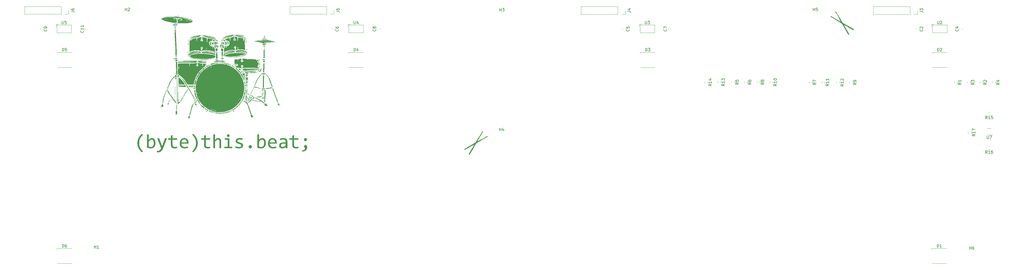
<source format=gbr>
%TF.GenerationSoftware,KiCad,Pcbnew,7.0.10*%
%TF.CreationDate,2024-02-05T00:36:43+00:00*%
%TF.ProjectId,ContactlessPiPoweredDrumkit,436f6e74-6163-4746-9c65-73735069506f,rev?*%
%TF.SameCoordinates,Original*%
%TF.FileFunction,Legend,Top*%
%TF.FilePolarity,Positive*%
%FSLAX46Y46*%
G04 Gerber Fmt 4.6, Leading zero omitted, Abs format (unit mm)*
G04 Created by KiCad (PCBNEW 7.0.10) date 2024-02-05 00:36:43*
%MOMM*%
%LPD*%
G01*
G04 APERTURE LIST*
%ADD10C,0.150000*%
%ADD11C,0.300000*%
%ADD12C,0.120000*%
G04 APERTURE END LIST*
D10*
G36*
X75892398Y-149224996D02*
G01*
X75795025Y-149132949D01*
X75700744Y-149040297D01*
X75609553Y-148947039D01*
X75521454Y-148853174D01*
X75436446Y-148758704D01*
X75354529Y-148663629D01*
X75275704Y-148567947D01*
X75199969Y-148471659D01*
X75127326Y-148374766D01*
X75057774Y-148277267D01*
X74991314Y-148179162D01*
X74927944Y-148080451D01*
X74867666Y-147981134D01*
X74810478Y-147881212D01*
X74756383Y-147780684D01*
X74705378Y-147679549D01*
X74657464Y-147577809D01*
X74612642Y-147475464D01*
X74570911Y-147372512D01*
X74532271Y-147268954D01*
X74496722Y-147164791D01*
X74464264Y-147060022D01*
X74434898Y-146954647D01*
X74408623Y-146848666D01*
X74385439Y-146742079D01*
X74365346Y-146634886D01*
X74348344Y-146527088D01*
X74334434Y-146418684D01*
X74323615Y-146309674D01*
X74315887Y-146200058D01*
X74311250Y-146089836D01*
X74309704Y-145979009D01*
X74310033Y-145926964D01*
X74311021Y-145874938D01*
X74312667Y-145822932D01*
X74314971Y-145770944D01*
X74317933Y-145718976D01*
X74321554Y-145667026D01*
X74325833Y-145615096D01*
X74330770Y-145563185D01*
X74336366Y-145511293D01*
X74342620Y-145459420D01*
X74349532Y-145407566D01*
X74357103Y-145355731D01*
X74365332Y-145303916D01*
X74374219Y-145252119D01*
X74383764Y-145200341D01*
X74393968Y-145148583D01*
X74404902Y-145096681D01*
X74416637Y-145044780D01*
X74429173Y-144992878D01*
X74442511Y-144940976D01*
X74456651Y-144889075D01*
X74471592Y-144837173D01*
X74487334Y-144785272D01*
X74503877Y-144733370D01*
X74521222Y-144681468D01*
X74539369Y-144629567D01*
X74558317Y-144577665D01*
X74578066Y-144525764D01*
X74598617Y-144473862D01*
X74619969Y-144421960D01*
X74642123Y-144370059D01*
X74665078Y-144318157D01*
X74688906Y-144266103D01*
X74713678Y-144214049D01*
X74739395Y-144161994D01*
X74766057Y-144109940D01*
X74793663Y-144057886D01*
X74822214Y-144005832D01*
X74851709Y-143953777D01*
X74882148Y-143901723D01*
X74913533Y-143849669D01*
X74945862Y-143797615D01*
X74979135Y-143745560D01*
X75013353Y-143693506D01*
X75048515Y-143641452D01*
X75084622Y-143589398D01*
X75121673Y-143537343D01*
X75159669Y-143485289D01*
X75198653Y-143433263D01*
X75238667Y-143381295D01*
X75279711Y-143329384D01*
X75321786Y-143277530D01*
X75364891Y-143225733D01*
X75409026Y-143173994D01*
X75454192Y-143122312D01*
X75500388Y-143070687D01*
X75547615Y-143019119D01*
X75595872Y-142967609D01*
X75645159Y-142916156D01*
X75695477Y-142864760D01*
X75746825Y-142813421D01*
X75799204Y-142762139D01*
X75852613Y-142710915D01*
X75907053Y-142659748D01*
X76253877Y-143013900D01*
X76171832Y-143096534D01*
X76092391Y-143179723D01*
X76015555Y-143263468D01*
X75941323Y-143347769D01*
X75869696Y-143432625D01*
X75800673Y-143518038D01*
X75734255Y-143604006D01*
X75670442Y-143690529D01*
X75609234Y-143777609D01*
X75550630Y-143865244D01*
X75494630Y-143953435D01*
X75441236Y-144042182D01*
X75390446Y-144131484D01*
X75342260Y-144221343D01*
X75296679Y-144311757D01*
X75253703Y-144402726D01*
X75213331Y-144494252D01*
X75175564Y-144586333D01*
X75140402Y-144678970D01*
X75107844Y-144772163D01*
X75077891Y-144865911D01*
X75050542Y-144960215D01*
X75025799Y-145055075D01*
X75003659Y-145150491D01*
X74984125Y-145246462D01*
X74967195Y-145342990D01*
X74952869Y-145440073D01*
X74941148Y-145537711D01*
X74932032Y-145635906D01*
X74925521Y-145734656D01*
X74921614Y-145833962D01*
X74920311Y-145933824D01*
X74920641Y-145983605D01*
X74921628Y-146033267D01*
X74923274Y-146082809D01*
X74925578Y-146132233D01*
X74928540Y-146181537D01*
X74932161Y-146230722D01*
X74936440Y-146279787D01*
X74941377Y-146328734D01*
X74946973Y-146377561D01*
X74953227Y-146426269D01*
X74960139Y-146474857D01*
X74967710Y-146523327D01*
X74975939Y-146571677D01*
X74984826Y-146619908D01*
X74994371Y-146668019D01*
X75004575Y-146716011D01*
X75015437Y-146763884D01*
X75026958Y-146811638D01*
X75039137Y-146859273D01*
X75051974Y-146906788D01*
X75065469Y-146954184D01*
X75079623Y-147001461D01*
X75094435Y-147048618D01*
X75109905Y-147095656D01*
X75126034Y-147142575D01*
X75142820Y-147189375D01*
X75160266Y-147236055D01*
X75178369Y-147282617D01*
X75197131Y-147329059D01*
X75216551Y-147375381D01*
X75236630Y-147421585D01*
X75257367Y-147467669D01*
X75278747Y-147513612D01*
X75300758Y-147559393D01*
X75323398Y-147605012D01*
X75346668Y-147650469D01*
X75370567Y-147695764D01*
X75395097Y-147740896D01*
X75420256Y-147785867D01*
X75446044Y-147830675D01*
X75472462Y-147875321D01*
X75499510Y-147919804D01*
X75527188Y-147964126D01*
X75555495Y-148008285D01*
X75584433Y-148052282D01*
X75613999Y-148096117D01*
X75644196Y-148139790D01*
X75675022Y-148183300D01*
X75706478Y-148226649D01*
X75738563Y-148269835D01*
X75771278Y-148312859D01*
X75804623Y-148355720D01*
X75838598Y-148398420D01*
X75873202Y-148440957D01*
X75908436Y-148483333D01*
X75944300Y-148525546D01*
X75980793Y-148567596D01*
X76017916Y-148609485D01*
X76055669Y-148651211D01*
X76094051Y-148692776D01*
X76133063Y-148734178D01*
X76172705Y-148775417D01*
X76212976Y-148816495D01*
X76253877Y-148857411D01*
X75892398Y-149224996D01*
G37*
G36*
X93755099Y-142659748D02*
G01*
X93852471Y-142751815D01*
X93946753Y-142844528D01*
X94037943Y-142937888D01*
X94126042Y-143031894D01*
X94211050Y-143126547D01*
X94292967Y-143221846D01*
X94371793Y-143317791D01*
X94447527Y-143414382D01*
X94520170Y-143511620D01*
X94589722Y-143609505D01*
X94656183Y-143708035D01*
X94719553Y-143807213D01*
X94779831Y-143907036D01*
X94837018Y-144007506D01*
X94891114Y-144108622D01*
X94942119Y-144210385D01*
X94990032Y-144312794D01*
X95034855Y-144415850D01*
X95076586Y-144519551D01*
X95115226Y-144623900D01*
X95150775Y-144728894D01*
X95183232Y-144834535D01*
X95212599Y-144940823D01*
X95238874Y-145047756D01*
X95262058Y-145155337D01*
X95282151Y-145263563D01*
X95299152Y-145372436D01*
X95313063Y-145481955D01*
X95323882Y-145592121D01*
X95331610Y-145702933D01*
X95336247Y-145814392D01*
X95337792Y-145926496D01*
X95337127Y-145996352D01*
X95335130Y-146066702D01*
X95331803Y-146137546D01*
X95327145Y-146208883D01*
X95321156Y-146280714D01*
X95313835Y-146353039D01*
X95305184Y-146425857D01*
X95298678Y-146474677D01*
X95291579Y-146523717D01*
X95283889Y-146572975D01*
X95275608Y-146622454D01*
X95266735Y-146672151D01*
X95262077Y-146697083D01*
X95252198Y-146747071D01*
X95241488Y-146797203D01*
X95229949Y-146847478D01*
X95217579Y-146897896D01*
X95204379Y-146948457D01*
X95190350Y-146999161D01*
X95175490Y-147050009D01*
X95159800Y-147100999D01*
X95143280Y-147152133D01*
X95125931Y-147203409D01*
X95107751Y-147254829D01*
X95088741Y-147306392D01*
X95068901Y-147358098D01*
X95048231Y-147409947D01*
X95026731Y-147461940D01*
X95004401Y-147514075D01*
X94981164Y-147566329D01*
X94956945Y-147618679D01*
X94931743Y-147671125D01*
X94905559Y-147723666D01*
X94878391Y-147776302D01*
X94850242Y-147829034D01*
X94821109Y-147881861D01*
X94790994Y-147934783D01*
X94759896Y-147987801D01*
X94727815Y-148040914D01*
X94694751Y-148094123D01*
X94660705Y-148147427D01*
X94625676Y-148200827D01*
X94589665Y-148254322D01*
X94552671Y-148307912D01*
X94514694Y-148361598D01*
X94475749Y-148415345D01*
X94435544Y-148469122D01*
X94394080Y-148522927D01*
X94351356Y-148576760D01*
X94307374Y-148630622D01*
X94262131Y-148684513D01*
X94215630Y-148738433D01*
X94167869Y-148792381D01*
X94118849Y-148846358D01*
X94068569Y-148900363D01*
X94017030Y-148954397D01*
X93964232Y-149008459D01*
X93910174Y-149062551D01*
X93854857Y-149116670D01*
X93798280Y-149170819D01*
X93740444Y-149224996D01*
X93393619Y-148870844D01*
X93435189Y-148829267D01*
X93476094Y-148787577D01*
X93516333Y-148745776D01*
X93555907Y-148703862D01*
X93594815Y-148661836D01*
X93633058Y-148619698D01*
X93670636Y-148577448D01*
X93707548Y-148535086D01*
X93743794Y-148492612D01*
X93779375Y-148450026D01*
X93814291Y-148407327D01*
X93848541Y-148364517D01*
X93882125Y-148321594D01*
X93915044Y-148278560D01*
X93947298Y-148235413D01*
X93978886Y-148192154D01*
X94009809Y-148148783D01*
X94040066Y-148105300D01*
X94069658Y-148061705D01*
X94098584Y-148017997D01*
X94126845Y-147974178D01*
X94154440Y-147930247D01*
X94181370Y-147886203D01*
X94207635Y-147842047D01*
X94233234Y-147797779D01*
X94258167Y-147753399D01*
X94282435Y-147708907D01*
X94306038Y-147664303D01*
X94328975Y-147619587D01*
X94351247Y-147574759D01*
X94372853Y-147529818D01*
X94393794Y-147484766D01*
X94414080Y-147439589D01*
X94433722Y-147394277D01*
X94452720Y-147348828D01*
X94471074Y-147303244D01*
X94488784Y-147257523D01*
X94505850Y-147211667D01*
X94538050Y-147119546D01*
X94567674Y-147026882D01*
X94594722Y-146933674D01*
X94619194Y-146839922D01*
X94641090Y-146745626D01*
X94660410Y-146650786D01*
X94677154Y-146555403D01*
X94691321Y-146459475D01*
X94702913Y-146363004D01*
X94711929Y-146265989D01*
X94718369Y-146168430D01*
X94720623Y-146119447D01*
X94722233Y-146070328D01*
X94723199Y-146021072D01*
X94723521Y-145971681D01*
X94722223Y-145869651D01*
X94718327Y-145768268D01*
X94711833Y-145667531D01*
X94702742Y-145567440D01*
X94691053Y-145467996D01*
X94676767Y-145369198D01*
X94659884Y-145271047D01*
X94640403Y-145173541D01*
X94618324Y-145076683D01*
X94593648Y-144980470D01*
X94566375Y-144884904D01*
X94536504Y-144789985D01*
X94504036Y-144695712D01*
X94468970Y-144602085D01*
X94431307Y-144509104D01*
X94391046Y-144416770D01*
X94348188Y-144325083D01*
X94302732Y-144234041D01*
X94254679Y-144143646D01*
X94204028Y-144053898D01*
X94150780Y-143964796D01*
X94094935Y-143876340D01*
X94036492Y-143788531D01*
X93975451Y-143701368D01*
X93911814Y-143614851D01*
X93845578Y-143528981D01*
X93776745Y-143443757D01*
X93705315Y-143359180D01*
X93631287Y-143275249D01*
X93554662Y-143191964D01*
X93475439Y-143109326D01*
X93393619Y-143027334D01*
X93755099Y-142659748D01*
G37*
G36*
X113629139Y-146665331D02*
G01*
X113679787Y-146667493D01*
X113729150Y-146673980D01*
X113777227Y-146684790D01*
X113824018Y-146699926D01*
X113850179Y-146710516D01*
X113894783Y-146731921D01*
X113942468Y-146760390D01*
X113986641Y-146793134D01*
X114027304Y-146830152D01*
X114032140Y-146835080D01*
X114069081Y-146876448D01*
X114101749Y-146921175D01*
X114130142Y-146969261D01*
X114151480Y-147014090D01*
X114154261Y-147020704D01*
X114171867Y-147067412D01*
X114185149Y-147115639D01*
X114194107Y-147165386D01*
X114198740Y-147216652D01*
X114199446Y-147246629D01*
X114197284Y-147297753D01*
X114190797Y-147347475D01*
X114179987Y-147395794D01*
X114164851Y-147442710D01*
X114154261Y-147468890D01*
X114133391Y-147513077D01*
X114105532Y-147560570D01*
X114073399Y-147604859D01*
X114036991Y-147645941D01*
X114032140Y-147650851D01*
X113991916Y-147687335D01*
X113948181Y-147719849D01*
X113900936Y-147748395D01*
X113856715Y-147770117D01*
X113850179Y-147772972D01*
X113804122Y-147790579D01*
X113756780Y-147803860D01*
X113708152Y-147812818D01*
X113658238Y-147817451D01*
X113629139Y-147818157D01*
X113577539Y-147815995D01*
X113527459Y-147809509D01*
X113478898Y-147798698D01*
X113431856Y-147783563D01*
X113405657Y-147772972D01*
X113355892Y-147748395D01*
X113309181Y-147719849D01*
X113265523Y-147687335D01*
X113224917Y-147650851D01*
X113188433Y-147610169D01*
X113155919Y-147566282D01*
X113127373Y-147519189D01*
X113105651Y-147475353D01*
X113102796Y-147468890D01*
X113085665Y-147422775D01*
X113072742Y-147375257D01*
X113064027Y-147326337D01*
X113059519Y-147276014D01*
X113058832Y-147246629D01*
X113060936Y-147194495D01*
X113067247Y-147143880D01*
X113077766Y-147094785D01*
X113092492Y-147047208D01*
X113102796Y-147020704D01*
X113124083Y-146975507D01*
X113148410Y-146932882D01*
X113179933Y-146887315D01*
X113215424Y-146845107D01*
X113224917Y-146835080D01*
X113265523Y-146797527D01*
X113309181Y-146764249D01*
X113355892Y-146735245D01*
X113405657Y-146710516D01*
X113451830Y-146692910D01*
X113499523Y-146679628D01*
X113548736Y-146670670D01*
X113599467Y-146666037D01*
X113629139Y-146665331D01*
G37*
G36*
X131803249Y-148443419D02*
G01*
X131857936Y-148444284D01*
X131912085Y-148443061D01*
X131965698Y-148439752D01*
X132018775Y-148434355D01*
X132071314Y-148426872D01*
X132123317Y-148417301D01*
X132143968Y-148412889D01*
X132194504Y-148400575D01*
X132243072Y-148386532D01*
X132289673Y-148370760D01*
X132342996Y-148349551D01*
X132393486Y-148325852D01*
X132433396Y-148304200D01*
X132478805Y-148275936D01*
X132520694Y-148245181D01*
X132559062Y-148211937D01*
X132593909Y-148176202D01*
X132625236Y-148137977D01*
X132634896Y-148124682D01*
X132664399Y-148076680D01*
X132686655Y-148025640D01*
X132701665Y-147971560D01*
X132708763Y-147922788D01*
X132710612Y-147880439D01*
X132708851Y-147829577D01*
X132702348Y-147774797D01*
X132691053Y-147724925D01*
X132672277Y-147673939D01*
X132660542Y-147650851D01*
X132634744Y-147606582D01*
X132607419Y-147564145D01*
X132578568Y-147523539D01*
X132548190Y-147484766D01*
X132514713Y-147441306D01*
X132486415Y-147401216D01*
X132459491Y-147359752D01*
X132437060Y-147322344D01*
X132415154Y-147275404D01*
X132401121Y-147228445D01*
X132391879Y-147175994D01*
X132387772Y-147126664D01*
X132386990Y-147091535D01*
X132390164Y-147040438D01*
X132399688Y-146987898D01*
X132413856Y-146938883D01*
X132434154Y-146890702D01*
X132459938Y-146845384D01*
X132491208Y-146802927D01*
X132498120Y-146794780D01*
X132532821Y-146759617D01*
X132572352Y-146728319D01*
X132616713Y-146700885D01*
X132643445Y-146687313D01*
X132689393Y-146669147D01*
X132739310Y-146656172D01*
X132793196Y-146648387D01*
X132843602Y-146645832D01*
X132851051Y-146645792D01*
X132903002Y-146648187D01*
X132954134Y-146655375D01*
X133004448Y-146667355D01*
X133053944Y-146684126D01*
X133081861Y-146695861D01*
X133129670Y-146719804D01*
X133174792Y-146748889D01*
X133217226Y-146783116D01*
X133256971Y-146822486D01*
X133278476Y-146847292D01*
X133308873Y-146887563D01*
X133336865Y-146931441D01*
X133362454Y-146978925D01*
X133385638Y-147030016D01*
X133406417Y-147084713D01*
X133412810Y-147103747D01*
X133427234Y-147152822D01*
X133439214Y-147204640D01*
X133448748Y-147259201D01*
X133455838Y-147316505D01*
X133460484Y-147376552D01*
X133462439Y-147426565D01*
X133462879Y-147465226D01*
X133461956Y-147518156D01*
X133459187Y-147570699D01*
X133454572Y-147622856D01*
X133448110Y-147674626D01*
X133439803Y-147726010D01*
X133429649Y-147777008D01*
X133417649Y-147827619D01*
X133403803Y-147877844D01*
X133388111Y-147927682D01*
X133370573Y-147977134D01*
X133357855Y-148009888D01*
X133337261Y-148058352D01*
X133314864Y-148105744D01*
X133290664Y-148152062D01*
X133264661Y-148197306D01*
X133236855Y-148241477D01*
X133207245Y-148284575D01*
X133175832Y-148326600D01*
X133142616Y-148367551D01*
X133107597Y-148407429D01*
X133070774Y-148446233D01*
X133045224Y-148471507D01*
X133005386Y-148508569D01*
X132963722Y-148544193D01*
X132920235Y-148578379D01*
X132874922Y-148611126D01*
X132827785Y-148642435D01*
X132778823Y-148672306D01*
X132728036Y-148700739D01*
X132675425Y-148727733D01*
X132620989Y-148753289D01*
X132564729Y-148777407D01*
X132526208Y-148792686D01*
X132467146Y-148814074D01*
X132406281Y-148833358D01*
X132343613Y-148850539D01*
X132279141Y-148865616D01*
X132212867Y-148878589D01*
X132144789Y-148889458D01*
X132074907Y-148898223D01*
X132003223Y-148904885D01*
X131954432Y-148908158D01*
X131904839Y-148910495D01*
X131854445Y-148911898D01*
X131803249Y-148912365D01*
X131803249Y-148443419D01*
G37*
G36*
X132877918Y-144222903D02*
G01*
X132930888Y-144225574D01*
X132982332Y-144233588D01*
X133032249Y-144246945D01*
X133080639Y-144265645D01*
X133127351Y-144288924D01*
X133171009Y-144316020D01*
X133211615Y-144346932D01*
X133249167Y-144381660D01*
X133283361Y-144419213D01*
X133313891Y-144459818D01*
X133340758Y-144503476D01*
X133363961Y-144550188D01*
X133383195Y-144598502D01*
X133396934Y-144648190D01*
X133405177Y-144699252D01*
X133407925Y-144751688D01*
X133405177Y-144805727D01*
X133396934Y-144857934D01*
X133383195Y-144908309D01*
X133363961Y-144956852D01*
X133340758Y-145002495D01*
X133313891Y-145045390D01*
X133283361Y-145085538D01*
X133249167Y-145122937D01*
X133211615Y-145157055D01*
X133171009Y-145187356D01*
X133127351Y-145213842D01*
X133080639Y-145236510D01*
X133032249Y-145254676D01*
X132982332Y-145267651D01*
X132930888Y-145275437D01*
X132877918Y-145278032D01*
X132823955Y-145275437D01*
X132771978Y-145267651D01*
X132721984Y-145254676D01*
X132673975Y-145236510D01*
X132628332Y-145213842D01*
X132585437Y-145187356D01*
X132545290Y-145157055D01*
X132507890Y-145122937D01*
X132473772Y-145085538D01*
X132443471Y-145045390D01*
X132416986Y-145002495D01*
X132394317Y-144956852D01*
X132376151Y-144908309D01*
X132363176Y-144857934D01*
X132355391Y-144805727D01*
X132352796Y-144751688D01*
X132355391Y-144699252D01*
X132363176Y-144648190D01*
X132376151Y-144598502D01*
X132394317Y-144550188D01*
X132416986Y-144503476D01*
X132443471Y-144459818D01*
X132473772Y-144419213D01*
X132507890Y-144381660D01*
X132545290Y-144346932D01*
X132585437Y-144316020D01*
X132628332Y-144288924D01*
X132673975Y-144265645D01*
X132721984Y-144246945D01*
X132771978Y-144233588D01*
X132823955Y-144225574D01*
X132877918Y-144222903D01*
G37*
G36*
X78270102Y-144226566D02*
G01*
X78243235Y-144862819D01*
X78275583Y-144819666D01*
X78308208Y-144778135D01*
X78341109Y-144738226D01*
X78374287Y-144699939D01*
X78407742Y-144663274D01*
X78458442Y-144611318D01*
X78509765Y-144563011D01*
X78561711Y-144518353D01*
X78614279Y-144477344D01*
X78667470Y-144439985D01*
X78721283Y-144406275D01*
X78775719Y-144376215D01*
X78794003Y-144367006D01*
X78849552Y-144341253D01*
X78905830Y-144318033D01*
X78962838Y-144297346D01*
X79020576Y-144279193D01*
X79079044Y-144263572D01*
X79138242Y-144250485D01*
X79198170Y-144239930D01*
X79258828Y-144231909D01*
X79320215Y-144226421D01*
X79382332Y-144223465D01*
X79424150Y-144222903D01*
X79478929Y-144224008D01*
X79532442Y-144227325D01*
X79584688Y-144232852D01*
X79635668Y-144240591D01*
X79685381Y-144250541D01*
X79733828Y-144262702D01*
X79781008Y-144277074D01*
X79841944Y-144299676D01*
X79900629Y-144326208D01*
X79943166Y-144348688D01*
X79997891Y-144381450D01*
X80050327Y-144417457D01*
X80100473Y-144456708D01*
X80148330Y-144499202D01*
X80193896Y-144544941D01*
X80226568Y-144581373D01*
X80257953Y-144619630D01*
X80288049Y-144659712D01*
X80316857Y-144701618D01*
X80344585Y-144745046D01*
X80370982Y-144790147D01*
X80396048Y-144836923D01*
X80419783Y-144885373D01*
X80442187Y-144935498D01*
X80463260Y-144987297D01*
X80483002Y-145040770D01*
X80501413Y-145095918D01*
X80518493Y-145152740D01*
X80534243Y-145211237D01*
X80544003Y-145251165D01*
X80557534Y-145312041D01*
X80569734Y-145374226D01*
X80580604Y-145437721D01*
X80590142Y-145502525D01*
X80598349Y-145568639D01*
X80605226Y-145636062D01*
X80610771Y-145704795D01*
X80614986Y-145774837D01*
X80617870Y-145846188D01*
X80619423Y-145918849D01*
X80619718Y-145968018D01*
X80619256Y-146022004D01*
X80617867Y-146075275D01*
X80615554Y-146127830D01*
X80612315Y-146179669D01*
X80608150Y-146230793D01*
X80603060Y-146281202D01*
X80597045Y-146330895D01*
X80590104Y-146379872D01*
X80582237Y-146428134D01*
X80568703Y-146499185D01*
X80553086Y-146568626D01*
X80535387Y-146636457D01*
X80515605Y-146702678D01*
X80501260Y-146745931D01*
X80478170Y-146809133D01*
X80453318Y-146870509D01*
X80426707Y-146930061D01*
X80398335Y-146987789D01*
X80368203Y-147043692D01*
X80336311Y-147097770D01*
X80302658Y-147150023D01*
X80267245Y-147200452D01*
X80230072Y-147249056D01*
X80191139Y-147295835D01*
X80164205Y-147326008D01*
X80122610Y-147369682D01*
X80079341Y-147411402D01*
X80034396Y-147451169D01*
X79987778Y-147488983D01*
X79939485Y-147524843D01*
X79889518Y-147558749D01*
X79837876Y-147590702D01*
X79784560Y-147620702D01*
X79729570Y-147648748D01*
X79672905Y-147674841D01*
X79634198Y-147691151D01*
X79574882Y-147713848D01*
X79514171Y-147734313D01*
X79452065Y-147752546D01*
X79388563Y-147768545D01*
X79323665Y-147782313D01*
X79257373Y-147793847D01*
X79189685Y-147803150D01*
X79120601Y-147810219D01*
X79050123Y-147815056D01*
X78978249Y-147817661D01*
X78929558Y-147818157D01*
X78872185Y-147817642D01*
X78814554Y-147816096D01*
X78756665Y-147813520D01*
X78698519Y-147809914D01*
X78640116Y-147805277D01*
X78581454Y-147799610D01*
X78522536Y-147792912D01*
X78463359Y-147785184D01*
X78403925Y-147776426D01*
X78344234Y-147766637D01*
X78304296Y-147759539D01*
X78244587Y-147747947D01*
X78184984Y-147735153D01*
X78125490Y-147721157D01*
X78066102Y-147705958D01*
X78006822Y-147689558D01*
X77947649Y-147671955D01*
X77888584Y-147653150D01*
X77829625Y-147633143D01*
X77770775Y-147611934D01*
X77712031Y-147589523D01*
X77672928Y-147573914D01*
X77672928Y-147179462D01*
X78270102Y-147179462D01*
X78325206Y-147200499D01*
X78380608Y-147220106D01*
X78436308Y-147238281D01*
X78492306Y-147255025D01*
X78548602Y-147270338D01*
X78605197Y-147284219D01*
X78627918Y-147289371D01*
X78684363Y-147300981D01*
X78739974Y-147310623D01*
X78794750Y-147318298D01*
X78848690Y-147324004D01*
X78901797Y-147327743D01*
X78954068Y-147329514D01*
X78974743Y-147329672D01*
X79026034Y-147328641D01*
X79076714Y-147325550D01*
X79126784Y-147320398D01*
X79176243Y-147313185D01*
X79225092Y-147303912D01*
X79273330Y-147292577D01*
X79320957Y-147279182D01*
X79367974Y-147263726D01*
X79413998Y-147245847D01*
X79458649Y-147225181D01*
X79501926Y-147201730D01*
X79543829Y-147175493D01*
X79584358Y-147146470D01*
X79623513Y-147114661D01*
X79661294Y-147080067D01*
X79697702Y-147042686D01*
X79732506Y-147002348D01*
X79765479Y-146958880D01*
X79796620Y-146912283D01*
X79825929Y-146862557D01*
X79853406Y-146809701D01*
X79879052Y-146753716D01*
X79902866Y-146694602D01*
X79919524Y-146648213D01*
X79924847Y-146632358D01*
X79939906Y-146583189D01*
X79953484Y-146531851D01*
X79965580Y-146478346D01*
X79976196Y-146422672D01*
X79985330Y-146364830D01*
X79992983Y-146304820D01*
X79999154Y-146242642D01*
X80003845Y-146178295D01*
X80007054Y-146111781D01*
X80008782Y-146043098D01*
X80009111Y-145996106D01*
X80008757Y-145944983D01*
X80007694Y-145894654D01*
X80005923Y-145845120D01*
X80002460Y-145780310D01*
X79997737Y-145716911D01*
X79991755Y-145654925D01*
X79984514Y-145594351D01*
X79976013Y-145535189D01*
X79968811Y-145491744D01*
X79958297Y-145435377D01*
X79946295Y-145381072D01*
X79932804Y-145328826D01*
X79917825Y-145278642D01*
X79901358Y-145230519D01*
X79883402Y-145184456D01*
X79858865Y-145129776D01*
X79843026Y-145098513D01*
X79815119Y-145049134D01*
X79784828Y-145003273D01*
X79752151Y-144960930D01*
X79717088Y-144922105D01*
X79679641Y-144886798D01*
X79639808Y-144855010D01*
X79623207Y-144843279D01*
X79580328Y-144816541D01*
X79534884Y-144794335D01*
X79486876Y-144776661D01*
X79436304Y-144763519D01*
X79383168Y-144754908D01*
X79327468Y-144750830D01*
X79304471Y-144750467D01*
X79254607Y-144752220D01*
X79204393Y-144757479D01*
X79153828Y-144766245D01*
X79102913Y-144778517D01*
X79073661Y-144787103D01*
X79022437Y-144805469D01*
X78970278Y-144828510D01*
X78924826Y-144851980D01*
X78878687Y-144878885D01*
X78831861Y-144909225D01*
X78784634Y-144943214D01*
X78744491Y-144974489D01*
X78703633Y-145008449D01*
X78662059Y-145045091D01*
X78619770Y-145084417D01*
X78576765Y-145126426D01*
X78568078Y-145135150D01*
X78532968Y-145171328D01*
X78497248Y-145209644D01*
X78460917Y-145250096D01*
X78423975Y-145292686D01*
X78386423Y-145337413D01*
X78348260Y-145384277D01*
X78309486Y-145433278D01*
X78270102Y-145484417D01*
X78270102Y-147179462D01*
X77672928Y-147179462D01*
X77672928Y-142894221D01*
X78270102Y-142894221D01*
X78270102Y-144226566D01*
G37*
G36*
X84585001Y-144301060D02*
G01*
X83410193Y-147415157D01*
X83387400Y-147474023D01*
X83364512Y-147531859D01*
X83341528Y-147588664D01*
X83318449Y-147644439D01*
X83295275Y-147699184D01*
X83272005Y-147752899D01*
X83248640Y-147805583D01*
X83225179Y-147857236D01*
X83201623Y-147907859D01*
X83177971Y-147957452D01*
X83154224Y-148006014D01*
X83130382Y-148053546D01*
X83106444Y-148100048D01*
X83082411Y-148145519D01*
X83058283Y-148189960D01*
X83034059Y-148233370D01*
X83009644Y-148275783D01*
X82972485Y-148337597D01*
X82934683Y-148397242D01*
X82896236Y-148454719D01*
X82857145Y-148510028D01*
X82817410Y-148563168D01*
X82777031Y-148614141D01*
X82736009Y-148662945D01*
X82694342Y-148709582D01*
X82652031Y-148754050D01*
X82609076Y-148796350D01*
X82565631Y-148836764D01*
X82521392Y-148875118D01*
X82476359Y-148911411D01*
X82430531Y-148945643D01*
X82383909Y-148977815D01*
X82336493Y-149007925D01*
X82288282Y-149035975D01*
X82239277Y-149061964D01*
X82189478Y-149085892D01*
X82138885Y-149107759D01*
X82104715Y-149121193D01*
X82052626Y-149139744D01*
X81999399Y-149156470D01*
X81945035Y-149171371D01*
X81889533Y-149184448D01*
X81832893Y-149195700D01*
X81775116Y-149205127D01*
X81716201Y-149212730D01*
X81656148Y-149218508D01*
X81594957Y-149222462D01*
X81532628Y-149224591D01*
X81490444Y-149224996D01*
X81441060Y-149225382D01*
X81389588Y-149226718D01*
X81337101Y-149229289D01*
X81328023Y-149229881D01*
X81276900Y-149233816D01*
X81227669Y-149238396D01*
X81175816Y-149243930D01*
X81170486Y-149244535D01*
X81170486Y-148697431D01*
X81224127Y-148697431D01*
X81275647Y-148697431D01*
X81329791Y-148697431D01*
X81335350Y-148697431D01*
X81386365Y-148697431D01*
X81439120Y-148697431D01*
X81493613Y-148697431D01*
X81524638Y-148697431D01*
X81575592Y-148696179D01*
X81625412Y-148692423D01*
X81674100Y-148686161D01*
X81731029Y-148675342D01*
X81786327Y-148660917D01*
X81831163Y-148646140D01*
X81884185Y-148624674D01*
X81936092Y-148598742D01*
X81978494Y-148573722D01*
X82020122Y-148545600D01*
X82060974Y-148514378D01*
X82101051Y-148480055D01*
X82140472Y-148442513D01*
X82179357Y-148401630D01*
X82217705Y-148357409D01*
X82255516Y-148309849D01*
X82285378Y-148269396D01*
X82314897Y-148226806D01*
X82344073Y-148182079D01*
X82373267Y-148135100D01*
X82402233Y-148085756D01*
X82430970Y-148034045D01*
X82459478Y-147979968D01*
X82487756Y-147923525D01*
X82515806Y-147864716D01*
X82536693Y-147819056D01*
X82557451Y-147772066D01*
X82571219Y-147740000D01*
X81194910Y-144301060D01*
X81875127Y-144301060D01*
X82747073Y-146574961D01*
X82921707Y-147109853D01*
X83120765Y-146561528D01*
X83927988Y-144301060D01*
X84585001Y-144301060D01*
G37*
G36*
X88139956Y-147740000D02*
G01*
X88089065Y-147750017D01*
X88037755Y-147759310D01*
X87986025Y-147767878D01*
X87933876Y-147775720D01*
X87881306Y-147782837D01*
X87828317Y-147789230D01*
X87774908Y-147794897D01*
X87721079Y-147799839D01*
X87666926Y-147804132D01*
X87612544Y-147807853D01*
X87557932Y-147811002D01*
X87503092Y-147813578D01*
X87448023Y-147815581D01*
X87392725Y-147817012D01*
X87337198Y-147817871D01*
X87281442Y-147818157D01*
X87201667Y-147817008D01*
X87124459Y-147813559D01*
X87049817Y-147807810D01*
X86977741Y-147799763D01*
X86908232Y-147789416D01*
X86841290Y-147776769D01*
X86776913Y-147761824D01*
X86715104Y-147744579D01*
X86655861Y-147725035D01*
X86599184Y-147703191D01*
X86545074Y-147679049D01*
X86493530Y-147652606D01*
X86444552Y-147623865D01*
X86398141Y-147592824D01*
X86354297Y-147559484D01*
X86313019Y-147523845D01*
X86274422Y-147485672D01*
X86238315Y-147445038D01*
X86204698Y-147401943D01*
X86173572Y-147356386D01*
X86144935Y-147308367D01*
X86118789Y-147257887D01*
X86095132Y-147204945D01*
X86073966Y-147149542D01*
X86055290Y-147091678D01*
X86039105Y-147031352D01*
X86025409Y-146968564D01*
X86014203Y-146903315D01*
X86005488Y-146835604D01*
X85999262Y-146765432D01*
X85995527Y-146692799D01*
X85994282Y-146617704D01*
X85994282Y-144809085D01*
X85028302Y-144809085D01*
X85028302Y-144301060D01*
X85994282Y-144301060D01*
X85994282Y-143360725D01*
X86591456Y-143206852D01*
X86591456Y-144301060D01*
X88139956Y-144301060D01*
X88139956Y-144809085D01*
X86591456Y-144809085D01*
X86591456Y-146568855D01*
X86593184Y-146637040D01*
X86598368Y-146701920D01*
X86607008Y-146763493D01*
X86619105Y-146821761D01*
X86634658Y-146876723D01*
X86653666Y-146928379D01*
X86676131Y-146976729D01*
X86702052Y-147021773D01*
X86731429Y-147063511D01*
X86764262Y-147101944D01*
X86788071Y-147125729D01*
X86826808Y-147158684D01*
X86868829Y-147188397D01*
X86914134Y-147214869D01*
X86962724Y-147238100D01*
X87014598Y-147258089D01*
X87069757Y-147274836D01*
X87128200Y-147288342D01*
X87189927Y-147298607D01*
X87254939Y-147305630D01*
X87323235Y-147309412D01*
X87370591Y-147310132D01*
X87422856Y-147309685D01*
X87476612Y-147308343D01*
X87531859Y-147306107D01*
X87588596Y-147302977D01*
X87646825Y-147298952D01*
X87706544Y-147294032D01*
X87730849Y-147291814D01*
X87780251Y-147286605D01*
X87830149Y-147280747D01*
X87880543Y-147274240D01*
X87931433Y-147267084D01*
X87982820Y-147259280D01*
X88034702Y-147250827D01*
X88087081Y-147241725D01*
X88139956Y-147231974D01*
X88139956Y-147740000D01*
G37*
G36*
X90691956Y-144223890D02*
G01*
X90757347Y-144226852D01*
X90821300Y-144231790D01*
X90883814Y-144238702D01*
X90944890Y-144247589D01*
X91004528Y-144258451D01*
X91062728Y-144271288D01*
X91119489Y-144286100D01*
X91174812Y-144302887D01*
X91228697Y-144321649D01*
X91263822Y-144335254D01*
X91315256Y-144356918D01*
X91365144Y-144380234D01*
X91413487Y-144405203D01*
X91460284Y-144431826D01*
X91505536Y-144460101D01*
X91549242Y-144490029D01*
X91591403Y-144521610D01*
X91632018Y-144554844D01*
X91671087Y-144589731D01*
X91708611Y-144626271D01*
X91732768Y-144651549D01*
X91767673Y-144690800D01*
X91800946Y-144731619D01*
X91832588Y-144774005D01*
X91862598Y-144817958D01*
X91890977Y-144863478D01*
X91917725Y-144910565D01*
X91942841Y-144959220D01*
X91966325Y-145009441D01*
X91988178Y-145061229D01*
X92008400Y-145114584D01*
X92020974Y-145151025D01*
X92038434Y-145206592D01*
X92054176Y-145263382D01*
X92068201Y-145321395D01*
X92080509Y-145380633D01*
X92091099Y-145441094D01*
X92099972Y-145502778D01*
X92107127Y-145565686D01*
X92112565Y-145629818D01*
X92116286Y-145695173D01*
X92118290Y-145761752D01*
X92118672Y-145806817D01*
X92118496Y-145859920D01*
X92117970Y-145909166D01*
X92116940Y-145960724D01*
X92115233Y-146012705D01*
X92115008Y-146018087D01*
X92112480Y-146069798D01*
X92109474Y-146119601D01*
X92105617Y-146172180D01*
X92105238Y-146176845D01*
X89683570Y-146176845D01*
X89684725Y-146244241D01*
X89688188Y-146309652D01*
X89693960Y-146373079D01*
X89702041Y-146434521D01*
X89712431Y-146493979D01*
X89725130Y-146551453D01*
X89740137Y-146606942D01*
X89757454Y-146660446D01*
X89777079Y-146711966D01*
X89799013Y-146761502D01*
X89823256Y-146809053D01*
X89849808Y-146854619D01*
X89878669Y-146898201D01*
X89909838Y-146939799D01*
X89943317Y-146979412D01*
X89979104Y-147017041D01*
X90017062Y-147052532D01*
X90057052Y-147085734D01*
X90099074Y-147116646D01*
X90143129Y-147145268D01*
X90189215Y-147171601D01*
X90237334Y-147195643D01*
X90287485Y-147217396D01*
X90339668Y-147236859D01*
X90393883Y-147254033D01*
X90450130Y-147268916D01*
X90508410Y-147281510D01*
X90568722Y-147291814D01*
X90631066Y-147299828D01*
X90695442Y-147305553D01*
X90761850Y-147308987D01*
X90830290Y-147310132D01*
X90887077Y-147309703D01*
X90943863Y-147308415D01*
X91000650Y-147306268D01*
X91057436Y-147303263D01*
X91114223Y-147299399D01*
X91133152Y-147297920D01*
X91189552Y-147292582D01*
X91245179Y-147286643D01*
X91300033Y-147280103D01*
X91354115Y-147272961D01*
X91407424Y-147265219D01*
X91425022Y-147262505D01*
X91477257Y-147254090D01*
X91528634Y-147245331D01*
X91579152Y-147236230D01*
X91628812Y-147226784D01*
X91677613Y-147216995D01*
X91693689Y-147213656D01*
X91741545Y-147203366D01*
X91795641Y-147190819D01*
X91847867Y-147177688D01*
X91898223Y-147163972D01*
X91933047Y-147153817D01*
X91933047Y-147642302D01*
X91870994Y-147661384D01*
X91823152Y-147675094D01*
X91774194Y-147688289D01*
X91724119Y-147700968D01*
X91672928Y-147713133D01*
X91620621Y-147724782D01*
X91567198Y-147735916D01*
X91512658Y-147746535D01*
X91457002Y-147756639D01*
X91400230Y-147766227D01*
X91381058Y-147769309D01*
X91323381Y-147778038D01*
X91265296Y-147785910D01*
X91206803Y-147792922D01*
X91147902Y-147799076D01*
X91088593Y-147804371D01*
X91028876Y-147808807D01*
X90968752Y-147812385D01*
X90908219Y-147815104D01*
X90847279Y-147816965D01*
X90785931Y-147817966D01*
X90744806Y-147818157D01*
X90689875Y-147817685D01*
X90635908Y-147816268D01*
X90582904Y-147813907D01*
X90530864Y-147810601D01*
X90479788Y-147806351D01*
X90429675Y-147801156D01*
X90380526Y-147795016D01*
X90308609Y-147784036D01*
X90238860Y-147770931D01*
X90171280Y-147755700D01*
X90105867Y-147738344D01*
X90042623Y-147718863D01*
X89981547Y-147697257D01*
X89922782Y-147673633D01*
X89866013Y-147648098D01*
X89811241Y-147620653D01*
X89758465Y-147591298D01*
X89707686Y-147560031D01*
X89658903Y-147526855D01*
X89612116Y-147491767D01*
X89567326Y-147454770D01*
X89524532Y-147415861D01*
X89483735Y-147375042D01*
X89457646Y-147346769D01*
X89420340Y-147302590D01*
X89384902Y-147256609D01*
X89351332Y-147208824D01*
X89319629Y-147159236D01*
X89289794Y-147107845D01*
X89261827Y-147054650D01*
X89235727Y-146999653D01*
X89211495Y-146942852D01*
X89189130Y-146884248D01*
X89168633Y-146823841D01*
X89156006Y-146782568D01*
X89138546Y-146719284D01*
X89122804Y-146654455D01*
X89108779Y-146588080D01*
X89096472Y-146520159D01*
X89085881Y-146450693D01*
X89077008Y-146379681D01*
X89069853Y-146307124D01*
X89066037Y-146257894D01*
X89062984Y-146207977D01*
X89060694Y-146157373D01*
X89059167Y-146106082D01*
X89058404Y-146054104D01*
X89058309Y-146027857D01*
X89059232Y-145959518D01*
X89062001Y-145891887D01*
X89066616Y-145824965D01*
X89073078Y-145758751D01*
X89079527Y-145707899D01*
X89683570Y-145707899D01*
X91497073Y-145707899D01*
X91498505Y-145652334D01*
X91497913Y-145597990D01*
X91495299Y-145544867D01*
X91490662Y-145492965D01*
X91484003Y-145442285D01*
X91475321Y-145392826D01*
X91464616Y-145344588D01*
X91451889Y-145297571D01*
X91433254Y-145240494D01*
X91411698Y-145186040D01*
X91387220Y-145134210D01*
X91359820Y-145085003D01*
X91329499Y-145038421D01*
X91296255Y-144994462D01*
X91282140Y-144977613D01*
X91244865Y-144937065D01*
X91204788Y-144899379D01*
X91161909Y-144864555D01*
X91116226Y-144832594D01*
X91067742Y-144803494D01*
X91016454Y-144777257D01*
X90995154Y-144767564D01*
X90940355Y-144745752D01*
X90882812Y-144727636D01*
X90834803Y-144715806D01*
X90785039Y-144706341D01*
X90733519Y-144699243D01*
X90680243Y-144694511D01*
X90625212Y-144692145D01*
X90597039Y-144691849D01*
X90536783Y-144693667D01*
X90478137Y-144699124D01*
X90421101Y-144708217D01*
X90365676Y-144720948D01*
X90311860Y-144737316D01*
X90259654Y-144757322D01*
X90239223Y-144766343D01*
X90189921Y-144790731D01*
X90142766Y-144818101D01*
X90097758Y-144848453D01*
X90054896Y-144881786D01*
X90014181Y-144918100D01*
X89975612Y-144957396D01*
X89960786Y-144973949D01*
X89925604Y-145016889D01*
X89892570Y-145062511D01*
X89861682Y-145110817D01*
X89832940Y-145161806D01*
X89806345Y-145215479D01*
X89786615Y-145260349D01*
X89772719Y-145295129D01*
X89755565Y-145342718D01*
X89740128Y-145391452D01*
X89726408Y-145441331D01*
X89714406Y-145492355D01*
X89704121Y-145544523D01*
X89695553Y-145597837D01*
X89688703Y-145652296D01*
X89683570Y-145707899D01*
X89079527Y-145707899D01*
X89081385Y-145693246D01*
X89091539Y-145628449D01*
X89103539Y-145564360D01*
X89117385Y-145500980D01*
X89133077Y-145438308D01*
X89150615Y-145376344D01*
X89163333Y-145335429D01*
X89183862Y-145274771D01*
X89206066Y-145215530D01*
X89229944Y-145157706D01*
X89255497Y-145101299D01*
X89282723Y-145046309D01*
X89311625Y-144992735D01*
X89342200Y-144940578D01*
X89374450Y-144889838D01*
X89408375Y-144840515D01*
X89443974Y-144792608D01*
X89468637Y-144761458D01*
X89507212Y-144715877D01*
X89547376Y-144672099D01*
X89589129Y-144630125D01*
X89632470Y-144589954D01*
X89677400Y-144551586D01*
X89723918Y-144515021D01*
X89772025Y-144480259D01*
X89821720Y-144447301D01*
X89873004Y-144416145D01*
X89925876Y-144386793D01*
X89962007Y-144368227D01*
X90017431Y-144342256D01*
X90074249Y-144318839D01*
X90132463Y-144297977D01*
X90192072Y-144279670D01*
X90253077Y-144263917D01*
X90315477Y-144250719D01*
X90379272Y-144240075D01*
X90444463Y-144231985D01*
X90511049Y-144226450D01*
X90579030Y-144223470D01*
X90625127Y-144222903D01*
X90691956Y-144223890D01*
G37*
G36*
X99673103Y-147740000D02*
G01*
X99622212Y-147750017D01*
X99570902Y-147759310D01*
X99519173Y-147767878D01*
X99467023Y-147775720D01*
X99414453Y-147782837D01*
X99361464Y-147789230D01*
X99308055Y-147794897D01*
X99254226Y-147799839D01*
X99200073Y-147804132D01*
X99145691Y-147807853D01*
X99091080Y-147811002D01*
X99036240Y-147813578D01*
X98981170Y-147815581D01*
X98925872Y-147817012D01*
X98870345Y-147817871D01*
X98814589Y-147818157D01*
X98734814Y-147817008D01*
X98657606Y-147813559D01*
X98582964Y-147807810D01*
X98510888Y-147799763D01*
X98441379Y-147789416D01*
X98374437Y-147776769D01*
X98310061Y-147761824D01*
X98248251Y-147744579D01*
X98189008Y-147725035D01*
X98132331Y-147703191D01*
X98078221Y-147679049D01*
X98026677Y-147652606D01*
X97977700Y-147623865D01*
X97931289Y-147592824D01*
X97887444Y-147559484D01*
X97846166Y-147523845D01*
X97807569Y-147485672D01*
X97771462Y-147445038D01*
X97737846Y-147401943D01*
X97706719Y-147356386D01*
X97678082Y-147308367D01*
X97651936Y-147257887D01*
X97628280Y-147204945D01*
X97607114Y-147149542D01*
X97588438Y-147091678D01*
X97572252Y-147031352D01*
X97558556Y-146968564D01*
X97547350Y-146903315D01*
X97538635Y-146835604D01*
X97532410Y-146765432D01*
X97528674Y-146692799D01*
X97527429Y-146617704D01*
X97527429Y-144809085D01*
X96561449Y-144809085D01*
X96561449Y-144301060D01*
X97527429Y-144301060D01*
X97527429Y-143360725D01*
X98124603Y-143206852D01*
X98124603Y-144301060D01*
X99673103Y-144301060D01*
X99673103Y-144809085D01*
X98124603Y-144809085D01*
X98124603Y-146568855D01*
X98126331Y-146637040D01*
X98131515Y-146701920D01*
X98140156Y-146763493D01*
X98152252Y-146821761D01*
X98167805Y-146876723D01*
X98186813Y-146928379D01*
X98209278Y-146976729D01*
X98235199Y-147021773D01*
X98264576Y-147063511D01*
X98297410Y-147101944D01*
X98321219Y-147125729D01*
X98359955Y-147158684D01*
X98401976Y-147188397D01*
X98447282Y-147214869D01*
X98495871Y-147238100D01*
X98547746Y-147258089D01*
X98602904Y-147274836D01*
X98661347Y-147288342D01*
X98723074Y-147298607D01*
X98788086Y-147305630D01*
X98856382Y-147309412D01*
X98903738Y-147310132D01*
X98956003Y-147309685D01*
X99009759Y-147308343D01*
X99065006Y-147306107D01*
X99121744Y-147302977D01*
X99179972Y-147298952D01*
X99239691Y-147294032D01*
X99263996Y-147291814D01*
X99313398Y-147286605D01*
X99363296Y-147280747D01*
X99413690Y-147274240D01*
X99464580Y-147267084D01*
X99515967Y-147259280D01*
X99567849Y-147250827D01*
X99620228Y-147241725D01*
X99673103Y-147231974D01*
X99673103Y-147740000D01*
G37*
G36*
X103511379Y-147740000D02*
G01*
X102912984Y-147740000D01*
X102912984Y-145528381D01*
X102912402Y-145479103D01*
X102909347Y-145408155D01*
X102903672Y-145340771D01*
X102895379Y-145276951D01*
X102884467Y-145216694D01*
X102870936Y-145160001D01*
X102854786Y-145106871D01*
X102836017Y-145057304D01*
X102814629Y-145011301D01*
X102782038Y-144955507D01*
X102763996Y-144929986D01*
X102724726Y-144883331D01*
X102681411Y-144842898D01*
X102634051Y-144808685D01*
X102582646Y-144780692D01*
X102527195Y-144758920D01*
X102467699Y-144743369D01*
X102404158Y-144734038D01*
X102353847Y-144731122D01*
X102336571Y-144730928D01*
X102284437Y-144732505D01*
X102233822Y-144737239D01*
X102184727Y-144745128D01*
X102130478Y-144758008D01*
X102110646Y-144763900D01*
X102058134Y-144783364D01*
X102011184Y-144805277D01*
X101963299Y-144831749D01*
X101921511Y-144858067D01*
X101893270Y-144877473D01*
X101849951Y-144909759D01*
X101805171Y-144946167D01*
X101766740Y-144979655D01*
X101727295Y-145016005D01*
X101686836Y-145055217D01*
X101645364Y-145097292D01*
X101611418Y-145132860D01*
X101576136Y-145170565D01*
X101539519Y-145210407D01*
X101501566Y-145252386D01*
X101462277Y-145296502D01*
X101421653Y-145342756D01*
X101379692Y-145391147D01*
X101347346Y-145428842D01*
X101336397Y-145441674D01*
X101336397Y-147740000D01*
X100739223Y-147740000D01*
X100739223Y-142894221D01*
X101336397Y-142894221D01*
X101336397Y-144290069D01*
X101316857Y-144828625D01*
X101351891Y-144787332D01*
X101386772Y-144747719D01*
X101421500Y-144709785D01*
X101456076Y-144673531D01*
X101499080Y-144630573D01*
X101541847Y-144590240D01*
X101584375Y-144552530D01*
X101592852Y-144545303D01*
X101635212Y-144510122D01*
X101677573Y-144477087D01*
X101719934Y-144446199D01*
X101762295Y-144417457D01*
X101804656Y-144390862D01*
X101847017Y-144366414D01*
X101863961Y-144357236D01*
X101914966Y-144331676D01*
X101966314Y-144309036D01*
X102018006Y-144289316D01*
X102070041Y-144272514D01*
X102122420Y-144258633D01*
X102139956Y-144254654D01*
X102193422Y-144243863D01*
X102247575Y-144235305D01*
X102302415Y-144228980D01*
X102357942Y-144224887D01*
X102414156Y-144223027D01*
X102433047Y-144222903D01*
X102496407Y-144224133D01*
X102557954Y-144227826D01*
X102617689Y-144233979D01*
X102675611Y-144242595D01*
X102731720Y-144253671D01*
X102786016Y-144267210D01*
X102838500Y-144283209D01*
X102889170Y-144301671D01*
X102938029Y-144322594D01*
X102985074Y-144345978D01*
X103030307Y-144371824D01*
X103073726Y-144400131D01*
X103115334Y-144430900D01*
X103155128Y-144464130D01*
X103193110Y-144499822D01*
X103229279Y-144537976D01*
X103263439Y-144578600D01*
X103295396Y-144621705D01*
X103325149Y-144667291D01*
X103352698Y-144715357D01*
X103378043Y-144765904D01*
X103401184Y-144818931D01*
X103422121Y-144874439D01*
X103440854Y-144932428D01*
X103457383Y-144992897D01*
X103471709Y-145055847D01*
X103483830Y-145121277D01*
X103493748Y-145189188D01*
X103501462Y-145259580D01*
X103506971Y-145332452D01*
X103510277Y-145407805D01*
X103511379Y-145485638D01*
X103511379Y-147740000D01*
G37*
G36*
X105758413Y-144789546D02*
G01*
X104738699Y-144789546D01*
X104738699Y-144301060D01*
X106362914Y-144301060D01*
X106362914Y-147231974D01*
X107389956Y-147231974D01*
X107389956Y-147740000D01*
X104625127Y-147740000D01*
X104625127Y-147231974D01*
X105758413Y-147231974D01*
X105758413Y-144789546D01*
G37*
G36*
X105967241Y-142894221D02*
G01*
X106016395Y-142896511D01*
X106069503Y-142904561D01*
X106120293Y-142918407D01*
X106152866Y-142930858D01*
X106199802Y-142953097D01*
X106243068Y-142979974D01*
X106282664Y-143011487D01*
X106303075Y-143030997D01*
X106336574Y-143068950D01*
X106365629Y-143109995D01*
X106390240Y-143154130D01*
X106401993Y-143179986D01*
X106419703Y-143228543D01*
X106431617Y-143279419D01*
X106437735Y-143332613D01*
X106438630Y-143363168D01*
X106435732Y-143416072D01*
X106427038Y-143467624D01*
X106412548Y-143517824D01*
X106401993Y-143545129D01*
X106379850Y-143591572D01*
X106353264Y-143634730D01*
X106322234Y-143674605D01*
X106303075Y-143695338D01*
X106265519Y-143729524D01*
X106224292Y-143759266D01*
X106179395Y-143784564D01*
X106152866Y-143796699D01*
X106103621Y-143813818D01*
X106052058Y-143825335D01*
X105998177Y-143831249D01*
X105967241Y-143832114D01*
X105912565Y-143829313D01*
X105859822Y-143820908D01*
X105809010Y-143806901D01*
X105781616Y-143796699D01*
X105735270Y-143773869D01*
X105692401Y-143746596D01*
X105653010Y-143714879D01*
X105632628Y-143695338D01*
X105599033Y-143657288D01*
X105569688Y-143615954D01*
X105544593Y-143571336D01*
X105532489Y-143545129D01*
X105515369Y-143495680D01*
X105503852Y-143444879D01*
X105497938Y-143392726D01*
X105497073Y-143363168D01*
X105499875Y-143308685D01*
X105508279Y-143256521D01*
X105522286Y-143206676D01*
X105532489Y-143179986D01*
X105555222Y-143134133D01*
X105582205Y-143091371D01*
X105613439Y-143051701D01*
X105632628Y-143030997D01*
X105670088Y-142996908D01*
X105711024Y-142967456D01*
X105755439Y-142942641D01*
X105781616Y-142930858D01*
X105831355Y-142913148D01*
X105883025Y-142901234D01*
X105936627Y-142895116D01*
X105967241Y-142894221D01*
G37*
G36*
X111158623Y-146809434D02*
G01*
X111157102Y-146865754D01*
X111152540Y-146920226D01*
X111144938Y-146972849D01*
X111134294Y-147023624D01*
X111120609Y-147072550D01*
X111103883Y-147119627D01*
X111096341Y-147137941D01*
X111071812Y-147190863D01*
X111044019Y-147241553D01*
X111012964Y-147290011D01*
X110978646Y-147336236D01*
X110941065Y-147380228D01*
X110927813Y-147394396D01*
X110886769Y-147435369D01*
X110843320Y-147474023D01*
X110797468Y-147510359D01*
X110757420Y-147538868D01*
X110715704Y-147565767D01*
X110681128Y-147586127D01*
X110636763Y-147610276D01*
X110591445Y-147633115D01*
X110545172Y-147654641D01*
X110497946Y-147674855D01*
X110449765Y-147693758D01*
X110400630Y-147711349D01*
X110380709Y-147718018D01*
X110330507Y-147733390D01*
X110279887Y-147747451D01*
X110228850Y-147760200D01*
X110177396Y-147771637D01*
X110125524Y-147781762D01*
X110073235Y-147790575D01*
X110052203Y-147793733D01*
X110000039Y-147800769D01*
X109948113Y-147806613D01*
X109896426Y-147811264D01*
X109844978Y-147814723D01*
X109793768Y-147816988D01*
X109742796Y-147818062D01*
X109722475Y-147818157D01*
X109657263Y-147817878D01*
X109593059Y-147817041D01*
X109529865Y-147815646D01*
X109467680Y-147813692D01*
X109406503Y-147811181D01*
X109346336Y-147808111D01*
X109287177Y-147804483D01*
X109229028Y-147800297D01*
X109171887Y-147795553D01*
X109115755Y-147790251D01*
X109078895Y-147786406D01*
X109024037Y-147780338D01*
X108969372Y-147773583D01*
X108914900Y-147766141D01*
X108860622Y-147758012D01*
X108806537Y-147749197D01*
X108752645Y-147739694D01*
X108698946Y-147729505D01*
X108645440Y-147718628D01*
X108592128Y-147707065D01*
X108539008Y-147694815D01*
X108503703Y-147686266D01*
X108503703Y-147135498D01*
X108560239Y-147151173D01*
X108616732Y-147166139D01*
X108673182Y-147180396D01*
X108729589Y-147193945D01*
X108785954Y-147206786D01*
X108842275Y-147218918D01*
X108898553Y-147230342D01*
X108954789Y-147241057D01*
X109010981Y-147251064D01*
X109067131Y-147260363D01*
X109104540Y-147266168D01*
X109160608Y-147274025D01*
X109216611Y-147281109D01*
X109272549Y-147287420D01*
X109328423Y-147292959D01*
X109384233Y-147297724D01*
X109439978Y-147301717D01*
X109495659Y-147304937D01*
X109551276Y-147307384D01*
X109606828Y-147309059D01*
X109662316Y-147309960D01*
X109699272Y-147310132D01*
X109751984Y-147309674D01*
X109802960Y-147308300D01*
X109852200Y-147306010D01*
X109922804Y-147300858D01*
X109989501Y-147293646D01*
X110052291Y-147284372D01*
X110111174Y-147273038D01*
X110166150Y-147259643D01*
X110217219Y-147244187D01*
X110264381Y-147226670D01*
X110321187Y-147200108D01*
X110334303Y-147192896D01*
X110382675Y-147161735D01*
X110424597Y-147127484D01*
X110460069Y-147090142D01*
X110489092Y-147049708D01*
X110511665Y-147006183D01*
X110527789Y-146959567D01*
X110537463Y-146909860D01*
X110540688Y-146857062D01*
X110538080Y-146806304D01*
X110529064Y-146753305D01*
X110513608Y-146703884D01*
X110507715Y-146689755D01*
X110481979Y-146643912D01*
X110450048Y-146603877D01*
X110414690Y-146569263D01*
X110389258Y-146548094D01*
X110347300Y-146517999D01*
X110304080Y-146491925D01*
X110254163Y-146465592D01*
X110207449Y-146443452D01*
X110156084Y-146421132D01*
X110123033Y-146407655D01*
X110075787Y-146389298D01*
X110024420Y-146370255D01*
X109968931Y-146350525D01*
X109909321Y-146330108D01*
X109861908Y-146314344D01*
X109812177Y-146298194D01*
X109760127Y-146281657D01*
X109705759Y-146264735D01*
X109649073Y-146247425D01*
X109629662Y-146241570D01*
X109571903Y-146224167D01*
X109515250Y-146206154D01*
X109459704Y-146187531D01*
X109405264Y-146168297D01*
X109351932Y-146148452D01*
X109299706Y-146127997D01*
X109248586Y-146106931D01*
X109198574Y-146085254D01*
X109150221Y-146062471D01*
X109103472Y-146038695D01*
X109058325Y-146013928D01*
X109014781Y-145988168D01*
X108972840Y-145961415D01*
X108932502Y-145933671D01*
X108884333Y-145897595D01*
X108856634Y-145875205D01*
X108813092Y-145836410D01*
X108772532Y-145795588D01*
X108734954Y-145752738D01*
X108700357Y-145707861D01*
X108668741Y-145660956D01*
X108640107Y-145612024D01*
X108629488Y-145591884D01*
X108605916Y-145539696D01*
X108586340Y-145484646D01*
X108570759Y-145426734D01*
X108561170Y-145378343D01*
X108554139Y-145328120D01*
X108549664Y-145276066D01*
X108547747Y-145222180D01*
X108547667Y-145208422D01*
X108550028Y-145152981D01*
X108557112Y-145095651D01*
X108566623Y-145046433D01*
X108579413Y-144995902D01*
X108595484Y-144944061D01*
X108614833Y-144890907D01*
X108638119Y-144837312D01*
X108665996Y-144784909D01*
X108698464Y-144733699D01*
X108727744Y-144693590D01*
X108759964Y-144654244D01*
X108795121Y-144615661D01*
X108833217Y-144577842D01*
X108843200Y-144568506D01*
X108885561Y-144532061D01*
X108931433Y-144497218D01*
X108980816Y-144463978D01*
X109033710Y-144432341D01*
X109090115Y-144402307D01*
X109134722Y-144380833D01*
X109181305Y-144360260D01*
X109229863Y-144340590D01*
X109280395Y-144321821D01*
X109333117Y-144304143D01*
X109388244Y-144288204D01*
X109445774Y-144274004D01*
X109505709Y-144261542D01*
X109568048Y-144250820D01*
X109632792Y-144241836D01*
X109699940Y-144234591D01*
X109769491Y-144229085D01*
X109841448Y-144225317D01*
X109890754Y-144223772D01*
X109941129Y-144222999D01*
X109966718Y-144222903D01*
X110018085Y-144223265D01*
X110070826Y-144224353D01*
X110124941Y-144226165D01*
X110180430Y-144228703D01*
X110237293Y-144231966D01*
X110295530Y-144235954D01*
X110355140Y-144240667D01*
X110416124Y-144246106D01*
X110478406Y-144252135D01*
X110541299Y-144259234D01*
X110604802Y-144267400D01*
X110668916Y-144276636D01*
X110717402Y-144284264D01*
X110766231Y-144292493D01*
X110815404Y-144301323D01*
X110864921Y-144310754D01*
X110914781Y-144320786D01*
X110931477Y-144324263D01*
X110931477Y-144865261D01*
X110879059Y-144852750D01*
X110827135Y-144840861D01*
X110775704Y-144829594D01*
X110724767Y-144818950D01*
X110674324Y-144808929D01*
X110624375Y-144799530D01*
X110574919Y-144790754D01*
X110525957Y-144782600D01*
X110477489Y-144775069D01*
X110413633Y-144765996D01*
X110397806Y-144763900D01*
X110335658Y-144756172D01*
X110275608Y-144749475D01*
X110217658Y-144743808D01*
X110161807Y-144739171D01*
X110108054Y-144735564D01*
X110056400Y-144732988D01*
X110006846Y-144731443D01*
X109959390Y-144730928D01*
X109904894Y-144731462D01*
X109852534Y-144733065D01*
X109802312Y-144735736D01*
X109742539Y-144740578D01*
X109686105Y-144747090D01*
X109633011Y-144755271D01*
X109583256Y-144765122D01*
X109528073Y-144778846D01*
X109477011Y-144794374D01*
X109430070Y-144811704D01*
X109380516Y-144834203D01*
X109336571Y-144859155D01*
X109292836Y-144889838D01*
X109255666Y-144923269D01*
X109221695Y-144964163D01*
X109201016Y-144998374D01*
X109180945Y-145044581D01*
X109167442Y-145092526D01*
X109160509Y-145142211D01*
X109159495Y-145170565D01*
X109162296Y-145221516D01*
X109170701Y-145269955D01*
X109186610Y-145320831D01*
X109194910Y-145340314D01*
X109220348Y-145382517D01*
X109255446Y-145423948D01*
X109294754Y-145460126D01*
X109329244Y-145486859D01*
X109375668Y-145517848D01*
X109421320Y-145544409D01*
X109472382Y-145570970D01*
X109519066Y-145593105D01*
X109569507Y-145615239D01*
X109601575Y-145628520D01*
X109647198Y-145646419D01*
X109696142Y-145664699D01*
X109748406Y-145683360D01*
X109803991Y-145702404D01*
X109862895Y-145721828D01*
X109925120Y-145741635D01*
X109973967Y-145756740D01*
X110024682Y-145772060D01*
X110059530Y-145782393D01*
X110115926Y-145799413D01*
X110170627Y-145816582D01*
X110223632Y-145833902D01*
X110274941Y-145851373D01*
X110324554Y-145868993D01*
X110372471Y-145886764D01*
X110418692Y-145904685D01*
X110477682Y-145928814D01*
X110533658Y-145953209D01*
X110573661Y-145971681D01*
X110624933Y-145996468D01*
X110673724Y-146021980D01*
X110720035Y-146048217D01*
X110763865Y-146075179D01*
X110805215Y-146102866D01*
X110853413Y-146138495D01*
X110897736Y-146175257D01*
X110914380Y-146190279D01*
X110953395Y-146228835D01*
X110988774Y-146268942D01*
X111020515Y-146310599D01*
X111048618Y-146353807D01*
X111073084Y-146398565D01*
X111093913Y-146444873D01*
X111101226Y-146463831D01*
X111117761Y-146512196D01*
X111131494Y-146562649D01*
X111142424Y-146615188D01*
X111150551Y-146669815D01*
X111155876Y-146726529D01*
X111158398Y-146785330D01*
X111158623Y-146809434D01*
G37*
G36*
X116713926Y-144226566D02*
G01*
X116687060Y-144862819D01*
X116719407Y-144819666D01*
X116752032Y-144778135D01*
X116784933Y-144738226D01*
X116818111Y-144699939D01*
X116851566Y-144663274D01*
X116902266Y-144611318D01*
X116953590Y-144563011D01*
X117005535Y-144518353D01*
X117058104Y-144477344D01*
X117111294Y-144439985D01*
X117165108Y-144406275D01*
X117219544Y-144376215D01*
X117237827Y-144367006D01*
X117293376Y-144341253D01*
X117349654Y-144318033D01*
X117406662Y-144297346D01*
X117464401Y-144279193D01*
X117522869Y-144263572D01*
X117582066Y-144250485D01*
X117641994Y-144239930D01*
X117702652Y-144231909D01*
X117764039Y-144226421D01*
X117826157Y-144223465D01*
X117867974Y-144222903D01*
X117922753Y-144224008D01*
X117976266Y-144227325D01*
X118028512Y-144232852D01*
X118079492Y-144240591D01*
X118129205Y-144250541D01*
X118177652Y-144262702D01*
X118224832Y-144277074D01*
X118285768Y-144299676D01*
X118344454Y-144326208D01*
X118386990Y-144348688D01*
X118441715Y-144381450D01*
X118494151Y-144417457D01*
X118544297Y-144456708D01*
X118592154Y-144499202D01*
X118637720Y-144544941D01*
X118670393Y-144581373D01*
X118701777Y-144619630D01*
X118731873Y-144659712D01*
X118760681Y-144701618D01*
X118788409Y-144745046D01*
X118814806Y-144790147D01*
X118839872Y-144836923D01*
X118863607Y-144885373D01*
X118886011Y-144935498D01*
X118907084Y-144987297D01*
X118926826Y-145040770D01*
X118945237Y-145095918D01*
X118962318Y-145152740D01*
X118978067Y-145211237D01*
X118987827Y-145251165D01*
X119001358Y-145312041D01*
X119013558Y-145374226D01*
X119024428Y-145437721D01*
X119033966Y-145502525D01*
X119042174Y-145568639D01*
X119049050Y-145636062D01*
X119054596Y-145704795D01*
X119058810Y-145774837D01*
X119061694Y-145846188D01*
X119063247Y-145918849D01*
X119063542Y-145968018D01*
X119063080Y-146022004D01*
X119061692Y-146075275D01*
X119059378Y-146127830D01*
X119056139Y-146179669D01*
X119051974Y-146230793D01*
X119046884Y-146281202D01*
X119040869Y-146330895D01*
X119033928Y-146379872D01*
X119026062Y-146428134D01*
X119012527Y-146499185D01*
X118996910Y-146568626D01*
X118979211Y-146636457D01*
X118959429Y-146702678D01*
X118945085Y-146745931D01*
X118921994Y-146809133D01*
X118897142Y-146870509D01*
X118870531Y-146930061D01*
X118842159Y-146987789D01*
X118812027Y-147043692D01*
X118780135Y-147097770D01*
X118746482Y-147150023D01*
X118711069Y-147200452D01*
X118673896Y-147249056D01*
X118634963Y-147295835D01*
X118608030Y-147326008D01*
X118566434Y-147369682D01*
X118523165Y-147411402D01*
X118478221Y-147451169D01*
X118431602Y-147488983D01*
X118383309Y-147524843D01*
X118333342Y-147558749D01*
X118281701Y-147590702D01*
X118228385Y-147620702D01*
X118173394Y-147648748D01*
X118116729Y-147674841D01*
X118078023Y-147691151D01*
X118018707Y-147713848D01*
X117957995Y-147734313D01*
X117895889Y-147752546D01*
X117832387Y-147768545D01*
X117767489Y-147782313D01*
X117701197Y-147793847D01*
X117633509Y-147803150D01*
X117564426Y-147810219D01*
X117493947Y-147815056D01*
X117422073Y-147817661D01*
X117373382Y-147818157D01*
X117316009Y-147817642D01*
X117258378Y-147816096D01*
X117200489Y-147813520D01*
X117142343Y-147809914D01*
X117083940Y-147805277D01*
X117025279Y-147799610D01*
X116966360Y-147792912D01*
X116907183Y-147785184D01*
X116847749Y-147776426D01*
X116788058Y-147766637D01*
X116748120Y-147759539D01*
X116688411Y-147747947D01*
X116628809Y-147735153D01*
X116569314Y-147721157D01*
X116509926Y-147705958D01*
X116450646Y-147689558D01*
X116391473Y-147671955D01*
X116332408Y-147653150D01*
X116273450Y-147633143D01*
X116214599Y-147611934D01*
X116155855Y-147589523D01*
X116116752Y-147573914D01*
X116116752Y-147179462D01*
X116713926Y-147179462D01*
X116769030Y-147200499D01*
X116824432Y-147220106D01*
X116880132Y-147238281D01*
X116936130Y-147255025D01*
X116992426Y-147270338D01*
X117049021Y-147284219D01*
X117071742Y-147289371D01*
X117128187Y-147300981D01*
X117183798Y-147310623D01*
X117238574Y-147318298D01*
X117292515Y-147324004D01*
X117345621Y-147327743D01*
X117397892Y-147329514D01*
X117418567Y-147329672D01*
X117469858Y-147328641D01*
X117520538Y-147325550D01*
X117570608Y-147320398D01*
X117620067Y-147313185D01*
X117668916Y-147303912D01*
X117717154Y-147292577D01*
X117764781Y-147279182D01*
X117811798Y-147263726D01*
X117857822Y-147245847D01*
X117902473Y-147225181D01*
X117945750Y-147201730D01*
X117987653Y-147175493D01*
X118028182Y-147146470D01*
X118067337Y-147114661D01*
X118105118Y-147080067D01*
X118141526Y-147042686D01*
X118176330Y-147002348D01*
X118209303Y-146958880D01*
X118240444Y-146912283D01*
X118269753Y-146862557D01*
X118297230Y-146809701D01*
X118322876Y-146753716D01*
X118346690Y-146694602D01*
X118363348Y-146648213D01*
X118368672Y-146632358D01*
X118383730Y-146583189D01*
X118397308Y-146531851D01*
X118409404Y-146478346D01*
X118420020Y-146422672D01*
X118429154Y-146364830D01*
X118436807Y-146304820D01*
X118442978Y-146242642D01*
X118447669Y-146178295D01*
X118450878Y-146111781D01*
X118452606Y-146043098D01*
X118452935Y-145996106D01*
X118452581Y-145944983D01*
X118451518Y-145894654D01*
X118449748Y-145845120D01*
X118446284Y-145780310D01*
X118441562Y-145716911D01*
X118435580Y-145654925D01*
X118428338Y-145594351D01*
X118419837Y-145535189D01*
X118412635Y-145491744D01*
X118402121Y-145435377D01*
X118390119Y-145381072D01*
X118376628Y-145328826D01*
X118361650Y-145278642D01*
X118345182Y-145230519D01*
X118327227Y-145184456D01*
X118302689Y-145129776D01*
X118286850Y-145098513D01*
X118258944Y-145049134D01*
X118228652Y-145003273D01*
X118195975Y-144960930D01*
X118160912Y-144922105D01*
X118123465Y-144886798D01*
X118083632Y-144855010D01*
X118067032Y-144843279D01*
X118024152Y-144816541D01*
X117978708Y-144794335D01*
X117930700Y-144776661D01*
X117880129Y-144763519D01*
X117826993Y-144754908D01*
X117771293Y-144750830D01*
X117748295Y-144750467D01*
X117698431Y-144752220D01*
X117648217Y-144757479D01*
X117597652Y-144766245D01*
X117546737Y-144778517D01*
X117517485Y-144787103D01*
X117466261Y-144805469D01*
X117414102Y-144828510D01*
X117368650Y-144851980D01*
X117322511Y-144878885D01*
X117275685Y-144909225D01*
X117228458Y-144943214D01*
X117188315Y-144974489D01*
X117147457Y-145008449D01*
X117105884Y-145045091D01*
X117063594Y-145084417D01*
X117020589Y-145126426D01*
X117011903Y-145135150D01*
X116976793Y-145171328D01*
X116941072Y-145209644D01*
X116904741Y-145250096D01*
X116867799Y-145292686D01*
X116830247Y-145337413D01*
X116792084Y-145384277D01*
X116753310Y-145433278D01*
X116713926Y-145484417D01*
X116713926Y-147179462D01*
X116116752Y-147179462D01*
X116116752Y-142894221D01*
X116713926Y-142894221D01*
X116713926Y-144226566D01*
G37*
G36*
X121447015Y-144223890D02*
G01*
X121512406Y-144226852D01*
X121576359Y-144231790D01*
X121638873Y-144238702D01*
X121699950Y-144247589D01*
X121759588Y-144258451D01*
X121817787Y-144271288D01*
X121874549Y-144286100D01*
X121929872Y-144302887D01*
X121983757Y-144321649D01*
X122018881Y-144335254D01*
X122070315Y-144356918D01*
X122120203Y-144380234D01*
X122168546Y-144405203D01*
X122215344Y-144431826D01*
X122260595Y-144460101D01*
X122304302Y-144490029D01*
X122346462Y-144521610D01*
X122387077Y-144554844D01*
X122426146Y-144589731D01*
X122463670Y-144626271D01*
X122487827Y-144651549D01*
X122522732Y-144690800D01*
X122556005Y-144731619D01*
X122587647Y-144774005D01*
X122617657Y-144817958D01*
X122646036Y-144863478D01*
X122672784Y-144910565D01*
X122697900Y-144959220D01*
X122721384Y-145009441D01*
X122743237Y-145061229D01*
X122763459Y-145114584D01*
X122776034Y-145151025D01*
X122793493Y-145206592D01*
X122809235Y-145263382D01*
X122823260Y-145321395D01*
X122835568Y-145380633D01*
X122846158Y-145441094D01*
X122855031Y-145502778D01*
X122862187Y-145565686D01*
X122867625Y-145629818D01*
X122871346Y-145695173D01*
X122873349Y-145761752D01*
X122873731Y-145806817D01*
X122873556Y-145859920D01*
X122873030Y-145909166D01*
X122871999Y-145960724D01*
X122870293Y-146012705D01*
X122870067Y-146018087D01*
X122867539Y-146069798D01*
X122864534Y-146119601D01*
X122860677Y-146172180D01*
X122860297Y-146176845D01*
X120438630Y-146176845D01*
X120439784Y-146244241D01*
X120443247Y-146309652D01*
X120449020Y-146373079D01*
X120457101Y-146434521D01*
X120467490Y-146493979D01*
X120480189Y-146551453D01*
X120495197Y-146606942D01*
X120512513Y-146660446D01*
X120532138Y-146711966D01*
X120554073Y-146761502D01*
X120578316Y-146809053D01*
X120604867Y-146854619D01*
X120633728Y-146898201D01*
X120664898Y-146939799D01*
X120698376Y-146979412D01*
X120734163Y-147017041D01*
X120772121Y-147052532D01*
X120812111Y-147085734D01*
X120854133Y-147116646D01*
X120898188Y-147145268D01*
X120944274Y-147171601D01*
X120992393Y-147195643D01*
X121042544Y-147217396D01*
X121094727Y-147236859D01*
X121148942Y-147254033D01*
X121205190Y-147268916D01*
X121263469Y-147281510D01*
X121323781Y-147291814D01*
X121386125Y-147299828D01*
X121450501Y-147305553D01*
X121516909Y-147308987D01*
X121585350Y-147310132D01*
X121642136Y-147309703D01*
X121698923Y-147308415D01*
X121755709Y-147306268D01*
X121812496Y-147303263D01*
X121869282Y-147299399D01*
X121888211Y-147297920D01*
X121944611Y-147292582D01*
X122000238Y-147286643D01*
X122055093Y-147280103D01*
X122109174Y-147272961D01*
X122162483Y-147265219D01*
X122180081Y-147262505D01*
X122232317Y-147254090D01*
X122283694Y-147245331D01*
X122334212Y-147236230D01*
X122383871Y-147226784D01*
X122432672Y-147216995D01*
X122448748Y-147213656D01*
X122496605Y-147203366D01*
X122550701Y-147190819D01*
X122602927Y-147177688D01*
X122653283Y-147163972D01*
X122688106Y-147153817D01*
X122688106Y-147642302D01*
X122626053Y-147661384D01*
X122578211Y-147675094D01*
X122529253Y-147688289D01*
X122479178Y-147700968D01*
X122427988Y-147713133D01*
X122375681Y-147724782D01*
X122322257Y-147735916D01*
X122267718Y-147746535D01*
X122212062Y-147756639D01*
X122155290Y-147766227D01*
X122136117Y-147769309D01*
X122078440Y-147778038D01*
X122020355Y-147785910D01*
X121961862Y-147792922D01*
X121902961Y-147799076D01*
X121843652Y-147804371D01*
X121783935Y-147808807D01*
X121723811Y-147812385D01*
X121663279Y-147815104D01*
X121602338Y-147816965D01*
X121540990Y-147817966D01*
X121499865Y-147818157D01*
X121444934Y-147817685D01*
X121390967Y-147816268D01*
X121337963Y-147813907D01*
X121285923Y-147810601D01*
X121234847Y-147806351D01*
X121184734Y-147801156D01*
X121135585Y-147795016D01*
X121063668Y-147784036D01*
X120993920Y-147770931D01*
X120926339Y-147755700D01*
X120860926Y-147738344D01*
X120797682Y-147718863D01*
X120736606Y-147697257D01*
X120677841Y-147673633D01*
X120621072Y-147648098D01*
X120566300Y-147620653D01*
X120513524Y-147591298D01*
X120462745Y-147560031D01*
X120413962Y-147526855D01*
X120367175Y-147491767D01*
X120322385Y-147454770D01*
X120279592Y-147415861D01*
X120238794Y-147375042D01*
X120212705Y-147346769D01*
X120175400Y-147302590D01*
X120139962Y-147256609D01*
X120106391Y-147208824D01*
X120074689Y-147159236D01*
X120044854Y-147107845D01*
X120016886Y-147054650D01*
X119990786Y-146999653D01*
X119966554Y-146942852D01*
X119944189Y-146884248D01*
X119923692Y-146823841D01*
X119911065Y-146782568D01*
X119893606Y-146719284D01*
X119877863Y-146654455D01*
X119863838Y-146588080D01*
X119851531Y-146520159D01*
X119840941Y-146450693D01*
X119832068Y-146379681D01*
X119824912Y-146307124D01*
X119821096Y-146257894D01*
X119818043Y-146207977D01*
X119815753Y-146157373D01*
X119814227Y-146106082D01*
X119813463Y-146054104D01*
X119813368Y-146027857D01*
X119814291Y-145959518D01*
X119817060Y-145891887D01*
X119821676Y-145824965D01*
X119828137Y-145758751D01*
X119834587Y-145707899D01*
X120438630Y-145707899D01*
X122252133Y-145707899D01*
X122253564Y-145652334D01*
X122252972Y-145597990D01*
X122250358Y-145544867D01*
X122245721Y-145492965D01*
X122239062Y-145442285D01*
X122230380Y-145392826D01*
X122219675Y-145344588D01*
X122206948Y-145297571D01*
X122188314Y-145240494D01*
X122166758Y-145186040D01*
X122142280Y-145134210D01*
X122114880Y-145085003D01*
X122084558Y-145038421D01*
X122051315Y-144994462D01*
X122037199Y-144977613D01*
X121999925Y-144937065D01*
X121959848Y-144899379D01*
X121916968Y-144864555D01*
X121871286Y-144832594D01*
X121822801Y-144803494D01*
X121771513Y-144777257D01*
X121750214Y-144767564D01*
X121695414Y-144745752D01*
X121637872Y-144727636D01*
X121589863Y-144715806D01*
X121540098Y-144706341D01*
X121488578Y-144699243D01*
X121435303Y-144694511D01*
X121380272Y-144692145D01*
X121352098Y-144691849D01*
X121291842Y-144693667D01*
X121233196Y-144699124D01*
X121176161Y-144708217D01*
X121120735Y-144720948D01*
X121066919Y-144737316D01*
X121014714Y-144757322D01*
X120994282Y-144766343D01*
X120944980Y-144790731D01*
X120897825Y-144818101D01*
X120852817Y-144848453D01*
X120809955Y-144881786D01*
X120769240Y-144918100D01*
X120730672Y-144957396D01*
X120715845Y-144973949D01*
X120680664Y-145016889D01*
X120647629Y-145062511D01*
X120616741Y-145110817D01*
X120587999Y-145161806D01*
X120561405Y-145215479D01*
X120541674Y-145260349D01*
X120527778Y-145295129D01*
X120510624Y-145342718D01*
X120495187Y-145391452D01*
X120481468Y-145441331D01*
X120469465Y-145492355D01*
X120459180Y-145544523D01*
X120450613Y-145597837D01*
X120443763Y-145652296D01*
X120438630Y-145707899D01*
X119834587Y-145707899D01*
X119836445Y-145693246D01*
X119846598Y-145628449D01*
X119858598Y-145564360D01*
X119872444Y-145500980D01*
X119888136Y-145438308D01*
X119905675Y-145376344D01*
X119918392Y-145335429D01*
X119938922Y-145274771D01*
X119961125Y-145215530D01*
X119985003Y-145157706D01*
X120010556Y-145101299D01*
X120037783Y-145046309D01*
X120066684Y-144992735D01*
X120097260Y-144940578D01*
X120129510Y-144889838D01*
X120163434Y-144840515D01*
X120199033Y-144792608D01*
X120223696Y-144761458D01*
X120262272Y-144715877D01*
X120302436Y-144672099D01*
X120344188Y-144630125D01*
X120387529Y-144589954D01*
X120432459Y-144551586D01*
X120478977Y-144515021D01*
X120527084Y-144480259D01*
X120576780Y-144447301D01*
X120628063Y-144416145D01*
X120680936Y-144386793D01*
X120717066Y-144368227D01*
X120772490Y-144342256D01*
X120829308Y-144318839D01*
X120887522Y-144297977D01*
X120947132Y-144279670D01*
X121008136Y-144263917D01*
X121070536Y-144250719D01*
X121134332Y-144240075D01*
X121199522Y-144231985D01*
X121266108Y-144226450D01*
X121334090Y-144223470D01*
X121380186Y-144222903D01*
X121447015Y-144223890D01*
G37*
G36*
X125267985Y-144223514D02*
G01*
X125324961Y-144225350D01*
X125380842Y-144228409D01*
X125435628Y-144232691D01*
X125489320Y-144238197D01*
X125541917Y-144244927D01*
X125593419Y-144252881D01*
X125643826Y-144262058D01*
X125693139Y-144272458D01*
X125741357Y-144284082D01*
X125772893Y-144292512D01*
X125834565Y-144310754D01*
X125893794Y-144331285D01*
X125950580Y-144354107D01*
X126004924Y-144379218D01*
X126056826Y-144406619D01*
X126106285Y-144436310D01*
X126153302Y-144468290D01*
X126197876Y-144502561D01*
X126239970Y-144538815D01*
X126279545Y-144577360D01*
X126316601Y-144618194D01*
X126351138Y-144661318D01*
X126383157Y-144706732D01*
X126412657Y-144754436D01*
X126439638Y-144804429D01*
X126464101Y-144856713D01*
X126485854Y-144911038D01*
X126504706Y-144967767D01*
X126520658Y-145026900D01*
X126533710Y-145088438D01*
X126543861Y-145152380D01*
X126549571Y-145201914D01*
X126553650Y-145252801D01*
X126556097Y-145305040D01*
X126556913Y-145358632D01*
X126556913Y-147740000D01*
X126020800Y-147740000D01*
X126007367Y-147278381D01*
X125972071Y-147313481D01*
X125936708Y-147347341D01*
X125883539Y-147395806D01*
X125830219Y-147441479D01*
X125776749Y-147484363D01*
X125723129Y-147524455D01*
X125669359Y-147561757D01*
X125615438Y-147596268D01*
X125561367Y-147627989D01*
X125507146Y-147656919D01*
X125452774Y-147683058D01*
X125434617Y-147691151D01*
X125380081Y-147713848D01*
X125325008Y-147734313D01*
X125269399Y-147752546D01*
X125213253Y-147768545D01*
X125156570Y-147782313D01*
X125099351Y-147793847D01*
X125041595Y-147803150D01*
X124983302Y-147810219D01*
X124924473Y-147815056D01*
X124865107Y-147817661D01*
X124825231Y-147818157D01*
X124770570Y-147817492D01*
X124717411Y-147815495D01*
X124665755Y-147812168D01*
X124615602Y-147807510D01*
X124566952Y-147801521D01*
X124504422Y-147791465D01*
X124444563Y-147779043D01*
X124387376Y-147764254D01*
X124332860Y-147747100D01*
X124319648Y-147742442D01*
X124268586Y-147722635D01*
X124219814Y-147701073D01*
X124173332Y-147677756D01*
X124129139Y-147652683D01*
X124087236Y-147625854D01*
X124047623Y-147597270D01*
X124001327Y-147559071D01*
X123975266Y-147534836D01*
X123934664Y-147492135D01*
X123897581Y-147447228D01*
X123864015Y-147400114D01*
X123833968Y-147350795D01*
X123807439Y-147299269D01*
X123784427Y-147245537D01*
X123776208Y-147223426D01*
X123757914Y-147166611D01*
X123742720Y-147108365D01*
X123730627Y-147048687D01*
X123723186Y-146999915D01*
X123717728Y-146950227D01*
X123714255Y-146899623D01*
X123712767Y-146848103D01*
X123712705Y-146835080D01*
X123713394Y-146805771D01*
X124345294Y-146805771D01*
X124347202Y-146854772D01*
X124353910Y-146908803D01*
X124365449Y-146961676D01*
X124375824Y-146996280D01*
X124395992Y-147045567D01*
X124422149Y-147091764D01*
X124454296Y-147134869D01*
X124474743Y-147157480D01*
X124512066Y-147191064D01*
X124554427Y-147220983D01*
X124601825Y-147247240D01*
X124647431Y-147267208D01*
X124654261Y-147269832D01*
X124704626Y-147285535D01*
X124759548Y-147297381D01*
X124810252Y-147304465D01*
X124864305Y-147308715D01*
X124921707Y-147310132D01*
X124974238Y-147308186D01*
X125028640Y-147302347D01*
X125084911Y-147292615D01*
X125143052Y-147278991D01*
X125203063Y-147261474D01*
X125264945Y-147240065D01*
X125312583Y-147221453D01*
X125361273Y-147200652D01*
X125394317Y-147185568D01*
X125444492Y-147160706D01*
X125495182Y-147133290D01*
X125546387Y-147103319D01*
X125598107Y-147070793D01*
X125650343Y-147035713D01*
X125703093Y-146998078D01*
X125756359Y-146957889D01*
X125810140Y-146915146D01*
X125864437Y-146869847D01*
X125919248Y-146821995D01*
X125956076Y-146788674D01*
X125956076Y-146176845D01*
X125196480Y-146176845D01*
X125141583Y-146177551D01*
X125088632Y-146179669D01*
X125037627Y-146183199D01*
X124988569Y-146188142D01*
X124929983Y-146196305D01*
X124874438Y-146206674D01*
X124821934Y-146219250D01*
X124811798Y-146222030D01*
X124762824Y-146236723D01*
X124716653Y-146253324D01*
X124664947Y-146275764D01*
X124617277Y-146300951D01*
X124573642Y-146328886D01*
X124546794Y-146349036D01*
X124504428Y-146386470D01*
X124467086Y-146427175D01*
X124434771Y-146471153D01*
X124407481Y-146518404D01*
X124394143Y-146546873D01*
X124375109Y-146598498D01*
X124360750Y-146652928D01*
X124352163Y-146701815D01*
X124347011Y-146752762D01*
X124345294Y-146805771D01*
X123713394Y-146805771D01*
X123714212Y-146770937D01*
X123718735Y-146708570D01*
X123726272Y-146647976D01*
X123736824Y-146589158D01*
X123750391Y-146532114D01*
X123766973Y-146476844D01*
X123786569Y-146423349D01*
X123809181Y-146371629D01*
X123834807Y-146321683D01*
X123863449Y-146273512D01*
X123895105Y-146227115D01*
X123929776Y-146182493D01*
X123967462Y-146139646D01*
X124008163Y-146098573D01*
X124051878Y-146059275D01*
X124098609Y-146021751D01*
X124148440Y-145986112D01*
X124201153Y-145952772D01*
X124256746Y-145921731D01*
X124315222Y-145892989D01*
X124376578Y-145866547D01*
X124440816Y-145842404D01*
X124507935Y-145820561D01*
X124577935Y-145801017D01*
X124650817Y-145783772D01*
X124726580Y-145768826D01*
X124805224Y-145756180D01*
X124886750Y-145745833D01*
X124971157Y-145737785D01*
X125058445Y-145732037D01*
X125148614Y-145728588D01*
X125241665Y-145727438D01*
X125956076Y-145727438D01*
X125956076Y-145418471D01*
X125954347Y-145360958D01*
X125949163Y-145305657D01*
X125940523Y-145252566D01*
X125928427Y-145201687D01*
X125912874Y-145153018D01*
X125893865Y-145106561D01*
X125871400Y-145062314D01*
X125845479Y-145020279D01*
X125816102Y-144980455D01*
X125783269Y-144942842D01*
X125759460Y-144918995D01*
X125721010Y-144885385D01*
X125678931Y-144855081D01*
X125633225Y-144828083D01*
X125583891Y-144804391D01*
X125530930Y-144784005D01*
X125474340Y-144766925D01*
X125414122Y-144753150D01*
X125350277Y-144742682D01*
X125282804Y-144735519D01*
X125211703Y-144731662D01*
X125162286Y-144730928D01*
X125107636Y-144731464D01*
X125053136Y-144733074D01*
X124998786Y-144735758D01*
X124944586Y-144739514D01*
X124890536Y-144744344D01*
X124836637Y-144750248D01*
X124782888Y-144757224D01*
X124729290Y-144765274D01*
X124675841Y-144774398D01*
X124622543Y-144784594D01*
X124587094Y-144791988D01*
X124533800Y-144803888D01*
X124480162Y-144816689D01*
X124426180Y-144830392D01*
X124371855Y-144844997D01*
X124317187Y-144860503D01*
X124262175Y-144876910D01*
X124206820Y-144894220D01*
X124151121Y-144912431D01*
X124095079Y-144931543D01*
X124038693Y-144951557D01*
X124000912Y-144965401D01*
X124000912Y-144418297D01*
X124051827Y-144402327D01*
X124105197Y-144386474D01*
X124152896Y-144372978D01*
X124202398Y-144359569D01*
X124253703Y-144346245D01*
X124306425Y-144333265D01*
X124360178Y-144320886D01*
X124414960Y-144309108D01*
X124470774Y-144297931D01*
X124527617Y-144287355D01*
X124546794Y-144283963D01*
X124595589Y-144275484D01*
X124645040Y-144267601D01*
X124695147Y-144260314D01*
X124745910Y-144253624D01*
X124797328Y-144247530D01*
X124849403Y-144242032D01*
X124870416Y-144240000D01*
X124923141Y-144235074D01*
X124975984Y-144230984D01*
X125028947Y-144227728D01*
X125082030Y-144225307D01*
X125135231Y-144223721D01*
X125188552Y-144222969D01*
X125209914Y-144222903D01*
X125267985Y-144223514D01*
G37*
G36*
X130428162Y-147740000D02*
G01*
X130377272Y-147750017D01*
X130325962Y-147759310D01*
X130274232Y-147767878D01*
X130222082Y-147775720D01*
X130169513Y-147782837D01*
X130116523Y-147789230D01*
X130063114Y-147794897D01*
X130009286Y-147799839D01*
X129955132Y-147804132D01*
X129900750Y-147807853D01*
X129846139Y-147811002D01*
X129791299Y-147813578D01*
X129736230Y-147815581D01*
X129680932Y-147817012D01*
X129625405Y-147817871D01*
X129569648Y-147818157D01*
X129489874Y-147817008D01*
X129412665Y-147813559D01*
X129338023Y-147807810D01*
X129265948Y-147799763D01*
X129196439Y-147789416D01*
X129129496Y-147776769D01*
X129065120Y-147761824D01*
X129003310Y-147744579D01*
X128944067Y-147725035D01*
X128887390Y-147703191D01*
X128833280Y-147679049D01*
X128781736Y-147652606D01*
X128732759Y-147623865D01*
X128686348Y-147592824D01*
X128642504Y-147559484D01*
X128601226Y-147523845D01*
X128562629Y-147485672D01*
X128526522Y-147445038D01*
X128492905Y-147401943D01*
X128461778Y-147356386D01*
X128433142Y-147308367D01*
X128406995Y-147257887D01*
X128383339Y-147204945D01*
X128362173Y-147149542D01*
X128343497Y-147091678D01*
X128327311Y-147031352D01*
X128313615Y-146968564D01*
X128302410Y-146903315D01*
X128293694Y-146835604D01*
X128287469Y-146765432D01*
X128283734Y-146692799D01*
X128282489Y-146617704D01*
X128282489Y-144809085D01*
X127316508Y-144809085D01*
X127316508Y-144301060D01*
X128282489Y-144301060D01*
X128282489Y-143360725D01*
X128879662Y-143206852D01*
X128879662Y-144301060D01*
X130428162Y-144301060D01*
X130428162Y-144809085D01*
X128879662Y-144809085D01*
X128879662Y-146568855D01*
X128881391Y-146637040D01*
X128886575Y-146701920D01*
X128895215Y-146763493D01*
X128907311Y-146821761D01*
X128922864Y-146876723D01*
X128941873Y-146928379D01*
X128964338Y-146976729D01*
X128990259Y-147021773D01*
X129019636Y-147063511D01*
X129052469Y-147101944D01*
X129076278Y-147125729D01*
X129115015Y-147158684D01*
X129157035Y-147188397D01*
X129202341Y-147214869D01*
X129250931Y-147238100D01*
X129302805Y-147258089D01*
X129357963Y-147274836D01*
X129416406Y-147288342D01*
X129478134Y-147298607D01*
X129543146Y-147305630D01*
X129611442Y-147309412D01*
X129658797Y-147310132D01*
X129711062Y-147309685D01*
X129764819Y-147308343D01*
X129820065Y-147306107D01*
X129876803Y-147302977D01*
X129935031Y-147298952D01*
X129994750Y-147294032D01*
X130019055Y-147291814D01*
X130068457Y-147286605D01*
X130118355Y-147280747D01*
X130168749Y-147274240D01*
X130219640Y-147267084D01*
X130271026Y-147259280D01*
X130322909Y-147250827D01*
X130375287Y-147241725D01*
X130428162Y-147231974D01*
X130428162Y-147740000D01*
G37*
D11*
X101929572Y-118629757D02*
X101786715Y-118558328D01*
X101786715Y-118558328D02*
X101572429Y-118558328D01*
X101572429Y-118558328D02*
X101358143Y-118629757D01*
X101358143Y-118629757D02*
X101215286Y-118772614D01*
X101215286Y-118772614D02*
X101143857Y-118915471D01*
X101143857Y-118915471D02*
X101072429Y-119201185D01*
X101072429Y-119201185D02*
X101072429Y-119415471D01*
X101072429Y-119415471D02*
X101143857Y-119701185D01*
X101143857Y-119701185D02*
X101215286Y-119844042D01*
X101215286Y-119844042D02*
X101358143Y-119986900D01*
X101358143Y-119986900D02*
X101572429Y-120058328D01*
X101572429Y-120058328D02*
X101715286Y-120058328D01*
X101715286Y-120058328D02*
X101929572Y-119986900D01*
X101929572Y-119986900D02*
X102001000Y-119915471D01*
X102001000Y-119915471D02*
X102001000Y-119415471D01*
X102001000Y-119415471D02*
X101715286Y-119415471D01*
X102858143Y-118558328D02*
X102858143Y-118915471D01*
X102501000Y-118772614D02*
X102858143Y-118915471D01*
X102858143Y-118915471D02*
X103215286Y-118772614D01*
X102643857Y-119201185D02*
X102858143Y-118915471D01*
X102858143Y-118915471D02*
X103072429Y-119201185D01*
X104001000Y-118558328D02*
X104001000Y-118915471D01*
X103643857Y-118772614D02*
X104001000Y-118915471D01*
X104001000Y-118915471D02*
X104358143Y-118772614D01*
X103786714Y-119201185D02*
X104001000Y-118915471D01*
X104001000Y-118915471D02*
X104215286Y-119201185D01*
X105143857Y-118558328D02*
X105143857Y-118915471D01*
X104786714Y-118772614D02*
X105143857Y-118915471D01*
X105143857Y-118915471D02*
X105501000Y-118772614D01*
X104929571Y-119201185D02*
X105143857Y-118915471D01*
X105143857Y-118915471D02*
X105358143Y-119201185D01*
D10*
X370184819Y-124880666D02*
X369708628Y-125213999D01*
X370184819Y-125452094D02*
X369184819Y-125452094D01*
X369184819Y-125452094D02*
X369184819Y-125071142D01*
X369184819Y-125071142D02*
X369232438Y-124975904D01*
X369232438Y-124975904D02*
X369280057Y-124928285D01*
X369280057Y-124928285D02*
X369375295Y-124880666D01*
X369375295Y-124880666D02*
X369518152Y-124880666D01*
X369518152Y-124880666D02*
X369613390Y-124928285D01*
X369613390Y-124928285D02*
X369661009Y-124975904D01*
X369661009Y-124975904D02*
X369708628Y-125071142D01*
X369708628Y-125071142D02*
X369708628Y-125452094D01*
X369280057Y-124499713D02*
X369232438Y-124452094D01*
X369232438Y-124452094D02*
X369184819Y-124356856D01*
X369184819Y-124356856D02*
X369184819Y-124118761D01*
X369184819Y-124118761D02*
X369232438Y-124023523D01*
X369232438Y-124023523D02*
X369280057Y-123975904D01*
X369280057Y-123975904D02*
X369375295Y-123928285D01*
X369375295Y-123928285D02*
X369470533Y-123928285D01*
X369470533Y-123928285D02*
X369613390Y-123975904D01*
X369613390Y-123975904D02*
X370184819Y-124547332D01*
X370184819Y-124547332D02*
X370184819Y-123928285D01*
X245629580Y-106211666D02*
X245677200Y-106259285D01*
X245677200Y-106259285D02*
X245724819Y-106402142D01*
X245724819Y-106402142D02*
X245724819Y-106497380D01*
X245724819Y-106497380D02*
X245677200Y-106640237D01*
X245677200Y-106640237D02*
X245581961Y-106735475D01*
X245581961Y-106735475D02*
X245486723Y-106783094D01*
X245486723Y-106783094D02*
X245296247Y-106830713D01*
X245296247Y-106830713D02*
X245153390Y-106830713D01*
X245153390Y-106830713D02*
X244962914Y-106783094D01*
X244962914Y-106783094D02*
X244867676Y-106735475D01*
X244867676Y-106735475D02*
X244772438Y-106640237D01*
X244772438Y-106640237D02*
X244724819Y-106497380D01*
X244724819Y-106497380D02*
X244724819Y-106402142D01*
X244724819Y-106402142D02*
X244772438Y-106259285D01*
X244772438Y-106259285D02*
X244820057Y-106211666D01*
X244724819Y-105306904D02*
X244724819Y-105783094D01*
X244724819Y-105783094D02*
X245201009Y-105830713D01*
X245201009Y-105830713D02*
X245153390Y-105783094D01*
X245153390Y-105783094D02*
X245105771Y-105687856D01*
X245105771Y-105687856D02*
X245105771Y-105449761D01*
X245105771Y-105449761D02*
X245153390Y-105354523D01*
X245153390Y-105354523D02*
X245201009Y-105306904D01*
X245201009Y-105306904D02*
X245296247Y-105259285D01*
X245296247Y-105259285D02*
X245534342Y-105259285D01*
X245534342Y-105259285D02*
X245629580Y-105306904D01*
X245629580Y-105306904D02*
X245677200Y-105354523D01*
X245677200Y-105354523D02*
X245724819Y-105449761D01*
X245724819Y-105449761D02*
X245724819Y-105687856D01*
X245724819Y-105687856D02*
X245677200Y-105783094D01*
X245677200Y-105783094D02*
X245629580Y-105830713D01*
X352956905Y-182374819D02*
X352956905Y-181374819D01*
X352956905Y-181374819D02*
X353195000Y-181374819D01*
X353195000Y-181374819D02*
X353337857Y-181422438D01*
X353337857Y-181422438D02*
X353433095Y-181517676D01*
X353433095Y-181517676D02*
X353480714Y-181612914D01*
X353480714Y-181612914D02*
X353528333Y-181803390D01*
X353528333Y-181803390D02*
X353528333Y-181946247D01*
X353528333Y-181946247D02*
X353480714Y-182136723D01*
X353480714Y-182136723D02*
X353433095Y-182231961D01*
X353433095Y-182231961D02*
X353337857Y-182327200D01*
X353337857Y-182327200D02*
X353195000Y-182374819D01*
X353195000Y-182374819D02*
X352956905Y-182374819D01*
X354480714Y-182374819D02*
X353909286Y-182374819D01*
X354195000Y-182374819D02*
X354195000Y-181374819D01*
X354195000Y-181374819D02*
X354099762Y-181517676D01*
X354099762Y-181517676D02*
X354004524Y-181612914D01*
X354004524Y-181612914D02*
X353909286Y-181660533D01*
X51246819Y-99901333D02*
X51961104Y-99901333D01*
X51961104Y-99901333D02*
X52103961Y-99948952D01*
X52103961Y-99948952D02*
X52199200Y-100044190D01*
X52199200Y-100044190D02*
X52246819Y-100187047D01*
X52246819Y-100187047D02*
X52246819Y-100282285D01*
X51246819Y-98996571D02*
X51246819Y-99187047D01*
X51246819Y-99187047D02*
X51294438Y-99282285D01*
X51294438Y-99282285D02*
X51342057Y-99329904D01*
X51342057Y-99329904D02*
X51484914Y-99425142D01*
X51484914Y-99425142D02*
X51675390Y-99472761D01*
X51675390Y-99472761D02*
X52056342Y-99472761D01*
X52056342Y-99472761D02*
X52151580Y-99425142D01*
X52151580Y-99425142D02*
X52199200Y-99377523D01*
X52199200Y-99377523D02*
X52246819Y-99282285D01*
X52246819Y-99282285D02*
X52246819Y-99091809D01*
X52246819Y-99091809D02*
X52199200Y-98996571D01*
X52199200Y-98996571D02*
X52151580Y-98948952D01*
X52151580Y-98948952D02*
X52056342Y-98901333D01*
X52056342Y-98901333D02*
X51818247Y-98901333D01*
X51818247Y-98901333D02*
X51723009Y-98948952D01*
X51723009Y-98948952D02*
X51675390Y-98996571D01*
X51675390Y-98996571D02*
X51627771Y-99091809D01*
X51627771Y-99091809D02*
X51627771Y-99282285D01*
X51627771Y-99282285D02*
X51675390Y-99377523D01*
X51675390Y-99377523D02*
X51723009Y-99425142D01*
X51723009Y-99425142D02*
X51818247Y-99472761D01*
X149756905Y-113794819D02*
X149756905Y-112794819D01*
X149756905Y-112794819D02*
X149995000Y-112794819D01*
X149995000Y-112794819D02*
X150137857Y-112842438D01*
X150137857Y-112842438D02*
X150233095Y-112937676D01*
X150233095Y-112937676D02*
X150280714Y-113032914D01*
X150280714Y-113032914D02*
X150328333Y-113223390D01*
X150328333Y-113223390D02*
X150328333Y-113366247D01*
X150328333Y-113366247D02*
X150280714Y-113556723D01*
X150280714Y-113556723D02*
X150233095Y-113651961D01*
X150233095Y-113651961D02*
X150137857Y-113747200D01*
X150137857Y-113747200D02*
X149995000Y-113794819D01*
X149995000Y-113794819D02*
X149756905Y-113794819D01*
X151185476Y-113128152D02*
X151185476Y-113794819D01*
X150947381Y-112747200D02*
X150709286Y-113461485D01*
X150709286Y-113461485D02*
X151328333Y-113461485D01*
X347004819Y-99926333D02*
X347719104Y-99926333D01*
X347719104Y-99926333D02*
X347861961Y-99973952D01*
X347861961Y-99973952D02*
X347957200Y-100069190D01*
X347957200Y-100069190D02*
X348004819Y-100212047D01*
X348004819Y-100212047D02*
X348004819Y-100307285D01*
X347004819Y-99545380D02*
X347004819Y-98926333D01*
X347004819Y-98926333D02*
X347385771Y-99259666D01*
X347385771Y-99259666D02*
X347385771Y-99116809D01*
X347385771Y-99116809D02*
X347433390Y-99021571D01*
X347433390Y-99021571D02*
X347481009Y-98973952D01*
X347481009Y-98973952D02*
X347576247Y-98926333D01*
X347576247Y-98926333D02*
X347814342Y-98926333D01*
X347814342Y-98926333D02*
X347909580Y-98973952D01*
X347909580Y-98973952D02*
X347957200Y-99021571D01*
X347957200Y-99021571D02*
X348004819Y-99116809D01*
X348004819Y-99116809D02*
X348004819Y-99402523D01*
X348004819Y-99402523D02*
X347957200Y-99497761D01*
X347957200Y-99497761D02*
X347909580Y-99545380D01*
X292587819Y-124829866D02*
X292111628Y-125163199D01*
X292587819Y-125401294D02*
X291587819Y-125401294D01*
X291587819Y-125401294D02*
X291587819Y-125020342D01*
X291587819Y-125020342D02*
X291635438Y-124925104D01*
X291635438Y-124925104D02*
X291683057Y-124877485D01*
X291683057Y-124877485D02*
X291778295Y-124829866D01*
X291778295Y-124829866D02*
X291921152Y-124829866D01*
X291921152Y-124829866D02*
X292016390Y-124877485D01*
X292016390Y-124877485D02*
X292064009Y-124925104D01*
X292064009Y-124925104D02*
X292111628Y-125020342D01*
X292111628Y-125020342D02*
X292111628Y-125401294D01*
X292016390Y-124258437D02*
X291968771Y-124353675D01*
X291968771Y-124353675D02*
X291921152Y-124401294D01*
X291921152Y-124401294D02*
X291825914Y-124448913D01*
X291825914Y-124448913D02*
X291778295Y-124448913D01*
X291778295Y-124448913D02*
X291683057Y-124401294D01*
X291683057Y-124401294D02*
X291635438Y-124353675D01*
X291635438Y-124353675D02*
X291587819Y-124258437D01*
X291587819Y-124258437D02*
X291587819Y-124067961D01*
X291587819Y-124067961D02*
X291635438Y-123972723D01*
X291635438Y-123972723D02*
X291683057Y-123925104D01*
X291683057Y-123925104D02*
X291778295Y-123877485D01*
X291778295Y-123877485D02*
X291825914Y-123877485D01*
X291825914Y-123877485D02*
X291921152Y-123925104D01*
X291921152Y-123925104D02*
X291968771Y-123972723D01*
X291968771Y-123972723D02*
X292016390Y-124067961D01*
X292016390Y-124067961D02*
X292016390Y-124258437D01*
X292016390Y-124258437D02*
X292064009Y-124353675D01*
X292064009Y-124353675D02*
X292111628Y-124401294D01*
X292111628Y-124401294D02*
X292206866Y-124448913D01*
X292206866Y-124448913D02*
X292397342Y-124448913D01*
X292397342Y-124448913D02*
X292492580Y-124401294D01*
X292492580Y-124401294D02*
X292540200Y-124353675D01*
X292540200Y-124353675D02*
X292587819Y-124258437D01*
X292587819Y-124258437D02*
X292587819Y-124067961D01*
X292587819Y-124067961D02*
X292540200Y-123972723D01*
X292540200Y-123972723D02*
X292492580Y-123925104D01*
X292492580Y-123925104D02*
X292397342Y-123877485D01*
X292397342Y-123877485D02*
X292206866Y-123877485D01*
X292206866Y-123877485D02*
X292111628Y-123925104D01*
X292111628Y-123925104D02*
X292064009Y-123972723D01*
X292064009Y-123972723D02*
X292016390Y-124067961D01*
X59309095Y-182775819D02*
X59309095Y-181775819D01*
X59309095Y-182252009D02*
X59880523Y-182252009D01*
X59880523Y-182775819D02*
X59880523Y-181775819D01*
X60880523Y-182775819D02*
X60309095Y-182775819D01*
X60594809Y-182775819D02*
X60594809Y-181775819D01*
X60594809Y-181775819D02*
X60499571Y-181918676D01*
X60499571Y-181918676D02*
X60404333Y-182013914D01*
X60404333Y-182013914D02*
X60309095Y-182061533D01*
X251206095Y-103299819D02*
X251206095Y-104109342D01*
X251206095Y-104109342D02*
X251253714Y-104204580D01*
X251253714Y-104204580D02*
X251301333Y-104252200D01*
X251301333Y-104252200D02*
X251396571Y-104299819D01*
X251396571Y-104299819D02*
X251587047Y-104299819D01*
X251587047Y-104299819D02*
X251682285Y-104252200D01*
X251682285Y-104252200D02*
X251729904Y-104204580D01*
X251729904Y-104204580D02*
X251777523Y-104109342D01*
X251777523Y-104109342D02*
X251777523Y-103299819D01*
X252158476Y-103299819D02*
X252777523Y-103299819D01*
X252777523Y-103299819D02*
X252444190Y-103680771D01*
X252444190Y-103680771D02*
X252587047Y-103680771D01*
X252587047Y-103680771D02*
X252682285Y-103728390D01*
X252682285Y-103728390D02*
X252729904Y-103776009D01*
X252729904Y-103776009D02*
X252777523Y-103871247D01*
X252777523Y-103871247D02*
X252777523Y-104109342D01*
X252777523Y-104109342D02*
X252729904Y-104204580D01*
X252729904Y-104204580D02*
X252682285Y-104252200D01*
X252682285Y-104252200D02*
X252587047Y-104299819D01*
X252587047Y-104299819D02*
X252301333Y-104299819D01*
X252301333Y-104299819D02*
X252206095Y-104252200D01*
X252206095Y-104252200D02*
X252158476Y-104204580D01*
X48156905Y-182374819D02*
X48156905Y-181374819D01*
X48156905Y-181374819D02*
X48395000Y-181374819D01*
X48395000Y-181374819D02*
X48537857Y-181422438D01*
X48537857Y-181422438D02*
X48633095Y-181517676D01*
X48633095Y-181517676D02*
X48680714Y-181612914D01*
X48680714Y-181612914D02*
X48728333Y-181803390D01*
X48728333Y-181803390D02*
X48728333Y-181946247D01*
X48728333Y-181946247D02*
X48680714Y-182136723D01*
X48680714Y-182136723D02*
X48633095Y-182231961D01*
X48633095Y-182231961D02*
X48537857Y-182327200D01*
X48537857Y-182327200D02*
X48395000Y-182374819D01*
X48395000Y-182374819D02*
X48156905Y-182374819D01*
X49585476Y-181374819D02*
X49395000Y-181374819D01*
X49395000Y-181374819D02*
X49299762Y-181422438D01*
X49299762Y-181422438D02*
X49252143Y-181470057D01*
X49252143Y-181470057D02*
X49156905Y-181612914D01*
X49156905Y-181612914D02*
X49109286Y-181803390D01*
X49109286Y-181803390D02*
X49109286Y-182184342D01*
X49109286Y-182184342D02*
X49156905Y-182279580D01*
X49156905Y-182279580D02*
X49204524Y-182327200D01*
X49204524Y-182327200D02*
X49299762Y-182374819D01*
X49299762Y-182374819D02*
X49490238Y-182374819D01*
X49490238Y-182374819D02*
X49585476Y-182327200D01*
X49585476Y-182327200D02*
X49633095Y-182279580D01*
X49633095Y-182279580D02*
X49680714Y-182184342D01*
X49680714Y-182184342D02*
X49680714Y-181946247D01*
X49680714Y-181946247D02*
X49633095Y-181851009D01*
X49633095Y-181851009D02*
X49585476Y-181803390D01*
X49585476Y-181803390D02*
X49490238Y-181755771D01*
X49490238Y-181755771D02*
X49299762Y-181755771D01*
X49299762Y-181755771D02*
X49204524Y-181803390D01*
X49204524Y-181803390D02*
X49156905Y-181851009D01*
X49156905Y-181851009D02*
X49109286Y-181946247D01*
X200533095Y-99844819D02*
X200533095Y-98844819D01*
X200533095Y-99321009D02*
X201104523Y-99321009D01*
X201104523Y-99844819D02*
X201104523Y-98844819D01*
X201485476Y-98844819D02*
X202104523Y-98844819D01*
X202104523Y-98844819D02*
X201771190Y-99225771D01*
X201771190Y-99225771D02*
X201914047Y-99225771D01*
X201914047Y-99225771D02*
X202009285Y-99273390D01*
X202009285Y-99273390D02*
X202056904Y-99321009D01*
X202056904Y-99321009D02*
X202104523Y-99416247D01*
X202104523Y-99416247D02*
X202104523Y-99654342D01*
X202104523Y-99654342D02*
X202056904Y-99749580D01*
X202056904Y-99749580D02*
X202009285Y-99797200D01*
X202009285Y-99797200D02*
X201914047Y-99844819D01*
X201914047Y-99844819D02*
X201628333Y-99844819D01*
X201628333Y-99844819D02*
X201533095Y-99797200D01*
X201533095Y-99797200D02*
X201485476Y-99749580D01*
X143702819Y-99901333D02*
X144417104Y-99901333D01*
X144417104Y-99901333D02*
X144559961Y-99948952D01*
X144559961Y-99948952D02*
X144655200Y-100044190D01*
X144655200Y-100044190D02*
X144702819Y-100187047D01*
X144702819Y-100187047D02*
X144702819Y-100282285D01*
X143702819Y-98948952D02*
X143702819Y-99425142D01*
X143702819Y-99425142D02*
X144179009Y-99472761D01*
X144179009Y-99472761D02*
X144131390Y-99425142D01*
X144131390Y-99425142D02*
X144083771Y-99329904D01*
X144083771Y-99329904D02*
X144083771Y-99091809D01*
X144083771Y-99091809D02*
X144131390Y-98996571D01*
X144131390Y-98996571D02*
X144179009Y-98948952D01*
X144179009Y-98948952D02*
X144274247Y-98901333D01*
X144274247Y-98901333D02*
X144512342Y-98901333D01*
X144512342Y-98901333D02*
X144607580Y-98948952D01*
X144607580Y-98948952D02*
X144655200Y-98996571D01*
X144655200Y-98996571D02*
X144702819Y-99091809D01*
X144702819Y-99091809D02*
X144702819Y-99329904D01*
X144702819Y-99329904D02*
X144655200Y-99425142D01*
X144655200Y-99425142D02*
X144607580Y-99472761D01*
X324795019Y-124931466D02*
X324318828Y-125264799D01*
X324795019Y-125502894D02*
X323795019Y-125502894D01*
X323795019Y-125502894D02*
X323795019Y-125121942D01*
X323795019Y-125121942D02*
X323842638Y-125026704D01*
X323842638Y-125026704D02*
X323890257Y-124979085D01*
X323890257Y-124979085D02*
X323985495Y-124931466D01*
X323985495Y-124931466D02*
X324128352Y-124931466D01*
X324128352Y-124931466D02*
X324223590Y-124979085D01*
X324223590Y-124979085D02*
X324271209Y-125026704D01*
X324271209Y-125026704D02*
X324318828Y-125121942D01*
X324318828Y-125121942D02*
X324318828Y-125502894D01*
X324795019Y-124455275D02*
X324795019Y-124264799D01*
X324795019Y-124264799D02*
X324747400Y-124169561D01*
X324747400Y-124169561D02*
X324699780Y-124121942D01*
X324699780Y-124121942D02*
X324556923Y-124026704D01*
X324556923Y-124026704D02*
X324366447Y-123979085D01*
X324366447Y-123979085D02*
X323985495Y-123979085D01*
X323985495Y-123979085D02*
X323890257Y-124026704D01*
X323890257Y-124026704D02*
X323842638Y-124074323D01*
X323842638Y-124074323D02*
X323795019Y-124169561D01*
X323795019Y-124169561D02*
X323795019Y-124360037D01*
X323795019Y-124360037D02*
X323842638Y-124455275D01*
X323842638Y-124455275D02*
X323890257Y-124502894D01*
X323890257Y-124502894D02*
X323985495Y-124550513D01*
X323985495Y-124550513D02*
X324223590Y-124550513D01*
X324223590Y-124550513D02*
X324318828Y-124502894D01*
X324318828Y-124502894D02*
X324366447Y-124455275D01*
X324366447Y-124455275D02*
X324414066Y-124360037D01*
X324414066Y-124360037D02*
X324414066Y-124169561D01*
X324414066Y-124169561D02*
X324366447Y-124074323D01*
X324366447Y-124074323D02*
X324318828Y-124026704D01*
X324318828Y-124026704D02*
X324223590Y-123979085D01*
X370451142Y-149585819D02*
X370117809Y-149109628D01*
X369879714Y-149585819D02*
X369879714Y-148585819D01*
X369879714Y-148585819D02*
X370260666Y-148585819D01*
X370260666Y-148585819D02*
X370355904Y-148633438D01*
X370355904Y-148633438D02*
X370403523Y-148681057D01*
X370403523Y-148681057D02*
X370451142Y-148776295D01*
X370451142Y-148776295D02*
X370451142Y-148919152D01*
X370451142Y-148919152D02*
X370403523Y-149014390D01*
X370403523Y-149014390D02*
X370355904Y-149062009D01*
X370355904Y-149062009D02*
X370260666Y-149109628D01*
X370260666Y-149109628D02*
X369879714Y-149109628D01*
X371403523Y-149585819D02*
X370832095Y-149585819D01*
X371117809Y-149585819D02*
X371117809Y-148585819D01*
X371117809Y-148585819D02*
X371022571Y-148728676D01*
X371022571Y-148728676D02*
X370927333Y-148823914D01*
X370927333Y-148823914D02*
X370832095Y-148871533D01*
X372260666Y-148585819D02*
X372070190Y-148585819D01*
X372070190Y-148585819D02*
X371974952Y-148633438D01*
X371974952Y-148633438D02*
X371927333Y-148681057D01*
X371927333Y-148681057D02*
X371832095Y-148823914D01*
X371832095Y-148823914D02*
X371784476Y-149014390D01*
X371784476Y-149014390D02*
X371784476Y-149395342D01*
X371784476Y-149395342D02*
X371832095Y-149490580D01*
X371832095Y-149490580D02*
X371879714Y-149538200D01*
X371879714Y-149538200D02*
X371974952Y-149585819D01*
X371974952Y-149585819D02*
X372165428Y-149585819D01*
X372165428Y-149585819D02*
X372260666Y-149538200D01*
X372260666Y-149538200D02*
X372308285Y-149490580D01*
X372308285Y-149490580D02*
X372355904Y-149395342D01*
X372355904Y-149395342D02*
X372355904Y-149157247D01*
X372355904Y-149157247D02*
X372308285Y-149062009D01*
X372308285Y-149062009D02*
X372260666Y-149014390D01*
X372260666Y-149014390D02*
X372165428Y-148966771D01*
X372165428Y-148966771D02*
X371974952Y-148966771D01*
X371974952Y-148966771D02*
X371879714Y-149014390D01*
X371879714Y-149014390D02*
X371832095Y-149062009D01*
X371832095Y-149062009D02*
X371784476Y-149157247D01*
X200456895Y-141704019D02*
X200456895Y-140704019D01*
X200456895Y-141180209D02*
X201028323Y-141180209D01*
X201028323Y-141704019D02*
X201028323Y-140704019D01*
X201933085Y-141037352D02*
X201933085Y-141704019D01*
X201694990Y-140656400D02*
X201456895Y-141370685D01*
X201456895Y-141370685D02*
X202075942Y-141370685D01*
X55444580Y-106687857D02*
X55492200Y-106735476D01*
X55492200Y-106735476D02*
X55539819Y-106878333D01*
X55539819Y-106878333D02*
X55539819Y-106973571D01*
X55539819Y-106973571D02*
X55492200Y-107116428D01*
X55492200Y-107116428D02*
X55396961Y-107211666D01*
X55396961Y-107211666D02*
X55301723Y-107259285D01*
X55301723Y-107259285D02*
X55111247Y-107306904D01*
X55111247Y-107306904D02*
X54968390Y-107306904D01*
X54968390Y-107306904D02*
X54777914Y-107259285D01*
X54777914Y-107259285D02*
X54682676Y-107211666D01*
X54682676Y-107211666D02*
X54587438Y-107116428D01*
X54587438Y-107116428D02*
X54539819Y-106973571D01*
X54539819Y-106973571D02*
X54539819Y-106878333D01*
X54539819Y-106878333D02*
X54587438Y-106735476D01*
X54587438Y-106735476D02*
X54635057Y-106687857D01*
X55539819Y-105735476D02*
X55539819Y-106306904D01*
X55539819Y-106021190D02*
X54539819Y-106021190D01*
X54539819Y-106021190D02*
X54682676Y-106116428D01*
X54682676Y-106116428D02*
X54777914Y-106211666D01*
X54777914Y-106211666D02*
X54825533Y-106306904D01*
X55539819Y-104783095D02*
X55539819Y-105354523D01*
X55539819Y-105068809D02*
X54539819Y-105068809D01*
X54539819Y-105068809D02*
X54682676Y-105164047D01*
X54682676Y-105164047D02*
X54777914Y-105259285D01*
X54777914Y-105259285D02*
X54825533Y-105354523D01*
X245150819Y-99926333D02*
X245865104Y-99926333D01*
X245865104Y-99926333D02*
X246007961Y-99973952D01*
X246007961Y-99973952D02*
X246103200Y-100069190D01*
X246103200Y-100069190D02*
X246150819Y-100212047D01*
X246150819Y-100212047D02*
X246150819Y-100307285D01*
X245484152Y-99021571D02*
X246150819Y-99021571D01*
X245103200Y-99259666D02*
X245817485Y-99497761D01*
X245817485Y-99497761D02*
X245817485Y-98878714D01*
X315193819Y-125356857D02*
X314717628Y-125690190D01*
X315193819Y-125928285D02*
X314193819Y-125928285D01*
X314193819Y-125928285D02*
X314193819Y-125547333D01*
X314193819Y-125547333D02*
X314241438Y-125452095D01*
X314241438Y-125452095D02*
X314289057Y-125404476D01*
X314289057Y-125404476D02*
X314384295Y-125356857D01*
X314384295Y-125356857D02*
X314527152Y-125356857D01*
X314527152Y-125356857D02*
X314622390Y-125404476D01*
X314622390Y-125404476D02*
X314670009Y-125452095D01*
X314670009Y-125452095D02*
X314717628Y-125547333D01*
X314717628Y-125547333D02*
X314717628Y-125928285D01*
X315193819Y-124404476D02*
X315193819Y-124975904D01*
X315193819Y-124690190D02*
X314193819Y-124690190D01*
X314193819Y-124690190D02*
X314336676Y-124785428D01*
X314336676Y-124785428D02*
X314431914Y-124880666D01*
X314431914Y-124880666D02*
X314479533Y-124975904D01*
X315193819Y-123452095D02*
X315193819Y-124023523D01*
X315193819Y-123737809D02*
X314193819Y-123737809D01*
X314193819Y-123737809D02*
X314336676Y-123833047D01*
X314336676Y-123833047D02*
X314431914Y-123928285D01*
X314431914Y-123928285D02*
X314479533Y-124023523D01*
X309727695Y-99743219D02*
X309727695Y-98743219D01*
X309727695Y-99219409D02*
X310299123Y-99219409D01*
X310299123Y-99743219D02*
X310299123Y-98743219D01*
X311251504Y-98743219D02*
X310775314Y-98743219D01*
X310775314Y-98743219D02*
X310727695Y-99219409D01*
X310727695Y-99219409D02*
X310775314Y-99171790D01*
X310775314Y-99171790D02*
X310870552Y-99124171D01*
X310870552Y-99124171D02*
X311108647Y-99124171D01*
X311108647Y-99124171D02*
X311203885Y-99171790D01*
X311203885Y-99171790D02*
X311251504Y-99219409D01*
X311251504Y-99219409D02*
X311299123Y-99314647D01*
X311299123Y-99314647D02*
X311299123Y-99552742D01*
X311299123Y-99552742D02*
X311251504Y-99647980D01*
X311251504Y-99647980D02*
X311203885Y-99695600D01*
X311203885Y-99695600D02*
X311108647Y-99743219D01*
X311108647Y-99743219D02*
X310870552Y-99743219D01*
X310870552Y-99743219D02*
X310775314Y-99695600D01*
X310775314Y-99695600D02*
X310727695Y-99647980D01*
X364236095Y-183156819D02*
X364236095Y-182156819D01*
X364236095Y-182633009D02*
X364807523Y-182633009D01*
X364807523Y-183156819D02*
X364807523Y-182156819D01*
X365712285Y-182156819D02*
X365521809Y-182156819D01*
X365521809Y-182156819D02*
X365426571Y-182204438D01*
X365426571Y-182204438D02*
X365378952Y-182252057D01*
X365378952Y-182252057D02*
X365283714Y-182394914D01*
X365283714Y-182394914D02*
X365236095Y-182585390D01*
X365236095Y-182585390D02*
X365236095Y-182966342D01*
X365236095Y-182966342D02*
X365283714Y-183061580D01*
X365283714Y-183061580D02*
X365331333Y-183109200D01*
X365331333Y-183109200D02*
X365426571Y-183156819D01*
X365426571Y-183156819D02*
X365617047Y-183156819D01*
X365617047Y-183156819D02*
X365712285Y-183109200D01*
X365712285Y-183109200D02*
X365759904Y-183061580D01*
X365759904Y-183061580D02*
X365807523Y-182966342D01*
X365807523Y-182966342D02*
X365807523Y-182728247D01*
X365807523Y-182728247D02*
X365759904Y-182633009D01*
X365759904Y-182633009D02*
X365712285Y-182585390D01*
X365712285Y-182585390D02*
X365617047Y-182537771D01*
X365617047Y-182537771D02*
X365426571Y-182537771D01*
X365426571Y-182537771D02*
X365331333Y-182585390D01*
X365331333Y-182585390D02*
X365283714Y-182633009D01*
X365283714Y-182633009D02*
X365236095Y-182728247D01*
X48006095Y-103299819D02*
X48006095Y-104109342D01*
X48006095Y-104109342D02*
X48053714Y-104204580D01*
X48053714Y-104204580D02*
X48101333Y-104252200D01*
X48101333Y-104252200D02*
X48196571Y-104299819D01*
X48196571Y-104299819D02*
X48387047Y-104299819D01*
X48387047Y-104299819D02*
X48482285Y-104252200D01*
X48482285Y-104252200D02*
X48529904Y-104204580D01*
X48529904Y-104204580D02*
X48577523Y-104109342D01*
X48577523Y-104109342D02*
X48577523Y-103299819D01*
X49529904Y-103299819D02*
X49053714Y-103299819D01*
X49053714Y-103299819D02*
X49006095Y-103776009D01*
X49006095Y-103776009D02*
X49053714Y-103728390D01*
X49053714Y-103728390D02*
X49148952Y-103680771D01*
X49148952Y-103680771D02*
X49387047Y-103680771D01*
X49387047Y-103680771D02*
X49482285Y-103728390D01*
X49482285Y-103728390D02*
X49529904Y-103776009D01*
X49529904Y-103776009D02*
X49577523Y-103871247D01*
X49577523Y-103871247D02*
X49577523Y-104109342D01*
X49577523Y-104109342D02*
X49529904Y-104204580D01*
X49529904Y-104204580D02*
X49482285Y-104252200D01*
X49482285Y-104252200D02*
X49387047Y-104299819D01*
X49387047Y-104299819D02*
X49148952Y-104299819D01*
X49148952Y-104299819D02*
X49053714Y-104252200D01*
X49053714Y-104252200D02*
X49006095Y-104204580D01*
X42683580Y-106211666D02*
X42731200Y-106259285D01*
X42731200Y-106259285D02*
X42778819Y-106402142D01*
X42778819Y-106402142D02*
X42778819Y-106497380D01*
X42778819Y-106497380D02*
X42731200Y-106640237D01*
X42731200Y-106640237D02*
X42635961Y-106735475D01*
X42635961Y-106735475D02*
X42540723Y-106783094D01*
X42540723Y-106783094D02*
X42350247Y-106830713D01*
X42350247Y-106830713D02*
X42207390Y-106830713D01*
X42207390Y-106830713D02*
X42016914Y-106783094D01*
X42016914Y-106783094D02*
X41921676Y-106735475D01*
X41921676Y-106735475D02*
X41826438Y-106640237D01*
X41826438Y-106640237D02*
X41778819Y-106497380D01*
X41778819Y-106497380D02*
X41778819Y-106402142D01*
X41778819Y-106402142D02*
X41826438Y-106259285D01*
X41826438Y-106259285D02*
X41874057Y-106211666D01*
X42778819Y-105735475D02*
X42778819Y-105544999D01*
X42778819Y-105544999D02*
X42731200Y-105449761D01*
X42731200Y-105449761D02*
X42683580Y-105402142D01*
X42683580Y-105402142D02*
X42540723Y-105306904D01*
X42540723Y-105306904D02*
X42350247Y-105259285D01*
X42350247Y-105259285D02*
X41969295Y-105259285D01*
X41969295Y-105259285D02*
X41874057Y-105306904D01*
X41874057Y-105306904D02*
X41826438Y-105354523D01*
X41826438Y-105354523D02*
X41778819Y-105449761D01*
X41778819Y-105449761D02*
X41778819Y-105640237D01*
X41778819Y-105640237D02*
X41826438Y-105735475D01*
X41826438Y-105735475D02*
X41874057Y-105783094D01*
X41874057Y-105783094D02*
X41969295Y-105830713D01*
X41969295Y-105830713D02*
X42207390Y-105830713D01*
X42207390Y-105830713D02*
X42302628Y-105783094D01*
X42302628Y-105783094D02*
X42350247Y-105735475D01*
X42350247Y-105735475D02*
X42397866Y-105640237D01*
X42397866Y-105640237D02*
X42397866Y-105449761D01*
X42397866Y-105449761D02*
X42350247Y-105354523D01*
X42350247Y-105354523D02*
X42302628Y-105306904D01*
X42302628Y-105306904D02*
X42207390Y-105259285D01*
X274376019Y-125356857D02*
X273899828Y-125690190D01*
X274376019Y-125928285D02*
X273376019Y-125928285D01*
X273376019Y-125928285D02*
X273376019Y-125547333D01*
X273376019Y-125547333D02*
X273423638Y-125452095D01*
X273423638Y-125452095D02*
X273471257Y-125404476D01*
X273471257Y-125404476D02*
X273566495Y-125356857D01*
X273566495Y-125356857D02*
X273709352Y-125356857D01*
X273709352Y-125356857D02*
X273804590Y-125404476D01*
X273804590Y-125404476D02*
X273852209Y-125452095D01*
X273852209Y-125452095D02*
X273899828Y-125547333D01*
X273899828Y-125547333D02*
X273899828Y-125928285D01*
X274376019Y-124404476D02*
X274376019Y-124975904D01*
X274376019Y-124690190D02*
X273376019Y-124690190D01*
X273376019Y-124690190D02*
X273518876Y-124785428D01*
X273518876Y-124785428D02*
X273614114Y-124880666D01*
X273614114Y-124880666D02*
X273661733Y-124975904D01*
X273709352Y-123547333D02*
X274376019Y-123547333D01*
X273328400Y-123785428D02*
X274042685Y-124023523D01*
X274042685Y-124023523D02*
X274042685Y-123404476D01*
X365866819Y-124880666D02*
X365390628Y-125213999D01*
X365866819Y-125452094D02*
X364866819Y-125452094D01*
X364866819Y-125452094D02*
X364866819Y-125071142D01*
X364866819Y-125071142D02*
X364914438Y-124975904D01*
X364914438Y-124975904D02*
X364962057Y-124928285D01*
X364962057Y-124928285D02*
X365057295Y-124880666D01*
X365057295Y-124880666D02*
X365200152Y-124880666D01*
X365200152Y-124880666D02*
X365295390Y-124928285D01*
X365295390Y-124928285D02*
X365343009Y-124975904D01*
X365343009Y-124975904D02*
X365390628Y-125071142D01*
X365390628Y-125071142D02*
X365390628Y-125452094D01*
X364866819Y-124547332D02*
X364866819Y-123928285D01*
X364866819Y-123928285D02*
X365247771Y-124261618D01*
X365247771Y-124261618D02*
X365247771Y-124118761D01*
X365247771Y-124118761D02*
X365295390Y-124023523D01*
X365295390Y-124023523D02*
X365343009Y-123975904D01*
X365343009Y-123975904D02*
X365438247Y-123928285D01*
X365438247Y-123928285D02*
X365676342Y-123928285D01*
X365676342Y-123928285D02*
X365771580Y-123975904D01*
X365771580Y-123975904D02*
X365819200Y-124023523D01*
X365819200Y-124023523D02*
X365866819Y-124118761D01*
X365866819Y-124118761D02*
X365866819Y-124404475D01*
X365866819Y-124404475D02*
X365819200Y-124499713D01*
X365819200Y-124499713D02*
X365771580Y-124547332D01*
X374629819Y-124880666D02*
X374153628Y-125213999D01*
X374629819Y-125452094D02*
X373629819Y-125452094D01*
X373629819Y-125452094D02*
X373629819Y-125071142D01*
X373629819Y-125071142D02*
X373677438Y-124975904D01*
X373677438Y-124975904D02*
X373725057Y-124928285D01*
X373725057Y-124928285D02*
X373820295Y-124880666D01*
X373820295Y-124880666D02*
X373963152Y-124880666D01*
X373963152Y-124880666D02*
X374058390Y-124928285D01*
X374058390Y-124928285D02*
X374106009Y-124975904D01*
X374106009Y-124975904D02*
X374153628Y-125071142D01*
X374153628Y-125071142D02*
X374153628Y-125452094D01*
X373963152Y-124023523D02*
X374629819Y-124023523D01*
X373582200Y-124261618D02*
X374296485Y-124499713D01*
X374296485Y-124499713D02*
X374296485Y-123880666D01*
X258644580Y-106211666D02*
X258692200Y-106259285D01*
X258692200Y-106259285D02*
X258739819Y-106402142D01*
X258739819Y-106402142D02*
X258739819Y-106497380D01*
X258739819Y-106497380D02*
X258692200Y-106640237D01*
X258692200Y-106640237D02*
X258596961Y-106735475D01*
X258596961Y-106735475D02*
X258501723Y-106783094D01*
X258501723Y-106783094D02*
X258311247Y-106830713D01*
X258311247Y-106830713D02*
X258168390Y-106830713D01*
X258168390Y-106830713D02*
X257977914Y-106783094D01*
X257977914Y-106783094D02*
X257882676Y-106735475D01*
X257882676Y-106735475D02*
X257787438Y-106640237D01*
X257787438Y-106640237D02*
X257739819Y-106497380D01*
X257739819Y-106497380D02*
X257739819Y-106402142D01*
X257739819Y-106402142D02*
X257787438Y-106259285D01*
X257787438Y-106259285D02*
X257835057Y-106211666D01*
X257739819Y-105878332D02*
X257739819Y-105211666D01*
X257739819Y-105211666D02*
X258739819Y-105640237D01*
X370451142Y-137520819D02*
X370117809Y-137044628D01*
X369879714Y-137520819D02*
X369879714Y-136520819D01*
X369879714Y-136520819D02*
X370260666Y-136520819D01*
X370260666Y-136520819D02*
X370355904Y-136568438D01*
X370355904Y-136568438D02*
X370403523Y-136616057D01*
X370403523Y-136616057D02*
X370451142Y-136711295D01*
X370451142Y-136711295D02*
X370451142Y-136854152D01*
X370451142Y-136854152D02*
X370403523Y-136949390D01*
X370403523Y-136949390D02*
X370355904Y-136997009D01*
X370355904Y-136997009D02*
X370260666Y-137044628D01*
X370260666Y-137044628D02*
X369879714Y-137044628D01*
X371403523Y-137520819D02*
X370832095Y-137520819D01*
X371117809Y-137520819D02*
X371117809Y-136520819D01*
X371117809Y-136520819D02*
X371022571Y-136663676D01*
X371022571Y-136663676D02*
X370927333Y-136758914D01*
X370927333Y-136758914D02*
X370832095Y-136806533D01*
X372308285Y-136520819D02*
X371832095Y-136520819D01*
X371832095Y-136520819D02*
X371784476Y-136997009D01*
X371784476Y-136997009D02*
X371832095Y-136949390D01*
X371832095Y-136949390D02*
X371927333Y-136901771D01*
X371927333Y-136901771D02*
X372165428Y-136901771D01*
X372165428Y-136901771D02*
X372260666Y-136949390D01*
X372260666Y-136949390D02*
X372308285Y-136997009D01*
X372308285Y-136997009D02*
X372355904Y-137092247D01*
X372355904Y-137092247D02*
X372355904Y-137330342D01*
X372355904Y-137330342D02*
X372308285Y-137425580D01*
X372308285Y-137425580D02*
X372260666Y-137473200D01*
X372260666Y-137473200D02*
X372165428Y-137520819D01*
X372165428Y-137520819D02*
X371927333Y-137520819D01*
X371927333Y-137520819D02*
X371832095Y-137473200D01*
X371832095Y-137473200D02*
X371784476Y-137425580D01*
X157298580Y-106211666D02*
X157346200Y-106259285D01*
X157346200Y-106259285D02*
X157393819Y-106402142D01*
X157393819Y-106402142D02*
X157393819Y-106497380D01*
X157393819Y-106497380D02*
X157346200Y-106640237D01*
X157346200Y-106640237D02*
X157250961Y-106735475D01*
X157250961Y-106735475D02*
X157155723Y-106783094D01*
X157155723Y-106783094D02*
X156965247Y-106830713D01*
X156965247Y-106830713D02*
X156822390Y-106830713D01*
X156822390Y-106830713D02*
X156631914Y-106783094D01*
X156631914Y-106783094D02*
X156536676Y-106735475D01*
X156536676Y-106735475D02*
X156441438Y-106640237D01*
X156441438Y-106640237D02*
X156393819Y-106497380D01*
X156393819Y-106497380D02*
X156393819Y-106402142D01*
X156393819Y-106402142D02*
X156441438Y-106259285D01*
X156441438Y-106259285D02*
X156489057Y-106211666D01*
X156822390Y-105640237D02*
X156774771Y-105735475D01*
X156774771Y-105735475D02*
X156727152Y-105783094D01*
X156727152Y-105783094D02*
X156631914Y-105830713D01*
X156631914Y-105830713D02*
X156584295Y-105830713D01*
X156584295Y-105830713D02*
X156489057Y-105783094D01*
X156489057Y-105783094D02*
X156441438Y-105735475D01*
X156441438Y-105735475D02*
X156393819Y-105640237D01*
X156393819Y-105640237D02*
X156393819Y-105449761D01*
X156393819Y-105449761D02*
X156441438Y-105354523D01*
X156441438Y-105354523D02*
X156489057Y-105306904D01*
X156489057Y-105306904D02*
X156584295Y-105259285D01*
X156584295Y-105259285D02*
X156631914Y-105259285D01*
X156631914Y-105259285D02*
X156727152Y-105306904D01*
X156727152Y-105306904D02*
X156774771Y-105354523D01*
X156774771Y-105354523D02*
X156822390Y-105449761D01*
X156822390Y-105449761D02*
X156822390Y-105640237D01*
X156822390Y-105640237D02*
X156870009Y-105735475D01*
X156870009Y-105735475D02*
X156917628Y-105783094D01*
X156917628Y-105783094D02*
X157012866Y-105830713D01*
X157012866Y-105830713D02*
X157203342Y-105830713D01*
X157203342Y-105830713D02*
X157298580Y-105783094D01*
X157298580Y-105783094D02*
X157346200Y-105735475D01*
X157346200Y-105735475D02*
X157393819Y-105640237D01*
X157393819Y-105640237D02*
X157393819Y-105449761D01*
X157393819Y-105449761D02*
X157346200Y-105354523D01*
X157346200Y-105354523D02*
X157298580Y-105306904D01*
X157298580Y-105306904D02*
X157203342Y-105259285D01*
X157203342Y-105259285D02*
X157012866Y-105259285D01*
X157012866Y-105259285D02*
X156917628Y-105306904D01*
X156917628Y-105306904D02*
X156870009Y-105354523D01*
X156870009Y-105354523D02*
X156822390Y-105449761D01*
X297032819Y-125306057D02*
X296556628Y-125639390D01*
X297032819Y-125877485D02*
X296032819Y-125877485D01*
X296032819Y-125877485D02*
X296032819Y-125496533D01*
X296032819Y-125496533D02*
X296080438Y-125401295D01*
X296080438Y-125401295D02*
X296128057Y-125353676D01*
X296128057Y-125353676D02*
X296223295Y-125306057D01*
X296223295Y-125306057D02*
X296366152Y-125306057D01*
X296366152Y-125306057D02*
X296461390Y-125353676D01*
X296461390Y-125353676D02*
X296509009Y-125401295D01*
X296509009Y-125401295D02*
X296556628Y-125496533D01*
X296556628Y-125496533D02*
X296556628Y-125877485D01*
X297032819Y-124353676D02*
X297032819Y-124925104D01*
X297032819Y-124639390D02*
X296032819Y-124639390D01*
X296032819Y-124639390D02*
X296175676Y-124734628D01*
X296175676Y-124734628D02*
X296270914Y-124829866D01*
X296270914Y-124829866D02*
X296318533Y-124925104D01*
X296032819Y-123734628D02*
X296032819Y-123639390D01*
X296032819Y-123639390D02*
X296080438Y-123544152D01*
X296080438Y-123544152D02*
X296128057Y-123496533D01*
X296128057Y-123496533D02*
X296223295Y-123448914D01*
X296223295Y-123448914D02*
X296413771Y-123401295D01*
X296413771Y-123401295D02*
X296651866Y-123401295D01*
X296651866Y-123401295D02*
X296842342Y-123448914D01*
X296842342Y-123448914D02*
X296937580Y-123496533D01*
X296937580Y-123496533D02*
X296985200Y-123544152D01*
X296985200Y-123544152D02*
X297032819Y-123639390D01*
X297032819Y-123639390D02*
X297032819Y-123734628D01*
X297032819Y-123734628D02*
X296985200Y-123829866D01*
X296985200Y-123829866D02*
X296937580Y-123877485D01*
X296937580Y-123877485D02*
X296842342Y-123925104D01*
X296842342Y-123925104D02*
X296651866Y-123972723D01*
X296651866Y-123972723D02*
X296413771Y-123972723D01*
X296413771Y-123972723D02*
X296223295Y-123925104D01*
X296223295Y-123925104D02*
X296128057Y-123877485D01*
X296128057Y-123877485D02*
X296080438Y-123829866D01*
X296080438Y-123829866D02*
X296032819Y-123734628D01*
X361294819Y-124880666D02*
X360818628Y-125213999D01*
X361294819Y-125452094D02*
X360294819Y-125452094D01*
X360294819Y-125452094D02*
X360294819Y-125071142D01*
X360294819Y-125071142D02*
X360342438Y-124975904D01*
X360342438Y-124975904D02*
X360390057Y-124928285D01*
X360390057Y-124928285D02*
X360485295Y-124880666D01*
X360485295Y-124880666D02*
X360628152Y-124880666D01*
X360628152Y-124880666D02*
X360723390Y-124928285D01*
X360723390Y-124928285D02*
X360771009Y-124975904D01*
X360771009Y-124975904D02*
X360818628Y-125071142D01*
X360818628Y-125071142D02*
X360818628Y-125452094D01*
X361294819Y-123928285D02*
X361294819Y-124499713D01*
X361294819Y-124213999D02*
X360294819Y-124213999D01*
X360294819Y-124213999D02*
X360437676Y-124309237D01*
X360437676Y-124309237D02*
X360532914Y-124404475D01*
X360532914Y-124404475D02*
X360580533Y-124499713D01*
X278897219Y-125306057D02*
X278421028Y-125639390D01*
X278897219Y-125877485D02*
X277897219Y-125877485D01*
X277897219Y-125877485D02*
X277897219Y-125496533D01*
X277897219Y-125496533D02*
X277944838Y-125401295D01*
X277944838Y-125401295D02*
X277992457Y-125353676D01*
X277992457Y-125353676D02*
X278087695Y-125306057D01*
X278087695Y-125306057D02*
X278230552Y-125306057D01*
X278230552Y-125306057D02*
X278325790Y-125353676D01*
X278325790Y-125353676D02*
X278373409Y-125401295D01*
X278373409Y-125401295D02*
X278421028Y-125496533D01*
X278421028Y-125496533D02*
X278421028Y-125877485D01*
X278897219Y-124353676D02*
X278897219Y-124925104D01*
X278897219Y-124639390D02*
X277897219Y-124639390D01*
X277897219Y-124639390D02*
X278040076Y-124734628D01*
X278040076Y-124734628D02*
X278135314Y-124829866D01*
X278135314Y-124829866D02*
X278182933Y-124925104D01*
X277897219Y-124020342D02*
X277897219Y-123401295D01*
X277897219Y-123401295D02*
X278278171Y-123734628D01*
X278278171Y-123734628D02*
X278278171Y-123591771D01*
X278278171Y-123591771D02*
X278325790Y-123496533D01*
X278325790Y-123496533D02*
X278373409Y-123448914D01*
X278373409Y-123448914D02*
X278468647Y-123401295D01*
X278468647Y-123401295D02*
X278706742Y-123401295D01*
X278706742Y-123401295D02*
X278801980Y-123448914D01*
X278801980Y-123448914D02*
X278849600Y-123496533D01*
X278849600Y-123496533D02*
X278897219Y-123591771D01*
X278897219Y-123591771D02*
X278897219Y-123877485D01*
X278897219Y-123877485D02*
X278849600Y-123972723D01*
X278849600Y-123972723D02*
X278801980Y-124020342D01*
X353083905Y-113794819D02*
X353083905Y-112794819D01*
X353083905Y-112794819D02*
X353322000Y-112794819D01*
X353322000Y-112794819D02*
X353464857Y-112842438D01*
X353464857Y-112842438D02*
X353560095Y-112937676D01*
X353560095Y-112937676D02*
X353607714Y-113032914D01*
X353607714Y-113032914D02*
X353655333Y-113223390D01*
X353655333Y-113223390D02*
X353655333Y-113366247D01*
X353655333Y-113366247D02*
X353607714Y-113556723D01*
X353607714Y-113556723D02*
X353560095Y-113651961D01*
X353560095Y-113651961D02*
X353464857Y-113747200D01*
X353464857Y-113747200D02*
X353322000Y-113794819D01*
X353322000Y-113794819D02*
X353083905Y-113794819D01*
X354036286Y-112890057D02*
X354083905Y-112842438D01*
X354083905Y-112842438D02*
X354179143Y-112794819D01*
X354179143Y-112794819D02*
X354417238Y-112794819D01*
X354417238Y-112794819D02*
X354512476Y-112842438D01*
X354512476Y-112842438D02*
X354560095Y-112890057D01*
X354560095Y-112890057D02*
X354607714Y-112985295D01*
X354607714Y-112985295D02*
X354607714Y-113080533D01*
X354607714Y-113080533D02*
X354560095Y-113223390D01*
X354560095Y-113223390D02*
X353988667Y-113794819D01*
X353988667Y-113794819D02*
X354607714Y-113794819D01*
X370332095Y-143440819D02*
X370332095Y-144250342D01*
X370332095Y-144250342D02*
X370379714Y-144345580D01*
X370379714Y-144345580D02*
X370427333Y-144393200D01*
X370427333Y-144393200D02*
X370522571Y-144440819D01*
X370522571Y-144440819D02*
X370713047Y-144440819D01*
X370713047Y-144440819D02*
X370808285Y-144393200D01*
X370808285Y-144393200D02*
X370855904Y-144345580D01*
X370855904Y-144345580D02*
X370903523Y-144250342D01*
X370903523Y-144250342D02*
X370903523Y-143440819D01*
X371284476Y-143440819D02*
X371951142Y-143440819D01*
X371951142Y-143440819D02*
X371522571Y-144440819D01*
X288142819Y-124829866D02*
X287666628Y-125163199D01*
X288142819Y-125401294D02*
X287142819Y-125401294D01*
X287142819Y-125401294D02*
X287142819Y-125020342D01*
X287142819Y-125020342D02*
X287190438Y-124925104D01*
X287190438Y-124925104D02*
X287238057Y-124877485D01*
X287238057Y-124877485D02*
X287333295Y-124829866D01*
X287333295Y-124829866D02*
X287476152Y-124829866D01*
X287476152Y-124829866D02*
X287571390Y-124877485D01*
X287571390Y-124877485D02*
X287619009Y-124925104D01*
X287619009Y-124925104D02*
X287666628Y-125020342D01*
X287666628Y-125020342D02*
X287666628Y-125401294D01*
X287142819Y-123972723D02*
X287142819Y-124163199D01*
X287142819Y-124163199D02*
X287190438Y-124258437D01*
X287190438Y-124258437D02*
X287238057Y-124306056D01*
X287238057Y-124306056D02*
X287380914Y-124401294D01*
X287380914Y-124401294D02*
X287571390Y-124448913D01*
X287571390Y-124448913D02*
X287952342Y-124448913D01*
X287952342Y-124448913D02*
X288047580Y-124401294D01*
X288047580Y-124401294D02*
X288095200Y-124353675D01*
X288095200Y-124353675D02*
X288142819Y-124258437D01*
X288142819Y-124258437D02*
X288142819Y-124067961D01*
X288142819Y-124067961D02*
X288095200Y-123972723D01*
X288095200Y-123972723D02*
X288047580Y-123925104D01*
X288047580Y-123925104D02*
X287952342Y-123877485D01*
X287952342Y-123877485D02*
X287714247Y-123877485D01*
X287714247Y-123877485D02*
X287619009Y-123925104D01*
X287619009Y-123925104D02*
X287571390Y-123972723D01*
X287571390Y-123972723D02*
X287523771Y-124067961D01*
X287523771Y-124067961D02*
X287523771Y-124258437D01*
X287523771Y-124258437D02*
X287571390Y-124353675D01*
X287571390Y-124353675D02*
X287619009Y-124401294D01*
X287619009Y-124401294D02*
X287714247Y-124448913D01*
X70053295Y-99717819D02*
X70053295Y-98717819D01*
X70053295Y-99194009D02*
X70624723Y-99194009D01*
X70624723Y-99717819D02*
X70624723Y-98717819D01*
X71053295Y-98813057D02*
X71100914Y-98765438D01*
X71100914Y-98765438D02*
X71196152Y-98717819D01*
X71196152Y-98717819D02*
X71434247Y-98717819D01*
X71434247Y-98717819D02*
X71529485Y-98765438D01*
X71529485Y-98765438D02*
X71577104Y-98813057D01*
X71577104Y-98813057D02*
X71624723Y-98908295D01*
X71624723Y-98908295D02*
X71624723Y-99003533D01*
X71624723Y-99003533D02*
X71577104Y-99146390D01*
X71577104Y-99146390D02*
X71005676Y-99717819D01*
X71005676Y-99717819D02*
X71624723Y-99717819D01*
X251356905Y-113794819D02*
X251356905Y-112794819D01*
X251356905Y-112794819D02*
X251595000Y-112794819D01*
X251595000Y-112794819D02*
X251737857Y-112842438D01*
X251737857Y-112842438D02*
X251833095Y-112937676D01*
X251833095Y-112937676D02*
X251880714Y-113032914D01*
X251880714Y-113032914D02*
X251928333Y-113223390D01*
X251928333Y-113223390D02*
X251928333Y-113366247D01*
X251928333Y-113366247D02*
X251880714Y-113556723D01*
X251880714Y-113556723D02*
X251833095Y-113651961D01*
X251833095Y-113651961D02*
X251737857Y-113747200D01*
X251737857Y-113747200D02*
X251595000Y-113794819D01*
X251595000Y-113794819D02*
X251356905Y-113794819D01*
X252261667Y-112794819D02*
X252880714Y-112794819D01*
X252880714Y-112794819D02*
X252547381Y-113175771D01*
X252547381Y-113175771D02*
X252690238Y-113175771D01*
X252690238Y-113175771D02*
X252785476Y-113223390D01*
X252785476Y-113223390D02*
X252833095Y-113271009D01*
X252833095Y-113271009D02*
X252880714Y-113366247D01*
X252880714Y-113366247D02*
X252880714Y-113604342D01*
X252880714Y-113604342D02*
X252833095Y-113699580D01*
X252833095Y-113699580D02*
X252785476Y-113747200D01*
X252785476Y-113747200D02*
X252690238Y-113794819D01*
X252690238Y-113794819D02*
X252404524Y-113794819D01*
X252404524Y-113794819D02*
X252309286Y-113747200D01*
X252309286Y-113747200D02*
X252261667Y-113699580D01*
X366183819Y-142882857D02*
X365707628Y-143216190D01*
X366183819Y-143454285D02*
X365183819Y-143454285D01*
X365183819Y-143454285D02*
X365183819Y-143073333D01*
X365183819Y-143073333D02*
X365231438Y-142978095D01*
X365231438Y-142978095D02*
X365279057Y-142930476D01*
X365279057Y-142930476D02*
X365374295Y-142882857D01*
X365374295Y-142882857D02*
X365517152Y-142882857D01*
X365517152Y-142882857D02*
X365612390Y-142930476D01*
X365612390Y-142930476D02*
X365660009Y-142978095D01*
X365660009Y-142978095D02*
X365707628Y-143073333D01*
X365707628Y-143073333D02*
X365707628Y-143454285D01*
X366183819Y-141930476D02*
X366183819Y-142501904D01*
X366183819Y-142216190D02*
X365183819Y-142216190D01*
X365183819Y-142216190D02*
X365326676Y-142311428D01*
X365326676Y-142311428D02*
X365421914Y-142406666D01*
X365421914Y-142406666D02*
X365469533Y-142501904D01*
X365183819Y-141597142D02*
X365183819Y-140930476D01*
X365183819Y-140930476D02*
X366183819Y-141359047D01*
X360244580Y-106211666D02*
X360292200Y-106259285D01*
X360292200Y-106259285D02*
X360339819Y-106402142D01*
X360339819Y-106402142D02*
X360339819Y-106497380D01*
X360339819Y-106497380D02*
X360292200Y-106640237D01*
X360292200Y-106640237D02*
X360196961Y-106735475D01*
X360196961Y-106735475D02*
X360101723Y-106783094D01*
X360101723Y-106783094D02*
X359911247Y-106830713D01*
X359911247Y-106830713D02*
X359768390Y-106830713D01*
X359768390Y-106830713D02*
X359577914Y-106783094D01*
X359577914Y-106783094D02*
X359482676Y-106735475D01*
X359482676Y-106735475D02*
X359387438Y-106640237D01*
X359387438Y-106640237D02*
X359339819Y-106497380D01*
X359339819Y-106497380D02*
X359339819Y-106402142D01*
X359339819Y-106402142D02*
X359387438Y-106259285D01*
X359387438Y-106259285D02*
X359435057Y-106211666D01*
X359673152Y-105354523D02*
X360339819Y-105354523D01*
X359292200Y-105592618D02*
X360006485Y-105830713D01*
X360006485Y-105830713D02*
X360006485Y-105211666D01*
X149733095Y-103299819D02*
X149733095Y-104109342D01*
X149733095Y-104109342D02*
X149780714Y-104204580D01*
X149780714Y-104204580D02*
X149828333Y-104252200D01*
X149828333Y-104252200D02*
X149923571Y-104299819D01*
X149923571Y-104299819D02*
X150114047Y-104299819D01*
X150114047Y-104299819D02*
X150209285Y-104252200D01*
X150209285Y-104252200D02*
X150256904Y-104204580D01*
X150256904Y-104204580D02*
X150304523Y-104109342D01*
X150304523Y-104109342D02*
X150304523Y-103299819D01*
X151209285Y-103633152D02*
X151209285Y-104299819D01*
X150971190Y-103252200D02*
X150733095Y-103966485D01*
X150733095Y-103966485D02*
X151352142Y-103966485D01*
X310748819Y-124880666D02*
X310272628Y-125213999D01*
X310748819Y-125452094D02*
X309748819Y-125452094D01*
X309748819Y-125452094D02*
X309748819Y-125071142D01*
X309748819Y-125071142D02*
X309796438Y-124975904D01*
X309796438Y-124975904D02*
X309844057Y-124928285D01*
X309844057Y-124928285D02*
X309939295Y-124880666D01*
X309939295Y-124880666D02*
X310082152Y-124880666D01*
X310082152Y-124880666D02*
X310177390Y-124928285D01*
X310177390Y-124928285D02*
X310225009Y-124975904D01*
X310225009Y-124975904D02*
X310272628Y-125071142D01*
X310272628Y-125071142D02*
X310272628Y-125452094D01*
X309748819Y-124547332D02*
X309748819Y-123880666D01*
X309748819Y-123880666D02*
X310748819Y-124309237D01*
X283697819Y-124829866D02*
X283221628Y-125163199D01*
X283697819Y-125401294D02*
X282697819Y-125401294D01*
X282697819Y-125401294D02*
X282697819Y-125020342D01*
X282697819Y-125020342D02*
X282745438Y-124925104D01*
X282745438Y-124925104D02*
X282793057Y-124877485D01*
X282793057Y-124877485D02*
X282888295Y-124829866D01*
X282888295Y-124829866D02*
X283031152Y-124829866D01*
X283031152Y-124829866D02*
X283126390Y-124877485D01*
X283126390Y-124877485D02*
X283174009Y-124925104D01*
X283174009Y-124925104D02*
X283221628Y-125020342D01*
X283221628Y-125020342D02*
X283221628Y-125401294D01*
X282697819Y-123925104D02*
X282697819Y-124401294D01*
X282697819Y-124401294D02*
X283174009Y-124448913D01*
X283174009Y-124448913D02*
X283126390Y-124401294D01*
X283126390Y-124401294D02*
X283078771Y-124306056D01*
X283078771Y-124306056D02*
X283078771Y-124067961D01*
X283078771Y-124067961D02*
X283126390Y-123972723D01*
X283126390Y-123972723D02*
X283174009Y-123925104D01*
X283174009Y-123925104D02*
X283269247Y-123877485D01*
X283269247Y-123877485D02*
X283507342Y-123877485D01*
X283507342Y-123877485D02*
X283602580Y-123925104D01*
X283602580Y-123925104D02*
X283650200Y-123972723D01*
X283650200Y-123972723D02*
X283697819Y-124067961D01*
X283697819Y-124067961D02*
X283697819Y-124306056D01*
X283697819Y-124306056D02*
X283650200Y-124401294D01*
X283650200Y-124401294D02*
X283602580Y-124448913D01*
X353060095Y-103299819D02*
X353060095Y-104109342D01*
X353060095Y-104109342D02*
X353107714Y-104204580D01*
X353107714Y-104204580D02*
X353155333Y-104252200D01*
X353155333Y-104252200D02*
X353250571Y-104299819D01*
X353250571Y-104299819D02*
X353441047Y-104299819D01*
X353441047Y-104299819D02*
X353536285Y-104252200D01*
X353536285Y-104252200D02*
X353583904Y-104204580D01*
X353583904Y-104204580D02*
X353631523Y-104109342D01*
X353631523Y-104109342D02*
X353631523Y-103299819D01*
X354060095Y-103395057D02*
X354107714Y-103347438D01*
X354107714Y-103347438D02*
X354202952Y-103299819D01*
X354202952Y-103299819D02*
X354441047Y-103299819D01*
X354441047Y-103299819D02*
X354536285Y-103347438D01*
X354536285Y-103347438D02*
X354583904Y-103395057D01*
X354583904Y-103395057D02*
X354631523Y-103490295D01*
X354631523Y-103490295D02*
X354631523Y-103585533D01*
X354631523Y-103585533D02*
X354583904Y-103728390D01*
X354583904Y-103728390D02*
X354012476Y-104299819D01*
X354012476Y-104299819D02*
X354631523Y-104299819D01*
X144283580Y-106211666D02*
X144331200Y-106259285D01*
X144331200Y-106259285D02*
X144378819Y-106402142D01*
X144378819Y-106402142D02*
X144378819Y-106497380D01*
X144378819Y-106497380D02*
X144331200Y-106640237D01*
X144331200Y-106640237D02*
X144235961Y-106735475D01*
X144235961Y-106735475D02*
X144140723Y-106783094D01*
X144140723Y-106783094D02*
X143950247Y-106830713D01*
X143950247Y-106830713D02*
X143807390Y-106830713D01*
X143807390Y-106830713D02*
X143616914Y-106783094D01*
X143616914Y-106783094D02*
X143521676Y-106735475D01*
X143521676Y-106735475D02*
X143426438Y-106640237D01*
X143426438Y-106640237D02*
X143378819Y-106497380D01*
X143378819Y-106497380D02*
X143378819Y-106402142D01*
X143378819Y-106402142D02*
X143426438Y-106259285D01*
X143426438Y-106259285D02*
X143474057Y-106211666D01*
X143378819Y-105354523D02*
X143378819Y-105544999D01*
X143378819Y-105544999D02*
X143426438Y-105640237D01*
X143426438Y-105640237D02*
X143474057Y-105687856D01*
X143474057Y-105687856D02*
X143616914Y-105783094D01*
X143616914Y-105783094D02*
X143807390Y-105830713D01*
X143807390Y-105830713D02*
X144188342Y-105830713D01*
X144188342Y-105830713D02*
X144283580Y-105783094D01*
X144283580Y-105783094D02*
X144331200Y-105735475D01*
X144331200Y-105735475D02*
X144378819Y-105640237D01*
X144378819Y-105640237D02*
X144378819Y-105449761D01*
X144378819Y-105449761D02*
X144331200Y-105354523D01*
X144331200Y-105354523D02*
X144283580Y-105306904D01*
X144283580Y-105306904D02*
X144188342Y-105259285D01*
X144188342Y-105259285D02*
X143950247Y-105259285D01*
X143950247Y-105259285D02*
X143855009Y-105306904D01*
X143855009Y-105306904D02*
X143807390Y-105354523D01*
X143807390Y-105354523D02*
X143759771Y-105449761D01*
X143759771Y-105449761D02*
X143759771Y-105640237D01*
X143759771Y-105640237D02*
X143807390Y-105735475D01*
X143807390Y-105735475D02*
X143855009Y-105783094D01*
X143855009Y-105783094D02*
X143950247Y-105830713D01*
X320350019Y-125407657D02*
X319873828Y-125740990D01*
X320350019Y-125979085D02*
X319350019Y-125979085D01*
X319350019Y-125979085D02*
X319350019Y-125598133D01*
X319350019Y-125598133D02*
X319397638Y-125502895D01*
X319397638Y-125502895D02*
X319445257Y-125455276D01*
X319445257Y-125455276D02*
X319540495Y-125407657D01*
X319540495Y-125407657D02*
X319683352Y-125407657D01*
X319683352Y-125407657D02*
X319778590Y-125455276D01*
X319778590Y-125455276D02*
X319826209Y-125502895D01*
X319826209Y-125502895D02*
X319873828Y-125598133D01*
X319873828Y-125598133D02*
X319873828Y-125979085D01*
X320350019Y-124455276D02*
X320350019Y-125026704D01*
X320350019Y-124740990D02*
X319350019Y-124740990D01*
X319350019Y-124740990D02*
X319492876Y-124836228D01*
X319492876Y-124836228D02*
X319588114Y-124931466D01*
X319588114Y-124931466D02*
X319635733Y-125026704D01*
X319445257Y-124074323D02*
X319397638Y-124026704D01*
X319397638Y-124026704D02*
X319350019Y-123931466D01*
X319350019Y-123931466D02*
X319350019Y-123693371D01*
X319350019Y-123693371D02*
X319397638Y-123598133D01*
X319397638Y-123598133D02*
X319445257Y-123550514D01*
X319445257Y-123550514D02*
X319540495Y-123502895D01*
X319540495Y-123502895D02*
X319635733Y-123502895D01*
X319635733Y-123502895D02*
X319778590Y-123550514D01*
X319778590Y-123550514D02*
X320350019Y-124121942D01*
X320350019Y-124121942D02*
X320350019Y-123502895D01*
X347864580Y-106224666D02*
X347912200Y-106272285D01*
X347912200Y-106272285D02*
X347959819Y-106415142D01*
X347959819Y-106415142D02*
X347959819Y-106510380D01*
X347959819Y-106510380D02*
X347912200Y-106653237D01*
X347912200Y-106653237D02*
X347816961Y-106748475D01*
X347816961Y-106748475D02*
X347721723Y-106796094D01*
X347721723Y-106796094D02*
X347531247Y-106843713D01*
X347531247Y-106843713D02*
X347388390Y-106843713D01*
X347388390Y-106843713D02*
X347197914Y-106796094D01*
X347197914Y-106796094D02*
X347102676Y-106748475D01*
X347102676Y-106748475D02*
X347007438Y-106653237D01*
X347007438Y-106653237D02*
X346959819Y-106510380D01*
X346959819Y-106510380D02*
X346959819Y-106415142D01*
X346959819Y-106415142D02*
X347007438Y-106272285D01*
X347007438Y-106272285D02*
X347055057Y-106224666D01*
X347055057Y-105843713D02*
X347007438Y-105796094D01*
X347007438Y-105796094D02*
X346959819Y-105700856D01*
X346959819Y-105700856D02*
X346959819Y-105462761D01*
X346959819Y-105462761D02*
X347007438Y-105367523D01*
X347007438Y-105367523D02*
X347055057Y-105319904D01*
X347055057Y-105319904D02*
X347150295Y-105272285D01*
X347150295Y-105272285D02*
X347245533Y-105272285D01*
X347245533Y-105272285D02*
X347388390Y-105319904D01*
X347388390Y-105319904D02*
X347959819Y-105891332D01*
X347959819Y-105891332D02*
X347959819Y-105272285D01*
X48156905Y-113794819D02*
X48156905Y-112794819D01*
X48156905Y-112794819D02*
X48395000Y-112794819D01*
X48395000Y-112794819D02*
X48537857Y-112842438D01*
X48537857Y-112842438D02*
X48633095Y-112937676D01*
X48633095Y-112937676D02*
X48680714Y-113032914D01*
X48680714Y-113032914D02*
X48728333Y-113223390D01*
X48728333Y-113223390D02*
X48728333Y-113366247D01*
X48728333Y-113366247D02*
X48680714Y-113556723D01*
X48680714Y-113556723D02*
X48633095Y-113651961D01*
X48633095Y-113651961D02*
X48537857Y-113747200D01*
X48537857Y-113747200D02*
X48395000Y-113794819D01*
X48395000Y-113794819D02*
X48156905Y-113794819D01*
X49633095Y-112794819D02*
X49156905Y-112794819D01*
X49156905Y-112794819D02*
X49109286Y-113271009D01*
X49109286Y-113271009D02*
X49156905Y-113223390D01*
X49156905Y-113223390D02*
X49252143Y-113175771D01*
X49252143Y-113175771D02*
X49490238Y-113175771D01*
X49490238Y-113175771D02*
X49585476Y-113223390D01*
X49585476Y-113223390D02*
X49633095Y-113271009D01*
X49633095Y-113271009D02*
X49680714Y-113366247D01*
X49680714Y-113366247D02*
X49680714Y-113604342D01*
X49680714Y-113604342D02*
X49633095Y-113699580D01*
X49633095Y-113699580D02*
X49585476Y-113747200D01*
X49585476Y-113747200D02*
X49490238Y-113794819D01*
X49490238Y-113794819D02*
X49252143Y-113794819D01*
X49252143Y-113794819D02*
X49156905Y-113747200D01*
X49156905Y-113747200D02*
X49109286Y-113699580D01*
%TO.C,G\u002A\u002A\u002A*%
G36*
X317693524Y-99924384D02*
G01*
X317789503Y-100017189D01*
X317867294Y-100185484D01*
X317887209Y-100259870D01*
X317930533Y-100369075D01*
X318023257Y-100551120D01*
X318154168Y-100785664D01*
X318312054Y-101052365D01*
X318423615Y-101232981D01*
X318622404Y-101550784D01*
X318857261Y-101928383D01*
X319106415Y-102330650D01*
X319348095Y-102722455D01*
X319501668Y-102972502D01*
X320085257Y-103924877D01*
X320585475Y-104213713D01*
X320865520Y-104375723D01*
X321187771Y-104562619D01*
X321498460Y-104743201D01*
X321613703Y-104810321D01*
X322158768Y-105128062D01*
X322615457Y-105394750D01*
X322991367Y-105615420D01*
X323294093Y-105795106D01*
X323531231Y-105938844D01*
X323710379Y-106051668D01*
X323839131Y-106138614D01*
X323925083Y-106204716D01*
X323975833Y-106255009D01*
X323998975Y-106294529D01*
X324002106Y-106328310D01*
X323992822Y-106361387D01*
X323984831Y-106382003D01*
X323910996Y-106477919D01*
X323870365Y-106502043D01*
X323845898Y-106507362D01*
X323811028Y-106503187D01*
X323757161Y-106484795D01*
X323675704Y-106447462D01*
X323558063Y-106386467D01*
X323395645Y-106297087D01*
X323179854Y-106174598D01*
X322902098Y-106014279D01*
X322553783Y-105811406D01*
X322126314Y-105561256D01*
X321647519Y-105280476D01*
X321332357Y-105097014D01*
X321050272Y-104935576D01*
X320814923Y-104803751D01*
X320639967Y-104709128D01*
X320539064Y-104659298D01*
X320519879Y-104653885D01*
X320539319Y-104706554D01*
X320606719Y-104839613D01*
X320713734Y-105037609D01*
X320852015Y-105285089D01*
X321008499Y-105558452D01*
X321317331Y-106092565D01*
X321574722Y-106539013D01*
X321785208Y-106906171D01*
X321953324Y-107202414D01*
X322083605Y-107436114D01*
X322180586Y-107615646D01*
X322248803Y-107749384D01*
X322292790Y-107845701D01*
X322317083Y-107912972D01*
X322326216Y-107959570D01*
X322325338Y-107989959D01*
X322273370Y-108085726D01*
X322173140Y-108108347D01*
X322133043Y-108099368D01*
X322085703Y-108066587D01*
X322025420Y-108001237D01*
X321946495Y-107894551D01*
X321843228Y-107737763D01*
X321709921Y-107522106D01*
X321540873Y-107238813D01*
X321330386Y-106879119D01*
X321072759Y-106434255D01*
X320978173Y-106270295D01*
X320737380Y-105853155D01*
X320510925Y-105461871D01*
X320305524Y-105107973D01*
X320127894Y-104802990D01*
X319984752Y-104558450D01*
X319882813Y-104385885D01*
X319828796Y-104296822D01*
X319825950Y-104292440D01*
X319735446Y-104199179D01*
X319577301Y-104075661D01*
X319381509Y-103944763D01*
X319325731Y-103910916D01*
X319169605Y-103816298D01*
X318936780Y-103672488D01*
X318644245Y-103490114D01*
X318308993Y-103279802D01*
X317948015Y-103052182D01*
X317578460Y-102817983D01*
X317191250Y-102574967D01*
X316846356Y-102364478D01*
X316554156Y-102192503D01*
X316325030Y-102065029D01*
X316169355Y-101988043D01*
X316102815Y-101966772D01*
X315959299Y-101929111D01*
X315859501Y-101836804D01*
X315823894Y-101720867D01*
X315870450Y-101614766D01*
X315979444Y-101574909D01*
X316118248Y-101606155D01*
X316242631Y-101696699D01*
X316260421Y-101718857D01*
X316326628Y-101772106D01*
X316472936Y-101867707D01*
X316685164Y-101997704D01*
X316949135Y-102154141D01*
X317250670Y-102329062D01*
X317575591Y-102514510D01*
X317909719Y-102702530D01*
X318238875Y-102885165D01*
X318548882Y-103054459D01*
X318825560Y-103202457D01*
X319054731Y-103321202D01*
X319222217Y-103402738D01*
X319313839Y-103439110D01*
X319326150Y-103439153D01*
X319314247Y-103382983D01*
X319258011Y-103270052D01*
X319237025Y-103234137D01*
X319194749Y-103161940D01*
X319140334Y-103064734D01*
X319068464Y-102932484D01*
X318973827Y-102755155D01*
X318851107Y-102522709D01*
X318694991Y-102225112D01*
X318500165Y-101852326D01*
X318261314Y-101394317D01*
X318168635Y-101216443D01*
X318026898Y-100955928D01*
X317887816Y-100720547D01*
X317766134Y-100533983D01*
X317676597Y-100419918D01*
X317666862Y-100410535D01*
X317526003Y-100256467D01*
X317479561Y-100123715D01*
X317510259Y-100007581D01*
X317595172Y-99917654D01*
X317693524Y-99924384D01*
G37*
G36*
X194676235Y-141880450D02*
G01*
X194716092Y-141989444D01*
X194684846Y-142128248D01*
X194594302Y-142252631D01*
X194572144Y-142270421D01*
X194518895Y-142336628D01*
X194423294Y-142482936D01*
X194293297Y-142695164D01*
X194136860Y-142959135D01*
X193961939Y-143260670D01*
X193776491Y-143585591D01*
X193588471Y-143919719D01*
X193405836Y-144248875D01*
X193236542Y-144558882D01*
X193088544Y-144835560D01*
X192969799Y-145064731D01*
X192888263Y-145232217D01*
X192851891Y-145323839D01*
X192851848Y-145336150D01*
X192908018Y-145324247D01*
X193020949Y-145268011D01*
X193056864Y-145247025D01*
X193129061Y-145204749D01*
X193226267Y-145150334D01*
X193358517Y-145078464D01*
X193535846Y-144983827D01*
X193768292Y-144861107D01*
X194065889Y-144704991D01*
X194438675Y-144510165D01*
X194896684Y-144271314D01*
X195074558Y-144178635D01*
X195335073Y-144036898D01*
X195570454Y-143897816D01*
X195757018Y-143776134D01*
X195871083Y-143686597D01*
X195880466Y-143676862D01*
X196034534Y-143536003D01*
X196167286Y-143489561D01*
X196283420Y-143520259D01*
X196373347Y-143605172D01*
X196366617Y-143703524D01*
X196273812Y-143799503D01*
X196105517Y-143877294D01*
X196031131Y-143897209D01*
X195921926Y-143940533D01*
X195739881Y-144033257D01*
X195505337Y-144164168D01*
X195238636Y-144322054D01*
X195058020Y-144433615D01*
X194740217Y-144632404D01*
X194362618Y-144867261D01*
X193960351Y-145116415D01*
X193568546Y-145358095D01*
X193318499Y-145511668D01*
X192366124Y-146095257D01*
X192077288Y-146595475D01*
X191915278Y-146875520D01*
X191728382Y-147197771D01*
X191547800Y-147508460D01*
X191480680Y-147623703D01*
X191162939Y-148168768D01*
X190896251Y-148625457D01*
X190675581Y-149001367D01*
X190495895Y-149304093D01*
X190352157Y-149541231D01*
X190239333Y-149720379D01*
X190152387Y-149849131D01*
X190086285Y-149935083D01*
X190035992Y-149985833D01*
X189996472Y-150008975D01*
X189962691Y-150012106D01*
X189929614Y-150002822D01*
X189908998Y-149994831D01*
X189813082Y-149920996D01*
X189788958Y-149880365D01*
X189783639Y-149855898D01*
X189787814Y-149821028D01*
X189806206Y-149767161D01*
X189843539Y-149685704D01*
X189904534Y-149568063D01*
X189993914Y-149405645D01*
X190116403Y-149189854D01*
X190276722Y-148912098D01*
X190479595Y-148563783D01*
X190729745Y-148136314D01*
X191010525Y-147657519D01*
X191193987Y-147342357D01*
X191355425Y-147060272D01*
X191487250Y-146824923D01*
X191581873Y-146649967D01*
X191631703Y-146549064D01*
X191637116Y-146529879D01*
X191584447Y-146549319D01*
X191451388Y-146616719D01*
X191253392Y-146723734D01*
X191005912Y-146862015D01*
X190732549Y-147018499D01*
X190198436Y-147327331D01*
X189751988Y-147584722D01*
X189384830Y-147795208D01*
X189088587Y-147963324D01*
X188854887Y-148093605D01*
X188675355Y-148190586D01*
X188541617Y-148258803D01*
X188445300Y-148302790D01*
X188378029Y-148327083D01*
X188331431Y-148336216D01*
X188301042Y-148335338D01*
X188205275Y-148283370D01*
X188182654Y-148183140D01*
X188191633Y-148143043D01*
X188224414Y-148095703D01*
X188289764Y-148035420D01*
X188396450Y-147956495D01*
X188553238Y-147853228D01*
X188768895Y-147719921D01*
X189052188Y-147550873D01*
X189411882Y-147340386D01*
X189856746Y-147082759D01*
X190020706Y-146988173D01*
X190437846Y-146747380D01*
X190829130Y-146520925D01*
X191183028Y-146315524D01*
X191488011Y-146137894D01*
X191732551Y-145994752D01*
X191905116Y-145892813D01*
X191994179Y-145838796D01*
X191998561Y-145835950D01*
X192091822Y-145745446D01*
X192215340Y-145587301D01*
X192346238Y-145391509D01*
X192380085Y-145335731D01*
X192474703Y-145179605D01*
X192618513Y-144946780D01*
X192800887Y-144654245D01*
X193011199Y-144318993D01*
X193238819Y-143958015D01*
X193473018Y-143588460D01*
X193716034Y-143201250D01*
X193926523Y-142856356D01*
X194098498Y-142564156D01*
X194225972Y-142335030D01*
X194302958Y-142179355D01*
X194324229Y-142112815D01*
X194361890Y-141969299D01*
X194454197Y-141869501D01*
X194570134Y-141833894D01*
X194676235Y-141880450D01*
G37*
G36*
X86575865Y-101693115D02*
G01*
X86847918Y-101695258D01*
X87089332Y-101699375D01*
X87309784Y-101705911D01*
X87518948Y-101715314D01*
X87726500Y-101728029D01*
X87942115Y-101744501D01*
X88175467Y-101765178D01*
X88436233Y-101790505D01*
X88476000Y-101794500D01*
X89005110Y-101853913D01*
X89522233Y-101923939D01*
X90023748Y-102003684D01*
X90506034Y-102092253D01*
X90965470Y-102188753D01*
X91398434Y-102292291D01*
X91801307Y-102401971D01*
X92170466Y-102516900D01*
X92502292Y-102636184D01*
X92793163Y-102758930D01*
X93039458Y-102884243D01*
X93143534Y-102946799D01*
X93312047Y-103065864D01*
X93431499Y-103176809D01*
X93501966Y-103280773D01*
X93523524Y-103378891D01*
X93496247Y-103472303D01*
X93420212Y-103562146D01*
X93295492Y-103649557D01*
X93193597Y-103703103D01*
X92984749Y-103788413D01*
X92732074Y-103865924D01*
X92441318Y-103934352D01*
X92118227Y-103992412D01*
X91768546Y-104038820D01*
X91626000Y-104053503D01*
X91500522Y-104065563D01*
X91378822Y-104077516D01*
X91278813Y-104087592D01*
X91238500Y-104091804D01*
X91165344Y-104096852D01*
X91049459Y-104101393D01*
X90898114Y-104105385D01*
X90718578Y-104108783D01*
X90518120Y-104111545D01*
X90304008Y-104113626D01*
X90083511Y-104114983D01*
X89863899Y-104115573D01*
X89652440Y-104115351D01*
X89456402Y-104114274D01*
X89283056Y-104112299D01*
X89139669Y-104109382D01*
X89033511Y-104105479D01*
X89026000Y-104105076D01*
X88839967Y-104094708D01*
X88697744Y-104086651D01*
X88593216Y-104080486D01*
X88520265Y-104075790D01*
X88472777Y-104072142D01*
X88444636Y-104069121D01*
X88429725Y-104066306D01*
X88422352Y-104063492D01*
X88417361Y-104036540D01*
X88425006Y-103979767D01*
X88429154Y-103961383D01*
X88435860Y-103909346D01*
X88441850Y-103815957D01*
X88446816Y-103689863D01*
X88450450Y-103539711D01*
X88451732Y-103433370D01*
X92408733Y-103433370D01*
X92410159Y-103442808D01*
X92437125Y-103476497D01*
X92476429Y-103464392D01*
X92524185Y-103414128D01*
X92553266Y-103359636D01*
X92554257Y-103355995D01*
X92667609Y-103355995D01*
X92677085Y-103393584D01*
X92720825Y-103401735D01*
X92734608Y-103400179D01*
X92772477Y-103384193D01*
X92787161Y-103341242D01*
X92788500Y-103307083D01*
X92778119Y-103237692D01*
X92751930Y-103213240D01*
X92717366Y-103235490D01*
X92690444Y-103283822D01*
X92667609Y-103355995D01*
X92554257Y-103355995D01*
X92571354Y-103293188D01*
X92576533Y-103230889D01*
X92566885Y-103188843D01*
X92552053Y-103180000D01*
X92523438Y-103200793D01*
X92486166Y-103252514D01*
X92448870Y-103319176D01*
X92420181Y-103384791D01*
X92408733Y-103433370D01*
X88451732Y-103433370D01*
X88452446Y-103374146D01*
X88452725Y-103298750D01*
X88452845Y-103188978D01*
X90695615Y-103188978D01*
X90727523Y-103201328D01*
X90730999Y-103202492D01*
X90766687Y-103211416D01*
X90824478Y-103221003D01*
X90909438Y-103231819D01*
X91026634Y-103244429D01*
X91181135Y-103259399D01*
X91378005Y-103277295D01*
X91488500Y-103287043D01*
X91645794Y-103298477D01*
X91761562Y-103300917D01*
X91843521Y-103294025D01*
X91899390Y-103277462D01*
X91915763Y-103268315D01*
X91944799Y-103238356D01*
X92184315Y-103238356D01*
X92209915Y-103271430D01*
X92252475Y-103280000D01*
X92290751Y-103264552D01*
X92301000Y-103217500D01*
X92286085Y-103167305D01*
X92249407Y-103157084D01*
X92203066Y-103190024D01*
X92201908Y-103191404D01*
X92184315Y-103238356D01*
X91944799Y-103238356D01*
X91953288Y-103229597D01*
X91974601Y-103182437D01*
X91975005Y-103143708D01*
X91954256Y-103130000D01*
X91920918Y-103137317D01*
X91854756Y-103156470D01*
X91773006Y-103182370D01*
X91705343Y-103202889D01*
X91642258Y-103216577D01*
X91572498Y-103224224D01*
X91484815Y-103226621D01*
X91367956Y-103224560D01*
X91238500Y-103219940D01*
X91097593Y-103213804D01*
X90966313Y-103207042D01*
X90856644Y-103200346D01*
X90780575Y-103194406D01*
X90763500Y-103192558D01*
X90706508Y-103186391D01*
X90695615Y-103188978D01*
X88452845Y-103188978D01*
X88453346Y-102730000D01*
X88556458Y-102730000D01*
X88618948Y-102725225D01*
X88669525Y-102705014D01*
X88724500Y-102660532D01*
X88770819Y-102613894D01*
X88882068Y-102497788D01*
X89085284Y-102540246D01*
X89260584Y-102580055D01*
X89396440Y-102619008D01*
X89503201Y-102660792D01*
X89591217Y-102709093D01*
X89626025Y-102732892D01*
X89686054Y-102780008D01*
X89709772Y-102811776D01*
X89703778Y-102838511D01*
X89698252Y-102845810D01*
X89622915Y-102905926D01*
X89504862Y-102960506D01*
X89351263Y-103007381D01*
X89169289Y-103044381D01*
X88966111Y-103069337D01*
X88956721Y-103070131D01*
X88863320Y-103078710D01*
X88793660Y-103086710D01*
X88758815Y-103092795D01*
X88756922Y-103094255D01*
X88788228Y-103102705D01*
X88859123Y-103111471D01*
X88959205Y-103119814D01*
X89078072Y-103126994D01*
X89205325Y-103132274D01*
X89329004Y-103134900D01*
X89535281Y-103127298D01*
X89697534Y-103099687D01*
X89817930Y-103051203D01*
X89898632Y-102980982D01*
X89941144Y-102890862D01*
X89937893Y-102806513D01*
X89892830Y-102715653D01*
X89812402Y-102624856D01*
X89703053Y-102540695D01*
X89571231Y-102469743D01*
X89501000Y-102442005D01*
X89331812Y-102391837D01*
X89124628Y-102344827D01*
X88889626Y-102302106D01*
X88636987Y-102264809D01*
X88376890Y-102234070D01*
X88119516Y-102211022D01*
X87875044Y-102196797D01*
X87653654Y-102192531D01*
X87465525Y-102199356D01*
X87389832Y-102206930D01*
X87185118Y-102243991D01*
X87027199Y-102296813D01*
X86915254Y-102365905D01*
X86848463Y-102451778D01*
X86826003Y-102554938D01*
X86826000Y-102556401D01*
X86848784Y-102662817D01*
X86917702Y-102756106D01*
X87033597Y-102837015D01*
X87197315Y-102906293D01*
X87235276Y-102918633D01*
X87341620Y-102947838D01*
X87440306Y-102968101D01*
X87514134Y-102976082D01*
X87528723Y-102975596D01*
X87568303Y-102970387D01*
X87578541Y-102962090D01*
X87554558Y-102946622D01*
X87491473Y-102919901D01*
X87435949Y-102897992D01*
X87286183Y-102832522D01*
X87158709Y-102763374D01*
X87061845Y-102695710D01*
X87003912Y-102634693D01*
X86999411Y-102627032D01*
X86983932Y-102584116D01*
X86998820Y-102548791D01*
X87035175Y-102514018D01*
X87105197Y-102467281D01*
X87196672Y-102432689D01*
X87318824Y-102407729D01*
X87480873Y-102389888D01*
X87494750Y-102388778D01*
X87701000Y-102372623D01*
X87701000Y-102453811D01*
X87721589Y-102532193D01*
X87774183Y-102609608D01*
X87845021Y-102671526D01*
X87920341Y-102703419D01*
X87938903Y-102705000D01*
X88006806Y-102705000D01*
X87992290Y-103061250D01*
X87986541Y-103224014D01*
X87981711Y-103401533D01*
X87978317Y-103572012D01*
X87976887Y-103709844D01*
X87976000Y-104002188D01*
X87857250Y-103949446D01*
X87789678Y-103923908D01*
X87717160Y-103908037D01*
X87625490Y-103899901D01*
X87500463Y-103897570D01*
X87476000Y-103897608D01*
X87358647Y-103900622D01*
X87253301Y-103908019D01*
X87174280Y-103918551D01*
X87143737Y-103926521D01*
X87115244Y-103935735D01*
X87080599Y-103940996D01*
X87033978Y-103941690D01*
X86969558Y-103937201D01*
X86881517Y-103926914D01*
X86764030Y-103910213D01*
X86611275Y-103886482D01*
X86417429Y-103855108D01*
X86326000Y-103840101D01*
X85896582Y-103764297D01*
X85474173Y-103679749D01*
X85065934Y-103588246D01*
X84679022Y-103491577D01*
X84320599Y-103391530D01*
X83997825Y-103289894D01*
X83718110Y-103188558D01*
X83463398Y-103080462D01*
X83240263Y-102969531D01*
X83051645Y-102857892D01*
X82900480Y-102747673D01*
X82789706Y-102641000D01*
X82751298Y-102583482D01*
X83051883Y-102583482D01*
X83060953Y-102621928D01*
X83086008Y-102627109D01*
X83119670Y-102591254D01*
X83125120Y-102581643D01*
X83129732Y-102570561D01*
X83226000Y-102570561D01*
X83236878Y-102619630D01*
X83269366Y-102623696D01*
X83282179Y-102613955D01*
X83475073Y-102613955D01*
X83483021Y-102656547D01*
X83509277Y-102676201D01*
X83517070Y-102675583D01*
X83564228Y-102648835D01*
X83585258Y-102624438D01*
X83595325Y-102574598D01*
X83588238Y-102565270D01*
X83838347Y-102565270D01*
X83851245Y-102592795D01*
X83902369Y-102619138D01*
X83998415Y-102631175D01*
X84022811Y-102631803D01*
X84097359Y-102635279D01*
X84208905Y-102643650D01*
X84344809Y-102655827D01*
X84492429Y-102670716D01*
X84563500Y-102678480D01*
X84762768Y-102699883D01*
X84920441Y-102714776D01*
X85034956Y-102723078D01*
X85104751Y-102724707D01*
X85128265Y-102719583D01*
X85103935Y-102707623D01*
X85100291Y-102706495D01*
X85048498Y-102696535D01*
X84961241Y-102685542D01*
X84852982Y-102675195D01*
X84787791Y-102670254D01*
X84670351Y-102661548D01*
X84562068Y-102652319D01*
X84479072Y-102643994D01*
X84451000Y-102640458D01*
X84269315Y-102612844D01*
X84132394Y-102589395D01*
X84035260Y-102569176D01*
X83972937Y-102551254D01*
X83970199Y-102550232D01*
X83903297Y-102534693D01*
X83855787Y-102540979D01*
X83838347Y-102565270D01*
X83588238Y-102565270D01*
X83568988Y-102539931D01*
X83519602Y-102536836D01*
X83515180Y-102538395D01*
X83485703Y-102568035D01*
X83475073Y-102613955D01*
X83282179Y-102613955D01*
X83323239Y-102582738D01*
X83326000Y-102580000D01*
X83369436Y-102522698D01*
X83366839Y-102482590D01*
X83338181Y-102463918D01*
X83286154Y-102466531D01*
X83244098Y-102505661D01*
X83226026Y-102567990D01*
X83226000Y-102570561D01*
X83129732Y-102570561D01*
X83146232Y-102530915D01*
X83151000Y-102506643D01*
X83134759Y-102482321D01*
X83100511Y-102485070D01*
X83069964Y-102511587D01*
X83066174Y-102519544D01*
X83051883Y-102583482D01*
X82751298Y-102583482D01*
X82722263Y-102540001D01*
X82701000Y-102452118D01*
X82716721Y-102394200D01*
X82801000Y-102394200D01*
X82823562Y-102400707D01*
X82890252Y-102387127D01*
X82999571Y-102353824D01*
X83082250Y-102325499D01*
X83226523Y-102276197D01*
X83385940Y-102224219D01*
X83536671Y-102177236D01*
X83613500Y-102154499D01*
X83759465Y-102114656D01*
X83902296Y-102080604D01*
X84048287Y-102051614D01*
X84203733Y-102026955D01*
X84374930Y-102005896D01*
X84568174Y-101987707D01*
X84789759Y-101971658D01*
X84825585Y-101969611D01*
X88517591Y-101969611D01*
X88534926Y-101983284D01*
X88596920Y-102003010D01*
X88705355Y-102028364D01*
X88838500Y-102054603D01*
X89244636Y-102133608D01*
X89658068Y-102221136D01*
X90073173Y-102315639D01*
X90484333Y-102415568D01*
X90885925Y-102519375D01*
X91272330Y-102625510D01*
X91637928Y-102732425D01*
X91977097Y-102838571D01*
X92284217Y-102942400D01*
X92553668Y-103042363D01*
X92779829Y-103136911D01*
X92800470Y-103146294D01*
X92932873Y-103211994D01*
X93022811Y-103269915D01*
X93076090Y-103325305D01*
X93098519Y-103383414D01*
X93099891Y-103416946D01*
X93097701Y-103486648D01*
X93102901Y-103519786D01*
X93118622Y-103529613D01*
X93126618Y-103530000D01*
X93153316Y-103509274D01*
X93176618Y-103465872D01*
X93196159Y-103402575D01*
X93194796Y-103351422D01*
X93169026Y-103293072D01*
X93135533Y-103239043D01*
X93069966Y-103162807D01*
X92969758Y-103076708D01*
X92846650Y-102989550D01*
X92712387Y-102910139D01*
X92663500Y-102885103D01*
X92580187Y-102849630D01*
X92457948Y-102804632D01*
X92306262Y-102753107D01*
X92134607Y-102698059D01*
X91952464Y-102642488D01*
X91769309Y-102589396D01*
X91594624Y-102541783D01*
X91513500Y-102520989D01*
X91340226Y-102479009D01*
X91135991Y-102431710D01*
X90908194Y-102380628D01*
X90664230Y-102327301D01*
X90411498Y-102273264D01*
X90157395Y-102220054D01*
X89909319Y-102169208D01*
X89674667Y-102122262D01*
X89460836Y-102080752D01*
X89275223Y-102046217D01*
X89125228Y-102020191D01*
X89038500Y-102006895D01*
X88859241Y-101983936D01*
X88715741Y-101969152D01*
X88609779Y-101962120D01*
X88543135Y-101962415D01*
X88517591Y-101969611D01*
X84825585Y-101969611D01*
X85045981Y-101957018D01*
X85343137Y-101943056D01*
X85488500Y-101936938D01*
X85654397Y-101931338D01*
X85849764Y-101926716D01*
X86067410Y-101923077D01*
X86300143Y-101920425D01*
X86540773Y-101918764D01*
X86782110Y-101918099D01*
X87016963Y-101918433D01*
X87238141Y-101919772D01*
X87438453Y-101922118D01*
X87610709Y-101925477D01*
X87747718Y-101929853D01*
X87842289Y-101935249D01*
X87845791Y-101935547D01*
X87938296Y-101941452D01*
X88006274Y-101941636D01*
X88039137Y-101936251D01*
X88040225Y-101932791D01*
X88011098Y-101921618D01*
X87944223Y-101909493D01*
X87851765Y-101898419D01*
X87807933Y-101894539D01*
X87621421Y-101879409D01*
X87479168Y-101867134D01*
X87375548Y-101857175D01*
X87304934Y-101848996D01*
X87263500Y-101842422D01*
X87207083Y-101835599D01*
X87108747Y-101828452D01*
X86976571Y-101821267D01*
X86818631Y-101814332D01*
X86643006Y-101807935D01*
X86457774Y-101802364D01*
X86271011Y-101797906D01*
X86090795Y-101794849D01*
X85925205Y-101793482D01*
X85888500Y-101793437D01*
X85398968Y-101800124D01*
X84939866Y-101819578D01*
X84514848Y-101851458D01*
X84127568Y-101895420D01*
X83781681Y-101951124D01*
X83480842Y-102018225D01*
X83476249Y-102019433D01*
X83330014Y-102064615D01*
X83187403Y-102120537D01*
X83056285Y-102182833D01*
X82944529Y-102247134D01*
X82860003Y-102309075D01*
X82810578Y-102364288D01*
X82801000Y-102394200D01*
X82716721Y-102394200D01*
X82725494Y-102361879D01*
X82796968Y-102272358D01*
X82912405Y-102184965D01*
X83068788Y-102101112D01*
X83263101Y-102022210D01*
X83492329Y-101949669D01*
X83753454Y-101884902D01*
X84026000Y-101832251D01*
X84237197Y-101798319D01*
X84439664Y-101770041D01*
X84640629Y-101746968D01*
X84847322Y-101728646D01*
X85066973Y-101714625D01*
X85306811Y-101704453D01*
X85574067Y-101697678D01*
X85875968Y-101693848D01*
X86219745Y-101692514D01*
X86263500Y-101692500D01*
X86575865Y-101693115D01*
G37*
G36*
X103250644Y-118273453D02*
G01*
X103461060Y-118277639D01*
X103654384Y-118285034D01*
X103821082Y-118295565D01*
X103951615Y-118309162D01*
X103995276Y-118316124D01*
X104041883Y-118322954D01*
X104120157Y-118332712D01*
X104201000Y-118341934D01*
X104346294Y-118361868D01*
X104526188Y-118392804D01*
X104727225Y-118431937D01*
X104935947Y-118476462D01*
X105138899Y-118523577D01*
X105322622Y-118570475D01*
X105396632Y-118591105D01*
X105743066Y-118700363D01*
X106097085Y-118829525D01*
X106449737Y-118974419D01*
X106792071Y-119130870D01*
X107115133Y-119294707D01*
X107409972Y-119461756D01*
X107667636Y-119627845D01*
X107754337Y-119690134D01*
X107857387Y-119764714D01*
X107967911Y-119841525D01*
X108063257Y-119904850D01*
X108069572Y-119908876D01*
X108186181Y-119989848D01*
X108328844Y-120099971D01*
X108489255Y-120232066D01*
X108659112Y-120378958D01*
X108830111Y-120533469D01*
X108993948Y-120688423D01*
X109138701Y-120832907D01*
X109576579Y-121319056D01*
X109970857Y-121829452D01*
X110321630Y-122364290D01*
X110628994Y-122923767D01*
X110893043Y-123508078D01*
X111113873Y-124117419D01*
X111291579Y-124751986D01*
X111426257Y-125411973D01*
X111454947Y-125592500D01*
X111478561Y-125791796D01*
X111496560Y-126029411D01*
X111508876Y-126293971D01*
X111515443Y-126574105D01*
X111516191Y-126858439D01*
X111511054Y-127135600D01*
X111499964Y-127394216D01*
X111482852Y-127622914D01*
X111467816Y-127755000D01*
X111354837Y-128410333D01*
X111196475Y-129046658D01*
X110993835Y-129662315D01*
X110748028Y-130255643D01*
X110460161Y-130824981D01*
X110131341Y-131368668D01*
X109762678Y-131885044D01*
X109355278Y-132372449D01*
X108910251Y-132829222D01*
X108428705Y-133253701D01*
X107911746Y-133644227D01*
X107360484Y-133999138D01*
X107263500Y-134055777D01*
X106715790Y-134342742D01*
X106142365Y-134589039D01*
X105548256Y-134793427D01*
X104938494Y-134954665D01*
X104318112Y-135071512D01*
X103692140Y-135142729D01*
X103065610Y-135167074D01*
X102776000Y-135162101D01*
X102138287Y-135115111D01*
X101511875Y-135020581D01*
X100898925Y-134880128D01*
X100301600Y-134695370D01*
X99722063Y-134467924D01*
X99162475Y-134199407D01*
X98742930Y-133959011D01*
X99725643Y-133959011D01*
X99745417Y-133988092D01*
X99788948Y-134025885D01*
X99865101Y-134076504D01*
X99975282Y-134137945D01*
X100106528Y-134203944D01*
X100245878Y-134268239D01*
X100380369Y-134324565D01*
X100488500Y-134363908D01*
X100600253Y-134397106D01*
X100747183Y-134435993D01*
X100919023Y-134478300D01*
X101105506Y-134521757D01*
X101296365Y-134564094D01*
X101481332Y-134603041D01*
X101650141Y-134636328D01*
X101792525Y-134661685D01*
X101898218Y-134676843D01*
X101909083Y-134677981D01*
X101922733Y-134659998D01*
X101921583Y-134638391D01*
X101906416Y-134617327D01*
X101864959Y-134598201D01*
X101789999Y-134578780D01*
X101674323Y-134556832D01*
X101638500Y-134550738D01*
X101400504Y-134505340D01*
X101147574Y-134447224D01*
X100889256Y-134379314D01*
X100635100Y-134304534D01*
X100394655Y-134225809D01*
X100177468Y-134146063D01*
X99993090Y-134068218D01*
X99882250Y-134012936D01*
X99797656Y-133970934D01*
X99744255Y-133953125D01*
X99725643Y-133959011D01*
X98742930Y-133959011D01*
X98625000Y-133891438D01*
X98111798Y-133545633D01*
X97625033Y-133163610D01*
X97166866Y-132746987D01*
X96739461Y-132297381D01*
X96653405Y-132192458D01*
X108687411Y-132192458D01*
X108702022Y-132228671D01*
X108730112Y-132227182D01*
X108767693Y-132183553D01*
X108800010Y-132119808D01*
X108834526Y-132023858D01*
X108837637Y-132011250D01*
X109067947Y-132011250D01*
X109086022Y-132027819D01*
X109108314Y-132016397D01*
X109137963Y-131972262D01*
X109178110Y-131890694D01*
X109231896Y-131766972D01*
X109234304Y-131761250D01*
X109345674Y-131493001D01*
X109436565Y-131266349D01*
X109493816Y-131115654D01*
X109701000Y-131115654D01*
X109716053Y-131149492D01*
X109750215Y-131151011D01*
X109786988Y-131122995D01*
X109801211Y-131098750D01*
X109828733Y-131023030D01*
X109862585Y-130912654D01*
X109899761Y-130779526D01*
X109937252Y-130635552D01*
X109941193Y-130619368D01*
X110048701Y-130619368D01*
X110084285Y-130630368D01*
X110124763Y-130595623D01*
X110171094Y-130513881D01*
X110219860Y-130395695D01*
X110260213Y-130275469D01*
X110296679Y-130144588D01*
X110327392Y-130012886D01*
X110350486Y-129890196D01*
X110364094Y-129786350D01*
X110366351Y-129711181D01*
X110356532Y-129675532D01*
X110337540Y-129680945D01*
X110311873Y-129730568D01*
X110278538Y-129826517D01*
X110264982Y-129871077D01*
X110227057Y-129997097D01*
X110181450Y-130145920D01*
X110135786Y-130292752D01*
X110117825Y-130349753D01*
X110085768Y-130455423D01*
X110062030Y-130542456D01*
X110049246Y-130600574D01*
X110048701Y-130619368D01*
X109941193Y-130619368D01*
X109972053Y-130492636D01*
X110001156Y-130362683D01*
X110021555Y-130257597D01*
X110030081Y-130192598D01*
X110031192Y-130096166D01*
X110021737Y-130047302D01*
X110003403Y-130045098D01*
X109977876Y-130088646D01*
X109946843Y-130177040D01*
X109927116Y-130247995D01*
X109896479Y-130364322D01*
X109857757Y-130508519D01*
X109816422Y-130660325D01*
X109785631Y-130771904D01*
X109753331Y-130891077D01*
X109726714Y-130994982D01*
X109708408Y-131072953D01*
X109701038Y-131114322D01*
X109701000Y-131115654D01*
X109493816Y-131115654D01*
X109508182Y-131077839D01*
X109561729Y-130924012D01*
X109598411Y-130801412D01*
X109619432Y-130706584D01*
X109626000Y-130637247D01*
X109620435Y-130587250D01*
X109603970Y-130585397D01*
X109576946Y-130631113D01*
X109539703Y-130723822D01*
X109493128Y-130861250D01*
X109452064Y-130982437D01*
X109397205Y-131134548D01*
X109334197Y-131302437D01*
X109268682Y-131470959D01*
X109229939Y-131567500D01*
X109175588Y-131703404D01*
X109129444Y-131823380D01*
X109094292Y-131919798D01*
X109072916Y-131985032D01*
X109067947Y-132011250D01*
X108837637Y-132011250D01*
X108858237Y-131927756D01*
X108869131Y-131844424D01*
X108865200Y-131786787D01*
X108854460Y-131769638D01*
X108824988Y-131778322D01*
X108788068Y-131835056D01*
X108744403Y-131938557D01*
X108714568Y-132024679D01*
X108690264Y-132122981D01*
X108687411Y-132192458D01*
X96653405Y-132192458D01*
X96344979Y-131816410D01*
X95985583Y-131305691D01*
X95663435Y-130766841D01*
X95380698Y-130201479D01*
X95139533Y-129611221D01*
X95063185Y-129392580D01*
X94922676Y-128935233D01*
X94812849Y-128492667D01*
X94731514Y-128051706D01*
X94676487Y-127599174D01*
X94670508Y-127506851D01*
X94895197Y-127506851D01*
X94896130Y-127651335D01*
X94898863Y-127810120D01*
X94902828Y-127925231D01*
X94908976Y-128002994D01*
X94918258Y-128049732D01*
X94931624Y-128071773D01*
X94950027Y-128075441D01*
X94959541Y-128073006D01*
X94971079Y-128049835D01*
X94980289Y-127986994D01*
X94987371Y-127881746D01*
X94987727Y-127871367D01*
X95101750Y-127871367D01*
X95102945Y-127975519D01*
X95107147Y-128119431D01*
X95109682Y-128192372D01*
X95118024Y-128406401D01*
X95126426Y-128575069D01*
X95135452Y-128703013D01*
X95145666Y-128794867D01*
X95157633Y-128855269D01*
X95171917Y-128888855D01*
X95189082Y-128900261D01*
X95195802Y-128899886D01*
X95208217Y-128891508D01*
X95217435Y-128867959D01*
X95223803Y-128823288D01*
X95227072Y-128762623D01*
X95403871Y-128762623D01*
X95408561Y-128892768D01*
X95410051Y-128915151D01*
X95424743Y-129105838D01*
X95440444Y-129279659D01*
X95455912Y-129423388D01*
X95463191Y-129480000D01*
X95470773Y-129540731D01*
X95473944Y-129573750D01*
X95496260Y-129601014D01*
X95516018Y-129605000D01*
X95533815Y-129599585D01*
X95544101Y-129577574D01*
X95547661Y-129530316D01*
X95546147Y-129478669D01*
X95689647Y-129478669D01*
X95694704Y-129573998D01*
X95704840Y-129679835D01*
X95718778Y-129783283D01*
X95735244Y-129871443D01*
X95752959Y-129931418D01*
X95755944Y-129937769D01*
X95786725Y-129975226D01*
X95812549Y-129967936D01*
X95829298Y-129921146D01*
X95832857Y-129840099D01*
X95832843Y-129839800D01*
X95824447Y-129738679D01*
X95809454Y-129627483D01*
X95790504Y-129520927D01*
X95770237Y-129433722D01*
X95751293Y-129380584D01*
X95750064Y-129378486D01*
X95722850Y-129356949D01*
X95699876Y-129371123D01*
X95690946Y-129406744D01*
X95689647Y-129478669D01*
X95546147Y-129478669D01*
X95545282Y-129449161D01*
X95539287Y-129348750D01*
X95531217Y-129230031D01*
X95523229Y-129120613D01*
X95516500Y-129036238D01*
X95513638Y-129005000D01*
X95506991Y-128936559D01*
X95497854Y-128838609D01*
X95488119Y-128731447D01*
X95487398Y-128723389D01*
X95473586Y-128609340D01*
X95457880Y-128541426D01*
X95441792Y-128515896D01*
X95426834Y-128529000D01*
X95414520Y-128576989D01*
X95406362Y-128656113D01*
X95403871Y-128762623D01*
X95227072Y-128762623D01*
X95227669Y-128751541D01*
X95229377Y-128646765D01*
X95229274Y-128503008D01*
X95228024Y-128346007D01*
X95225386Y-128182019D01*
X95221025Y-128031857D01*
X95215339Y-127903813D01*
X95208723Y-127806178D01*
X95201573Y-127747243D01*
X95198924Y-127737040D01*
X95177502Y-127695004D01*
X95152754Y-127694855D01*
X95134396Y-127708405D01*
X95119886Y-127725493D01*
X95109853Y-127753551D01*
X95103930Y-127799776D01*
X95101750Y-127871367D01*
X94987727Y-127871367D01*
X94992525Y-127731352D01*
X94995289Y-127584186D01*
X94997175Y-127415238D01*
X94997117Y-127290133D01*
X94994739Y-127202737D01*
X94989668Y-127146917D01*
X94981528Y-127116540D01*
X94969946Y-127105473D01*
X94966026Y-127105000D01*
X94939343Y-127118177D01*
X94919474Y-127160607D01*
X94905864Y-127236633D01*
X94897957Y-127350600D01*
X94895197Y-127506851D01*
X94670508Y-127506851D01*
X94645579Y-127121895D01*
X94637863Y-126830000D01*
X94635817Y-126543997D01*
X94638970Y-126295233D01*
X94648232Y-126071132D01*
X94664518Y-125859117D01*
X94688739Y-125646610D01*
X94721808Y-125421036D01*
X94753967Y-125230000D01*
X94884849Y-124623012D01*
X95062374Y-124022114D01*
X95283949Y-123433604D01*
X95546984Y-122863781D01*
X95848885Y-122318945D01*
X96130025Y-121886057D01*
X96307794Y-121638587D01*
X96482012Y-121412776D01*
X96663026Y-121196353D01*
X96861187Y-120977051D01*
X97086844Y-120742599D01*
X97138500Y-120690486D01*
X97225952Y-120603861D01*
X98502463Y-120603861D01*
X98506106Y-120647553D01*
X98516267Y-120654688D01*
X98534664Y-120632784D01*
X98564185Y-120574750D01*
X98599414Y-120491641D01*
X98611240Y-120460938D01*
X98657126Y-120340299D01*
X98710878Y-120201023D01*
X98754392Y-120089739D01*
X99005166Y-120089739D01*
X99020145Y-120101185D01*
X99057868Y-120070176D01*
X99118823Y-119996297D01*
X99203497Y-119879138D01*
X99211568Y-119867511D01*
X99295470Y-119742065D01*
X99348717Y-119651536D01*
X99361113Y-119621162D01*
X99726000Y-119621162D01*
X99728637Y-119636605D01*
X99739719Y-119639214D01*
X99763998Y-119625187D01*
X99806228Y-119590721D01*
X99871163Y-119532012D01*
X99963555Y-119445257D01*
X100057250Y-119356140D01*
X100124964Y-119287769D01*
X100175519Y-119229482D01*
X100199996Y-119191772D01*
X100201000Y-119187032D01*
X100185371Y-119156976D01*
X100139681Y-119164655D01*
X100065725Y-119209266D01*
X99965296Y-119290003D01*
X99959196Y-119295339D01*
X99838824Y-119411473D01*
X99762501Y-119510492D01*
X99728343Y-119595029D01*
X99726000Y-119621162D01*
X99361113Y-119621162D01*
X99372794Y-119592541D01*
X99369185Y-119561696D01*
X99348757Y-119555000D01*
X99314910Y-119575175D01*
X99264245Y-119628770D01*
X99204030Y-119705387D01*
X99141530Y-119794627D01*
X99084012Y-119886093D01*
X99038743Y-119969385D01*
X99012988Y-120034107D01*
X99012446Y-120036250D01*
X99005166Y-120089739D01*
X98754392Y-120089739D01*
X98761764Y-120070886D01*
X98767490Y-120056391D01*
X98813471Y-119936234D01*
X98839835Y-119855285D01*
X98847581Y-119807200D01*
X98837709Y-119785635D01*
X98811220Y-119784246D01*
X98810347Y-119784416D01*
X98780660Y-119810355D01*
X98743074Y-119872599D01*
X98700491Y-119962564D01*
X98655811Y-120071667D01*
X98611934Y-120191327D01*
X98571760Y-120312959D01*
X98538190Y-120427980D01*
X98514124Y-120527809D01*
X98502463Y-120603861D01*
X97225952Y-120603861D01*
X97349112Y-120481866D01*
X97531593Y-120307782D01*
X97690140Y-120164628D01*
X97828952Y-120048797D01*
X97952227Y-119956684D01*
X98064163Y-119884684D01*
X98101000Y-119863808D01*
X98172452Y-119822834D01*
X98274050Y-119762050D01*
X98393885Y-119688694D01*
X98520052Y-119610006D01*
X98560890Y-119584202D01*
X99115871Y-119261796D01*
X99695379Y-118982478D01*
X100297464Y-118746920D01*
X100920179Y-118555792D01*
X101561577Y-118409768D01*
X102219709Y-118309519D01*
X102276000Y-118303169D01*
X102428815Y-118290233D01*
X102612224Y-118280866D01*
X102816690Y-118274994D01*
X103032676Y-118272547D01*
X103250644Y-118273453D01*
G37*
G36*
X96551000Y-109105269D02*
G01*
X96546466Y-109213689D01*
X96534696Y-109340293D01*
X96521446Y-109436820D01*
X96500554Y-109541169D01*
X96474710Y-109612892D01*
X96436522Y-109669302D01*
X96410148Y-109697518D01*
X96332849Y-109807712D01*
X96296345Y-109935116D01*
X96300582Y-110068113D01*
X96345501Y-110195083D01*
X96413012Y-110286923D01*
X96531643Y-110377441D01*
X96668338Y-110421927D01*
X96800720Y-110424377D01*
X96938174Y-110388569D01*
X97048011Y-110311384D01*
X97127429Y-110194841D01*
X97131567Y-110185736D01*
X97168931Y-110051312D01*
X97157600Y-109924448D01*
X97097054Y-109802397D01*
X97047656Y-109741768D01*
X96948172Y-109633840D01*
X96943336Y-109313170D01*
X96938500Y-108992500D01*
X97257143Y-108997936D01*
X97399791Y-109001692D01*
X97508066Y-109008893D01*
X97597586Y-109021885D01*
X97683965Y-109043012D01*
X97782819Y-109074622D01*
X97794643Y-109078673D01*
X97921136Y-109119146D01*
X98071049Y-109162586D01*
X98218859Y-109201723D01*
X98271411Y-109214482D01*
X98377950Y-109240087D01*
X98464650Y-109262078D01*
X98521066Y-109277733D01*
X98537283Y-109283745D01*
X98538471Y-109311145D01*
X98533520Y-109373504D01*
X98525383Y-109442500D01*
X98514506Y-109545388D01*
X98504497Y-109679401D01*
X98495482Y-109837880D01*
X98487589Y-110014165D01*
X98480946Y-110201599D01*
X98475681Y-110393523D01*
X98471920Y-110583278D01*
X98469791Y-110764205D01*
X98469423Y-110929645D01*
X98470941Y-111072941D01*
X98474474Y-111187432D01*
X98480150Y-111266462D01*
X98488095Y-111303370D01*
X98489723Y-111305000D01*
X98507081Y-111291784D01*
X98519559Y-111243210D01*
X98520979Y-111230000D01*
X98527256Y-111179381D01*
X98540488Y-111088288D01*
X98559314Y-110965551D01*
X98582374Y-110819999D01*
X98608305Y-110660463D01*
X98615397Y-110617500D01*
X98644761Y-110429190D01*
X98673133Y-110227339D01*
X98698468Y-110027965D01*
X98718722Y-109847083D01*
X98731076Y-109711250D01*
X98742499Y-109565515D01*
X98752215Y-109462389D01*
X98761713Y-109394579D01*
X98772487Y-109354797D01*
X98786027Y-109335751D01*
X98803826Y-109330152D01*
X98809086Y-109330000D01*
X98879269Y-109336466D01*
X98990096Y-109354678D01*
X99134077Y-109382852D01*
X99303720Y-109419207D01*
X99491536Y-109461961D01*
X99690032Y-109509332D01*
X99891719Y-109559536D01*
X100089105Y-109610793D01*
X100274699Y-109661320D01*
X100441011Y-109709335D01*
X100562771Y-109747216D01*
X100687042Y-109787686D01*
X100571122Y-109821486D01*
X100451335Y-109876965D01*
X100369528Y-109960202D01*
X100329491Y-110066690D01*
X100326015Y-110113168D01*
X100326031Y-110217500D01*
X100202799Y-110208957D01*
X100040249Y-110218794D01*
X99866559Y-110271167D01*
X99677625Y-110367436D01*
X99623517Y-110401100D01*
X99468987Y-110512951D01*
X99358772Y-110624776D01*
X99290411Y-110743947D01*
X99261446Y-110877837D01*
X99269418Y-111033820D01*
X99311869Y-111219268D01*
X99330401Y-111280000D01*
X99403283Y-111470993D01*
X99495858Y-111656082D01*
X99599183Y-111818730D01*
X99668554Y-111905340D01*
X99813004Y-112035047D01*
X99980002Y-112125254D01*
X100175676Y-112178774D01*
X100296095Y-112193464D01*
X100515629Y-112210637D01*
X100522346Y-112401568D01*
X100526938Y-112505697D01*
X100532693Y-112599831D01*
X100538416Y-112664636D01*
X100538774Y-112667500D01*
X100546311Y-112725815D01*
X100558159Y-112817616D01*
X100572240Y-112926798D01*
X100578293Y-112973750D01*
X100593180Y-113074061D01*
X100608534Y-113152423D01*
X100622023Y-113197928D01*
X100627751Y-113205000D01*
X100644946Y-113180971D01*
X100659584Y-113112683D01*
X100671182Y-113005835D01*
X100679257Y-112866124D01*
X100683327Y-112699248D01*
X100683360Y-112548412D01*
X100679788Y-112179324D01*
X100755217Y-112140318D01*
X100807258Y-112116273D01*
X100835330Y-112108771D01*
X100836347Y-112109406D01*
X100844474Y-112136296D01*
X100859265Y-112196745D01*
X100871010Y-112248433D01*
X100921308Y-112395233D01*
X101001020Y-112533623D01*
X101100845Y-112651211D01*
X101211479Y-112735609D01*
X101251482Y-112755199D01*
X101293032Y-112776719D01*
X101308333Y-112805921D01*
X101303575Y-112860277D01*
X101298452Y-112887776D01*
X101287319Y-112978459D01*
X101280469Y-113103244D01*
X101277820Y-113247353D01*
X101279291Y-113396005D01*
X101284802Y-113534421D01*
X101294270Y-113647820D01*
X101302934Y-113703132D01*
X101332399Y-113799065D01*
X101374605Y-113891637D01*
X101391761Y-113919927D01*
X101440284Y-114022131D01*
X101446076Y-114093490D01*
X101438500Y-114175850D01*
X101364198Y-114136718D01*
X101128617Y-114028830D01*
X100844586Y-113927567D01*
X100513246Y-113833187D01*
X100135741Y-113745951D01*
X99713212Y-113666117D01*
X99246803Y-113593944D01*
X98737656Y-113529691D01*
X98638500Y-113518653D01*
X98568746Y-113510747D01*
X98466812Y-113498835D01*
X98350152Y-113484965D01*
X98297669Y-113478651D01*
X98137840Y-113464992D01*
X97962231Y-113459402D01*
X97783420Y-113461422D01*
X97613987Y-113470591D01*
X97466508Y-113486452D01*
X97353564Y-113508545D01*
X97335915Y-113513770D01*
X97239969Y-113551420D01*
X97146310Y-113598736D01*
X97114285Y-113618580D01*
X97037763Y-113662315D01*
X96962551Y-113692933D01*
X96944545Y-113697540D01*
X96868850Y-113712679D01*
X96882251Y-113392817D01*
X96895651Y-113072954D01*
X96976346Y-113009801D01*
X97028089Y-112952261D01*
X98302380Y-112952261D01*
X98306318Y-113010798D01*
X98316087Y-113043712D01*
X98328314Y-113056959D01*
X98374778Y-113077669D01*
X98409869Y-113060435D01*
X98426839Y-113041488D01*
X98438679Y-113015235D01*
X98445984Y-112966357D01*
X98448943Y-112888457D01*
X98447742Y-112775134D01*
X98442571Y-112619989D01*
X98440631Y-112572738D01*
X98433452Y-112420600D01*
X98425274Y-112276310D01*
X98416850Y-112151367D01*
X98408931Y-112057269D01*
X98404325Y-112017500D01*
X98386190Y-111892500D01*
X98365807Y-112105000D01*
X98355358Y-112208900D01*
X98345505Y-112298212D01*
X98337962Y-112357658D01*
X98336385Y-112367500D01*
X98331540Y-112411092D01*
X98325012Y-112492948D01*
X98317652Y-112601391D01*
X98310311Y-112724750D01*
X98310237Y-112726092D01*
X98303833Y-112860046D01*
X98302380Y-112952261D01*
X97028089Y-112952261D01*
X97064012Y-112912313D01*
X97113231Y-112794837D01*
X97124398Y-112668582D01*
X97097908Y-112544760D01*
X97034153Y-112434581D01*
X96953552Y-112361748D01*
X96839933Y-112313822D01*
X96716783Y-112308528D01*
X96595714Y-112343186D01*
X96488338Y-112415117D01*
X96430037Y-112482540D01*
X96394371Y-112545769D01*
X96379764Y-112611592D01*
X96381211Y-112702890D01*
X96381360Y-112705000D01*
X96397026Y-112804610D01*
X96425396Y-112890164D01*
X96438975Y-112915106D01*
X96457576Y-112949567D01*
X96471211Y-112993591D01*
X96480903Y-113055720D01*
X96487676Y-113144493D01*
X96492554Y-113268450D01*
X96495524Y-113386938D01*
X96504244Y-113786163D01*
X96384193Y-113768160D01*
X96284726Y-113743039D01*
X96185015Y-113702674D01*
X96161407Y-113689951D01*
X96096961Y-113659248D01*
X96014693Y-113633904D01*
X95909087Y-113613207D01*
X95774633Y-113596443D01*
X95605818Y-113582899D01*
X95397129Y-113571862D01*
X95188500Y-113564055D01*
X94681398Y-113562574D01*
X94208084Y-113592882D01*
X93763019Y-113655894D01*
X93340661Y-113752521D01*
X92935472Y-113883677D01*
X92716407Y-113971514D01*
X92621167Y-114012353D01*
X92541467Y-114046512D01*
X92490033Y-114068538D01*
X92480386Y-114072660D01*
X92467798Y-114069849D01*
X92459656Y-114044565D01*
X92455637Y-113990612D01*
X92455417Y-113901795D01*
X92458673Y-113771920D01*
X92461053Y-113702139D01*
X92467293Y-113510663D01*
X92473754Y-113281167D01*
X92480261Y-113022712D01*
X92485391Y-112798736D01*
X94896357Y-112798736D01*
X94897108Y-112851815D01*
X94897827Y-112861250D01*
X94920351Y-112878503D01*
X94960124Y-112875032D01*
X94988410Y-112855144D01*
X94994616Y-112820428D01*
X94999365Y-112744690D01*
X95002656Y-112636886D01*
X95004489Y-112505970D01*
X95004863Y-112360901D01*
X95003776Y-112210633D01*
X95001229Y-112064123D01*
X94997219Y-111930327D01*
X94991747Y-111818201D01*
X94988519Y-111773750D01*
X94977979Y-111676258D01*
X94965432Y-111601139D01*
X94952966Y-111559675D01*
X94948043Y-111555000D01*
X94937732Y-111578055D01*
X94929499Y-111639454D01*
X94924696Y-111727546D01*
X94924087Y-111761250D01*
X94922276Y-111862323D01*
X94919170Y-111947099D01*
X94915359Y-112000694D01*
X94914310Y-112007767D01*
X94911644Y-112043466D01*
X94908690Y-112118383D01*
X94905652Y-112221934D01*
X94902735Y-112343533D01*
X94900142Y-112472598D01*
X94898079Y-112598543D01*
X94896749Y-112710783D01*
X94896357Y-112798736D01*
X92485391Y-112798736D01*
X92486636Y-112744361D01*
X92492704Y-112455177D01*
X92494067Y-112384166D01*
X92951000Y-112384166D01*
X92959145Y-112418785D01*
X92976108Y-112412443D01*
X92990679Y-112369991D01*
X92991178Y-112366776D01*
X92983743Y-112334228D01*
X92973787Y-112330000D01*
X92955761Y-112351126D01*
X92951000Y-112384166D01*
X92494067Y-112384166D01*
X92498289Y-112164221D01*
X92503213Y-111880556D01*
X92507301Y-111613245D01*
X92510377Y-111371348D01*
X92512264Y-111163929D01*
X92512786Y-111042500D01*
X92511758Y-110841404D01*
X92507847Y-110685303D01*
X92500780Y-110569258D01*
X92490280Y-110488331D01*
X92479635Y-110446702D01*
X92464387Y-110332244D01*
X92496726Y-110216059D01*
X92574498Y-110101511D01*
X92695551Y-109991965D01*
X92823442Y-109909441D01*
X92925999Y-109851800D01*
X92927912Y-109984650D01*
X92931419Y-110070550D01*
X92938236Y-110142081D01*
X92942840Y-110167500D01*
X92945901Y-110202664D01*
X92949228Y-110282289D01*
X92952700Y-110400836D01*
X92956196Y-110552766D01*
X92959593Y-110732542D01*
X92962770Y-110934624D01*
X92965606Y-111153476D01*
X92966714Y-111253703D01*
X92969318Y-111476386D01*
X92972259Y-111683220D01*
X92975422Y-111868928D01*
X92978694Y-112028231D01*
X92981961Y-112155854D01*
X92985109Y-112246518D01*
X92988025Y-112294947D01*
X92989286Y-112301620D01*
X92994613Y-112284102D01*
X92998764Y-112227281D01*
X93001089Y-112141853D01*
X93001361Y-112102916D01*
X93002354Y-111989995D01*
X93004910Y-111834417D01*
X93008852Y-111643494D01*
X93014005Y-111424537D01*
X93020194Y-111184860D01*
X93027242Y-110931775D01*
X93034974Y-110672593D01*
X93038261Y-110567500D01*
X93046261Y-110351104D01*
X93055522Y-110162461D01*
X93065704Y-110006072D01*
X93076469Y-109886442D01*
X93087479Y-109808075D01*
X93097744Y-109776063D01*
X93134891Y-109755331D01*
X93211958Y-109724875D01*
X93320434Y-109687398D01*
X93451807Y-109645601D01*
X93597567Y-109602187D01*
X93749201Y-109559858D01*
X93898199Y-109521315D01*
X93907062Y-109519134D01*
X94026348Y-109490735D01*
X94164810Y-109459132D01*
X94313566Y-109426200D01*
X94463732Y-109393815D01*
X94606423Y-109363851D01*
X94732758Y-109338183D01*
X94833851Y-109318686D01*
X94900819Y-109307234D01*
X94921769Y-109304993D01*
X94927874Y-109328485D01*
X94933072Y-109392950D01*
X94936906Y-109489362D01*
X94938923Y-109608696D01*
X94939108Y-109648743D01*
X94940453Y-109799307D01*
X94943763Y-109964006D01*
X94948700Y-110135775D01*
X94954927Y-110307549D01*
X94962106Y-110472264D01*
X94969899Y-110622855D01*
X94977969Y-110752258D01*
X94985977Y-110853407D01*
X94993588Y-110919237D01*
X95000461Y-110942685D01*
X95000947Y-110942532D01*
X95008661Y-110914887D01*
X95017261Y-110847052D01*
X95025767Y-110748804D01*
X95033198Y-110629916D01*
X95034099Y-110612131D01*
X95043917Y-110461594D01*
X95059271Y-110283191D01*
X95078119Y-110098477D01*
X95098417Y-109929008D01*
X95099943Y-109917500D01*
X95118046Y-109772830D01*
X95133307Y-109633337D01*
X95144421Y-109512316D01*
X95150081Y-109423062D01*
X95150530Y-109402728D01*
X95151000Y-109262956D01*
X95294750Y-109231182D01*
X95429297Y-109197878D01*
X95575335Y-109155912D01*
X95717949Y-109110087D01*
X95842225Y-109065208D01*
X95933249Y-109026077D01*
X95936276Y-109024553D01*
X96005813Y-108997614D01*
X96096602Y-108979270D01*
X96220239Y-108967542D01*
X96292526Y-108963772D01*
X96551000Y-108952669D01*
X96551000Y-109105269D01*
G37*
G36*
X111331849Y-116418402D02*
G01*
X111451042Y-116436583D01*
X111470725Y-116440423D01*
X111582237Y-116462390D01*
X111669325Y-116478385D01*
X111744805Y-116489869D01*
X111821494Y-116498306D01*
X111912210Y-116505158D01*
X112029768Y-116511888D01*
X112152067Y-116518183D01*
X112285750Y-116526177D01*
X112405138Y-116535536D01*
X112499566Y-116545262D01*
X112558369Y-116554357D01*
X112568442Y-116557162D01*
X112646202Y-116611978D01*
X112698911Y-116705455D01*
X112725131Y-116832180D01*
X112723418Y-116986740D01*
X112709219Y-117086150D01*
X112695323Y-117191585D01*
X112687979Y-117315245D01*
X112686663Y-117447477D01*
X112690849Y-117578623D01*
X112700014Y-117699028D01*
X112713632Y-117799035D01*
X112731179Y-117868987D01*
X112752130Y-117899230D01*
X112753421Y-117899559D01*
X112772081Y-117895991D01*
X112785553Y-117871568D01*
X112795641Y-117818244D01*
X112804149Y-117727976D01*
X112809427Y-117649845D01*
X112816969Y-117537157D01*
X112824393Y-117439913D01*
X112830658Y-117371081D01*
X112833646Y-117347562D01*
X112833843Y-117301961D01*
X112826858Y-117223059D01*
X112814160Y-117126805D01*
X112812056Y-117113152D01*
X112796645Y-117005367D01*
X112791740Y-116925501D01*
X112798892Y-116853508D01*
X112819651Y-116769339D01*
X112845086Y-116686153D01*
X112886419Y-116554807D01*
X112999959Y-116565868D01*
X113101402Y-116574277D01*
X113249596Y-116584371D01*
X113441327Y-116595952D01*
X113673381Y-116608821D01*
X113838500Y-116617484D01*
X114104818Y-116631521D01*
X114331266Y-116644372D01*
X114527934Y-116656865D01*
X114704912Y-116669828D01*
X114872288Y-116684091D01*
X115040153Y-116700482D01*
X115218597Y-116719829D01*
X115417708Y-116742962D01*
X115529340Y-116756349D01*
X115770180Y-116785441D01*
X115771505Y-116881402D01*
X115779260Y-116958441D01*
X115796518Y-117021073D01*
X115799414Y-117027038D01*
X115813309Y-117077369D01*
X115822931Y-117158797D01*
X115826000Y-117240856D01*
X115828460Y-117332528D01*
X115837259Y-117383691D01*
X115854525Y-117403655D01*
X115863500Y-117405000D01*
X115887155Y-117391535D01*
X115898660Y-117344969D01*
X115901000Y-117280873D01*
X115909805Y-117176788D01*
X115931768Y-117069038D01*
X115940214Y-117041245D01*
X115964470Y-116962030D01*
X115980370Y-116895570D01*
X115983171Y-116876050D01*
X115989993Y-116848169D01*
X116013099Y-116835810D01*
X116064722Y-116836063D01*
X116125207Y-116842282D01*
X116227314Y-116851932D01*
X116329178Y-116858312D01*
X116369750Y-116859551D01*
X116476000Y-116860894D01*
X116476000Y-116968661D01*
X116461412Y-117066725D01*
X116420367Y-117130899D01*
X116356946Y-117154959D01*
X116353891Y-117155000D01*
X116293910Y-117177335D01*
X116232486Y-117235738D01*
X116178267Y-117317305D01*
X116139897Y-117409133D01*
X116126000Y-117495123D01*
X116143489Y-117589749D01*
X116189410Y-117677666D01*
X116253940Y-117747383D01*
X116327257Y-117787411D01*
X116379339Y-117791493D01*
X116396145Y-117793684D01*
X116407067Y-117811479D01*
X116412875Y-117852578D01*
X116414338Y-117924683D01*
X116412223Y-118035495D01*
X116410266Y-118101389D01*
X116403693Y-118306540D01*
X116397806Y-118467978D01*
X116391796Y-118591967D01*
X116384857Y-118684773D01*
X116376183Y-118752659D01*
X116364966Y-118801890D01*
X116350400Y-118838731D01*
X116331678Y-118869447D01*
X116307992Y-118900301D01*
X116307252Y-118901226D01*
X116238118Y-118994082D01*
X116197956Y-119069448D01*
X116179663Y-119144454D01*
X116176000Y-119217779D01*
X116182998Y-119302043D01*
X116210539Y-119362881D01*
X116249076Y-119406923D01*
X116310194Y-119456281D01*
X116376792Y-119477024D01*
X116435697Y-119480000D01*
X116513749Y-119487295D01*
X116563210Y-119514861D01*
X116590051Y-119571220D01*
X116600245Y-119664895D01*
X116601000Y-119715856D01*
X116596490Y-119804121D01*
X116582409Y-119846757D01*
X116569750Y-119852019D01*
X116530368Y-119845753D01*
X116458223Y-119832316D01*
X116376000Y-119816036D01*
X116281626Y-119799521D01*
X116148388Y-119779855D01*
X115987214Y-119758412D01*
X115809033Y-119736569D01*
X115624775Y-119715701D01*
X115445370Y-119697183D01*
X115388500Y-119691766D01*
X115288409Y-119682410D01*
X115163669Y-119670676D01*
X115039405Y-119658928D01*
X115026000Y-119657656D01*
X114928556Y-119649072D01*
X114828346Y-119641798D01*
X114720416Y-119635730D01*
X114599819Y-119630761D01*
X114461602Y-119626789D01*
X114300816Y-119623709D01*
X114112510Y-119621416D01*
X113891734Y-119619805D01*
X113633537Y-119618773D01*
X113332969Y-119618214D01*
X113151000Y-119618073D01*
X112784740Y-119618498D01*
X112465261Y-119620285D01*
X112189355Y-119623626D01*
X111953814Y-119628708D01*
X111755433Y-119635723D01*
X111591006Y-119644861D01*
X111457324Y-119656311D01*
X111351182Y-119670264D01*
X111269372Y-119686910D01*
X111208689Y-119706439D01*
X111165925Y-119729040D01*
X111156306Y-119736288D01*
X111111963Y-119755527D01*
X111041846Y-119770485D01*
X111021612Y-119772938D01*
X110919112Y-119783188D01*
X110935056Y-119703469D01*
X110944423Y-119630821D01*
X110950156Y-119536612D01*
X110951000Y-119489374D01*
X110955733Y-119402774D01*
X110970673Y-119360761D01*
X110983595Y-119355000D01*
X111019194Y-119338230D01*
X111072050Y-119295749D01*
X111098925Y-119269640D01*
X111168798Y-119165484D01*
X111195253Y-119050267D01*
X111193785Y-119039278D01*
X112677764Y-119039278D01*
X112682100Y-119098094D01*
X112698012Y-119127727D01*
X112702216Y-119130752D01*
X112737680Y-119143591D01*
X112760133Y-119125254D01*
X112772061Y-119069818D01*
X112775954Y-118971354D01*
X112776000Y-118955000D01*
X112770607Y-118851593D01*
X112755682Y-118782386D01*
X112733099Y-118752984D01*
X112711228Y-118761438D01*
X112703301Y-118790321D01*
X112693530Y-118855027D01*
X112684052Y-118941343D01*
X112677764Y-119039278D01*
X111193785Y-119039278D01*
X111179829Y-118934821D01*
X111124062Y-118829974D01*
X111029487Y-118746559D01*
X111024265Y-118743436D01*
X110937627Y-118708891D01*
X110828462Y-118698795D01*
X110802092Y-118699374D01*
X110676480Y-118707451D01*
X110588406Y-118723552D01*
X110525580Y-118751557D01*
X110475714Y-118795345D01*
X110467293Y-118805051D01*
X110404213Y-118909838D01*
X110387826Y-119022176D01*
X110417649Y-119147738D01*
X110434802Y-119187283D01*
X110464817Y-119258057D01*
X110482819Y-119324943D01*
X110491344Y-119404130D01*
X110492926Y-119511809D01*
X110492378Y-119555000D01*
X110488500Y-119792500D01*
X110326000Y-119784319D01*
X110215930Y-119773913D01*
X110104288Y-119755763D01*
X110041179Y-119740856D01*
X109954578Y-119721356D01*
X109841389Y-119703131D01*
X109724964Y-119689895D01*
X109716179Y-119689161D01*
X109616528Y-119680628D01*
X109533581Y-119672682D01*
X109482110Y-119666761D01*
X109476000Y-119665786D01*
X109423818Y-119658131D01*
X109410747Y-119656912D01*
X109393362Y-119633197D01*
X109377233Y-119573879D01*
X109368436Y-119513938D01*
X109353562Y-119412836D01*
X109335228Y-119359242D01*
X109314279Y-119353864D01*
X109291563Y-119397409D01*
X109279376Y-119439447D01*
X109261961Y-119519503D01*
X109251948Y-119586636D01*
X109251000Y-119603570D01*
X109241113Y-119639632D01*
X109202430Y-119653642D01*
X109168061Y-119655000D01*
X109119393Y-119647624D01*
X109062226Y-119622054D01*
X108987607Y-119573125D01*
X108886585Y-119495671D01*
X108872785Y-119484633D01*
X108761506Y-119397171D01*
X108641294Y-119305596D01*
X108531240Y-119224351D01*
X108486973Y-119192803D01*
X108405663Y-119135620D01*
X108340214Y-119089125D01*
X108301369Y-119060967D01*
X108296118Y-119056919D01*
X108312779Y-119051342D01*
X108370720Y-119046364D01*
X108461222Y-119042478D01*
X108575565Y-119040175D01*
X108596118Y-119039982D01*
X108779211Y-119035196D01*
X108921466Y-119022753D01*
X109031728Y-119000610D01*
X109118842Y-118966724D01*
X109191654Y-118919053D01*
X109217972Y-118896386D01*
X109292704Y-118795978D01*
X109324061Y-118674286D01*
X109311227Y-118536267D01*
X109288908Y-118465090D01*
X109249181Y-118385531D01*
X109222345Y-118355962D01*
X115753658Y-118355962D01*
X115754988Y-118406798D01*
X115765780Y-118425735D01*
X115778871Y-118424918D01*
X115802994Y-118392737D01*
X115822411Y-118318460D01*
X115829853Y-118265458D01*
X115844273Y-118120940D01*
X115854190Y-117992224D01*
X115859251Y-117887336D01*
X115859098Y-117814301D01*
X115853377Y-117781145D01*
X115851373Y-117780000D01*
X115837829Y-117803215D01*
X115820880Y-117866276D01*
X115802374Y-117959305D01*
X115784157Y-118072424D01*
X115768076Y-118195754D01*
X115760801Y-118264459D01*
X115753658Y-118355962D01*
X109222345Y-118355962D01*
X109195016Y-118325850D01*
X109120962Y-118284905D01*
X109021568Y-118261553D01*
X108891384Y-118254652D01*
X108724958Y-118263058D01*
X108516839Y-118285630D01*
X108464971Y-118292376D01*
X108354693Y-118306522D01*
X108264842Y-118317046D01*
X108205614Y-118322819D01*
X108186953Y-118323137D01*
X108184916Y-118297631D01*
X108181781Y-118229563D01*
X108177828Y-118126352D01*
X108173334Y-117995419D01*
X108168578Y-117844181D01*
X108167100Y-117794524D01*
X108160926Y-117621382D01*
X108152866Y-117450141D01*
X108143620Y-117292613D01*
X108133886Y-117160610D01*
X108124362Y-117065945D01*
X108123709Y-117060933D01*
X108111982Y-116949949D01*
X108109786Y-116869725D01*
X108117314Y-116828961D01*
X108118571Y-116827428D01*
X108164766Y-116802271D01*
X108249857Y-116774504D01*
X108362971Y-116746313D01*
X108493234Y-116719885D01*
X108629773Y-116697408D01*
X108761715Y-116681069D01*
X108878186Y-116673054D01*
X108887250Y-116672821D01*
X109136000Y-116667500D01*
X109155285Y-116755000D01*
X109162942Y-116809758D01*
X109171460Y-116903637D01*
X109180037Y-117025782D01*
X109187873Y-117165342D01*
X109191710Y-117248750D01*
X109198679Y-117384895D01*
X109206992Y-117501637D01*
X109215867Y-117590679D01*
X109224525Y-117643724D01*
X109229926Y-117655000D01*
X109243086Y-117632716D01*
X109251258Y-117576680D01*
X109252359Y-117548750D01*
X109260240Y-117319626D01*
X109277109Y-117106634D01*
X109301753Y-116922825D01*
X109318780Y-116836250D01*
X109360142Y-116655000D01*
X109487818Y-116655000D01*
X109635307Y-116641781D01*
X109798879Y-116606110D01*
X109953490Y-116553961D01*
X110002187Y-116532278D01*
X110079102Y-116502958D01*
X110181991Y-116473702D01*
X110278065Y-116452897D01*
X110382063Y-116437184D01*
X110447373Y-116440013D01*
X110481676Y-116468838D01*
X110492650Y-116531111D01*
X110487975Y-116634286D01*
X110486295Y-116655000D01*
X110475247Y-116780412D01*
X110465077Y-116867089D01*
X110453281Y-116926179D01*
X110437353Y-116968831D01*
X110414788Y-117006195D01*
X110403980Y-117021287D01*
X110362470Y-117103285D01*
X110345932Y-117208340D01*
X110347471Y-117298677D01*
X110373648Y-117372634D01*
X110435891Y-117451042D01*
X110522616Y-117523211D01*
X110622237Y-117578451D01*
X110668697Y-117595086D01*
X110822429Y-117619174D01*
X110958529Y-117598699D01*
X111073045Y-117535162D01*
X111162023Y-117430064D01*
X111177595Y-117401871D01*
X111217317Y-117277548D01*
X111209150Y-117160794D01*
X111155177Y-117057465D01*
X111057482Y-116973418D01*
X111017493Y-116951633D01*
X110911303Y-116900042D01*
X110918719Y-116696271D01*
X110924913Y-116571395D01*
X110933507Y-116490495D01*
X110945777Y-116447560D01*
X110962997Y-116436580D01*
X110972928Y-116440601D01*
X111007999Y-116443857D01*
X111075343Y-116437906D01*
X111136580Y-116428239D01*
X111234448Y-116415891D01*
X111331849Y-116418402D01*
G37*
G36*
X108643402Y-108821331D02*
G01*
X108827001Y-108831601D01*
X108962346Y-108847778D01*
X109050854Y-108870037D01*
X109057250Y-108872632D01*
X109151000Y-108912593D01*
X109152554Y-109290046D01*
X109153709Y-109431390D01*
X109155825Y-109563069D01*
X109158638Y-109673149D01*
X109161881Y-109749695D01*
X109163170Y-109767500D01*
X109168776Y-109829735D01*
X109177677Y-109928997D01*
X109188729Y-110052509D01*
X109200790Y-110187496D01*
X109202992Y-110212170D01*
X109218781Y-110369271D01*
X109234386Y-110480233D01*
X109250745Y-110548906D01*
X109268798Y-110579138D01*
X109289485Y-110574777D01*
X109291101Y-110573232D01*
X109298613Y-110554239D01*
X109306724Y-110508076D01*
X109316208Y-110428549D01*
X109327840Y-110309465D01*
X109337175Y-110205000D01*
X109341650Y-110137792D01*
X109347117Y-110030682D01*
X109353139Y-109893749D01*
X109359277Y-109737070D01*
X109365092Y-109570724D01*
X109366007Y-109542500D01*
X109371181Y-109386222D01*
X109376072Y-109247980D01*
X109380392Y-109135167D01*
X109383853Y-109055177D01*
X109386169Y-109015405D01*
X109386621Y-109012380D01*
X109410703Y-109015822D01*
X109471115Y-109029555D01*
X109555918Y-109050822D01*
X109576952Y-109056314D01*
X109662331Y-109075256D01*
X109785530Y-109097903D01*
X109934689Y-109122309D01*
X110097950Y-109146526D01*
X110251000Y-109167037D01*
X110485549Y-109197360D01*
X110676008Y-109223543D01*
X110828031Y-109246504D01*
X110947272Y-109267158D01*
X111039385Y-109286419D01*
X111110022Y-109305204D01*
X111116514Y-109307215D01*
X111194529Y-109331742D01*
X111195135Y-109574621D01*
X111196927Y-109697205D01*
X111201196Y-109816785D01*
X111207159Y-109913848D01*
X111209899Y-109942500D01*
X111216709Y-110017520D01*
X111224558Y-110127278D01*
X111232437Y-110256553D01*
X111238863Y-110380000D01*
X111245417Y-110508874D01*
X111252258Y-110627502D01*
X111258566Y-110722559D01*
X111263443Y-110780000D01*
X111268370Y-110837704D01*
X111274846Y-110932835D01*
X111282080Y-111052875D01*
X111289280Y-111185304D01*
X111290285Y-111205000D01*
X111302509Y-111444817D01*
X111312561Y-111635235D01*
X111320668Y-111776798D01*
X111327055Y-111870049D01*
X111331949Y-111915531D01*
X111335575Y-111913789D01*
X111338160Y-111865365D01*
X111339931Y-111770803D01*
X111341113Y-111630647D01*
X111341932Y-111445441D01*
X111342294Y-111330000D01*
X111343269Y-111128473D01*
X111344923Y-110938917D01*
X111347138Y-110768205D01*
X111349799Y-110623211D01*
X111352789Y-110510808D01*
X111355991Y-110437871D01*
X111357743Y-110417500D01*
X111363861Y-110359715D01*
X111372576Y-110262550D01*
X111383012Y-110136506D01*
X111394295Y-109992083D01*
X111403001Y-109875046D01*
X111435175Y-109432593D01*
X111502199Y-109472185D01*
X111585753Y-109547953D01*
X111643608Y-109654146D01*
X111660480Y-109719480D01*
X111667777Y-109786296D01*
X111675827Y-109897995D01*
X111684374Y-110049470D01*
X111693166Y-110235611D01*
X111701946Y-110451313D01*
X111710461Y-110691468D01*
X111713320Y-110780000D01*
X111723191Y-111088856D01*
X111731897Y-111351324D01*
X111739573Y-111571001D01*
X111746356Y-111751480D01*
X111752382Y-111896358D01*
X111757786Y-112009230D01*
X111762706Y-112093690D01*
X111763470Y-112105000D01*
X111770785Y-112212284D01*
X111779529Y-112342759D01*
X111787913Y-112469719D01*
X111788584Y-112480000D01*
X111800247Y-112651349D01*
X111812653Y-112820990D01*
X111825146Y-112981111D01*
X111837070Y-113123898D01*
X111847769Y-113241539D01*
X111856586Y-113326221D01*
X111862864Y-113370134D01*
X111863621Y-113372949D01*
X111865152Y-113402818D01*
X111839607Y-113413945D01*
X111781154Y-113406215D01*
X111683960Y-113379511D01*
X111649165Y-113368667D01*
X111451273Y-113316333D01*
X111215592Y-113270920D01*
X110953982Y-113233429D01*
X110678303Y-113204863D01*
X110400413Y-113186223D01*
X110132174Y-113178513D01*
X109885443Y-113182734D01*
X109672081Y-113199887D01*
X109663888Y-113200924D01*
X109570474Y-113212132D01*
X109498758Y-113219202D01*
X109460914Y-113220983D01*
X109458023Y-113220357D01*
X109454268Y-113194406D01*
X109449030Y-113129188D01*
X109443084Y-113035380D01*
X109438657Y-112953301D01*
X109429850Y-112797737D01*
X109418767Y-112632005D01*
X109406105Y-112463786D01*
X109392560Y-112300762D01*
X109378827Y-112150613D01*
X109365604Y-112021019D01*
X109353587Y-111919662D01*
X109343471Y-111854222D01*
X109337081Y-111832747D01*
X109329867Y-111847484D01*
X109325302Y-111897770D01*
X109324729Y-111919583D01*
X109320796Y-112014718D01*
X109312985Y-112112196D01*
X109312412Y-112117500D01*
X109300016Y-112244469D01*
X109287394Y-112399095D01*
X109275414Y-112567715D01*
X109264944Y-112736667D01*
X109256851Y-112892286D01*
X109252002Y-113020911D01*
X109251000Y-113084997D01*
X109248370Y-113191365D01*
X109239821Y-113254005D01*
X109224366Y-113278946D01*
X109219044Y-113280000D01*
X109172447Y-113292175D01*
X109096152Y-113324335D01*
X109002841Y-113369928D01*
X108905195Y-113422405D01*
X108815894Y-113475215D01*
X108747619Y-113521808D01*
X108741312Y-113526774D01*
X108685025Y-113571549D01*
X108648174Y-113599856D01*
X108640491Y-113605000D01*
X108639352Y-113581363D01*
X108638487Y-113515904D01*
X108637947Y-113416803D01*
X108637781Y-113292235D01*
X108637935Y-113186250D01*
X108639036Y-113026978D01*
X108641887Y-112909726D01*
X108647226Y-112826522D01*
X108655792Y-112769398D01*
X108668321Y-112730381D01*
X108682384Y-112705861D01*
X108736935Y-112587655D01*
X108747595Y-112459299D01*
X108715431Y-112332517D01*
X108641512Y-112219034D01*
X108637624Y-112214854D01*
X108551243Y-112123264D01*
X108374946Y-112135878D01*
X108269941Y-112147092D01*
X108199436Y-112165586D01*
X108148001Y-112195978D01*
X108134102Y-112207996D01*
X108054570Y-112311204D01*
X108011287Y-112432748D01*
X108004171Y-112560663D01*
X108033139Y-112682985D01*
X108098109Y-112787750D01*
X108138366Y-112825428D01*
X108166367Y-112849336D01*
X108185883Y-112875519D01*
X108198929Y-112913342D01*
X108207521Y-112972170D01*
X108213675Y-113061367D01*
X108219405Y-113190298D01*
X108219988Y-113204625D01*
X108223953Y-113325534D01*
X108225462Y-113426085D01*
X108224511Y-113497016D01*
X108221095Y-113529069D01*
X108220145Y-113530000D01*
X108190626Y-113521247D01*
X108134691Y-113499688D01*
X108122623Y-113494700D01*
X108012676Y-113460165D01*
X107861292Y-113429748D01*
X107676961Y-113404938D01*
X107536708Y-113391998D01*
X107318348Y-113387805D01*
X107063621Y-113404225D01*
X106780768Y-113439290D01*
X106478034Y-113491034D01*
X106163662Y-113557492D01*
X105845896Y-113636697D01*
X105532979Y-113726683D01*
X105233155Y-113825484D01*
X104954668Y-113931132D01*
X104705760Y-114041664D01*
X104610278Y-114089991D01*
X104457057Y-114171014D01*
X104466516Y-113564649D01*
X104475975Y-112958285D01*
X104608372Y-112825392D01*
X104708912Y-112705337D01*
X104777737Y-112574221D01*
X104818624Y-112421332D01*
X104835345Y-112235959D01*
X104836207Y-112178799D01*
X104836714Y-111965099D01*
X104973636Y-112047549D01*
X105052387Y-112090880D01*
X105119649Y-112120742D01*
X105155779Y-112130000D01*
X105180844Y-112136802D01*
X105194663Y-112164480D01*
X105200417Y-112223941D01*
X105201341Y-112286250D01*
X105203202Y-112389956D01*
X105207788Y-112517599D01*
X105214148Y-112643250D01*
X105214863Y-112655000D01*
X105227591Y-112831054D01*
X105240804Y-112959198D01*
X105254247Y-113039116D01*
X105267665Y-113070496D01*
X105280803Y-113053024D01*
X105293405Y-112986387D01*
X105305217Y-112870270D01*
X105311969Y-112774283D01*
X105325300Y-112570225D01*
X105337477Y-112405976D01*
X105348269Y-112284157D01*
X105357449Y-112207386D01*
X105363977Y-112179227D01*
X105392070Y-112168657D01*
X105450308Y-112160346D01*
X105463153Y-112159349D01*
X105625613Y-112125946D01*
X105790921Y-112050795D01*
X105946723Y-111939782D01*
X105972584Y-111916649D01*
X106129743Y-111751839D01*
X106245972Y-111582310D01*
X106325886Y-111397795D01*
X106374103Y-111188027D01*
X106393719Y-110980000D01*
X106398616Y-110860841D01*
X106398448Y-110777696D01*
X106391143Y-110716667D01*
X106374628Y-110663856D01*
X106346829Y-110605367D01*
X106334254Y-110581368D01*
X106233543Y-110442196D01*
X106094217Y-110325557D01*
X105924090Y-110235424D01*
X105730974Y-110175771D01*
X105522683Y-110150571D01*
X105486002Y-110149999D01*
X105301000Y-110149999D01*
X105301000Y-110076258D01*
X105278573Y-109966319D01*
X105217474Y-109861428D01*
X105176698Y-109818131D01*
X105144407Y-109795813D01*
X105098681Y-109779897D01*
X105029643Y-109768573D01*
X104927421Y-109760035D01*
X104830388Y-109754726D01*
X104538500Y-109740572D01*
X104655483Y-109686931D01*
X104732041Y-109653458D01*
X104812574Y-109622111D01*
X104902124Y-109591612D01*
X105005730Y-109560680D01*
X105128434Y-109528037D01*
X105275278Y-109492403D01*
X105451301Y-109452498D01*
X105661546Y-109407042D01*
X105911053Y-109354757D01*
X106190862Y-109297224D01*
X106468224Y-109240548D01*
X106499712Y-109504024D01*
X106522763Y-109697848D01*
X106540643Y-109851257D01*
X106554276Y-109973465D01*
X106564585Y-110073683D01*
X106572496Y-110161126D01*
X106578931Y-110245004D01*
X106584815Y-110334531D01*
X106587583Y-110380000D01*
X106595274Y-110501768D01*
X106603176Y-110615944D01*
X106610130Y-110706278D01*
X106613389Y-110742500D01*
X106617488Y-110799183D01*
X106622751Y-110895860D01*
X106628705Y-111022551D01*
X106634882Y-111169276D01*
X106640503Y-111317500D01*
X106646224Y-111468523D01*
X106651919Y-111603758D01*
X106657184Y-111714704D01*
X106661615Y-111792860D01*
X106664807Y-111829725D01*
X106664859Y-111830000D01*
X106672568Y-111888988D01*
X106674087Y-111911250D01*
X106688327Y-111948394D01*
X106702659Y-111955000D01*
X106709691Y-111936270D01*
X106714829Y-111878838D01*
X106718090Y-111780834D01*
X106719494Y-111640391D01*
X106719057Y-111455641D01*
X106716798Y-111224717D01*
X106712735Y-110945751D01*
X106712580Y-110936250D01*
X106708718Y-110697442D01*
X106704978Y-110459099D01*
X106701478Y-110229324D01*
X106698339Y-110016220D01*
X106695679Y-109827890D01*
X106693616Y-109672436D01*
X106692272Y-109557962D01*
X106692171Y-109548015D01*
X106688500Y-109178531D01*
X106788500Y-109152049D01*
X106857038Y-109129233D01*
X106953427Y-109091263D01*
X107060617Y-109044988D01*
X107099826Y-109027026D01*
X107284999Y-108954959D01*
X107489611Y-108899079D01*
X107692477Y-108864309D01*
X107840261Y-108855000D01*
X107947972Y-108855000D01*
X107955736Y-109148750D01*
X107958182Y-109277480D01*
X107956845Y-109365359D01*
X107950778Y-109421454D01*
X107939035Y-109454834D01*
X107921800Y-109473731D01*
X107848113Y-109555151D01*
X107794404Y-109665383D01*
X107770045Y-109784376D01*
X107769522Y-109799510D01*
X107789041Y-109937694D01*
X107845851Y-110054042D01*
X107931855Y-110144077D01*
X108038955Y-110203322D01*
X108159053Y-110227299D01*
X108284052Y-110211531D01*
X108405855Y-110151542D01*
X108406017Y-110151427D01*
X108480767Y-110073405D01*
X108539283Y-109966278D01*
X108571568Y-109850551D01*
X108574901Y-109805000D01*
X108557070Y-109695083D01*
X108510341Y-109582311D01*
X108444857Y-109488510D01*
X108414734Y-109460437D01*
X108386038Y-109435602D01*
X108366406Y-109407942D01*
X108353599Y-109367547D01*
X108345379Y-109304510D01*
X108339506Y-109208921D01*
X108335245Y-109108648D01*
X108323304Y-108809992D01*
X108643402Y-108821331D01*
G37*
G36*
X95001761Y-117999503D02*
G01*
X95004335Y-118127419D01*
X95010274Y-118267373D01*
X95017141Y-118373419D01*
X95023612Y-118468356D01*
X95021575Y-118529708D01*
X95007247Y-118573666D01*
X94976845Y-118616422D01*
X94954241Y-118642627D01*
X94884236Y-118740092D01*
X94857921Y-118828316D01*
X94872943Y-118917550D01*
X94884804Y-118945309D01*
X94954040Y-119038946D01*
X95049019Y-119099195D01*
X95158383Y-119125829D01*
X95270774Y-119118620D01*
X95374833Y-119077342D01*
X95459202Y-119001767D01*
X95487286Y-118957347D01*
X95522749Y-118838290D01*
X95508489Y-118714334D01*
X95465308Y-118618330D01*
X95423556Y-118522072D01*
X95400680Y-118403492D01*
X95395888Y-118254486D01*
X95408388Y-118066948D01*
X95409930Y-118051777D01*
X95429698Y-117861054D01*
X95616937Y-117909021D01*
X95733742Y-117946139D01*
X95841437Y-117992856D01*
X95907243Y-118031648D01*
X95997126Y-118085068D01*
X96100686Y-118130711D01*
X96136904Y-118142641D01*
X96246430Y-118167505D01*
X96388015Y-118190453D01*
X96543721Y-118209369D01*
X96695606Y-118222136D01*
X96825731Y-118226638D01*
X96846769Y-118226379D01*
X96921637Y-118226380D01*
X96972330Y-118229569D01*
X96984865Y-118232963D01*
X96986231Y-118259864D01*
X96985488Y-118328228D01*
X96982846Y-118429575D01*
X96978512Y-118555422D01*
X96974522Y-118655000D01*
X96969322Y-118793945D01*
X96966067Y-118915241D01*
X96964887Y-119010157D01*
X96965915Y-119069962D01*
X96968012Y-119086250D01*
X97002662Y-119104818D01*
X97050299Y-119097409D01*
X97084408Y-119068703D01*
X97085825Y-119065455D01*
X97095549Y-119016030D01*
X97100835Y-118942423D01*
X97101144Y-118921705D01*
X97105535Y-118835542D01*
X97116584Y-118730719D01*
X97124868Y-118673537D01*
X97139877Y-118561650D01*
X97151103Y-118441754D01*
X97154050Y-118391089D01*
X97160603Y-118312632D01*
X97171566Y-118256816D01*
X97180446Y-118239751D01*
X97212197Y-118233956D01*
X97283487Y-118227583D01*
X97383869Y-118221392D01*
X97502899Y-118216142D01*
X97507369Y-118215982D01*
X97644522Y-118210474D01*
X97780625Y-118203950D01*
X97898386Y-118197296D01*
X97969750Y-118192313D01*
X98061333Y-118187814D01*
X98111250Y-118193659D01*
X98126932Y-118210731D01*
X98126944Y-118211031D01*
X98130969Y-118255172D01*
X98139681Y-118323659D01*
X98141721Y-118338015D01*
X98141597Y-118428477D01*
X98118938Y-118475515D01*
X98079182Y-118544827D01*
X98042987Y-118652930D01*
X98014948Y-118783713D01*
X97990432Y-118864742D01*
X97952110Y-118935364D01*
X97950342Y-118937657D01*
X97915703Y-118989425D01*
X97901003Y-119026740D01*
X97901000Y-119027086D01*
X97883609Y-119057904D01*
X97839325Y-119106533D01*
X97808045Y-119135643D01*
X97734601Y-119201591D01*
X97662955Y-119267867D01*
X97643525Y-119286347D01*
X97595410Y-119328734D01*
X97518233Y-119392377D01*
X97422875Y-119468458D01*
X97326197Y-119543574D01*
X96879376Y-119914349D01*
X96448768Y-120327891D01*
X96039532Y-120778206D01*
X95656830Y-121259298D01*
X95305821Y-121765173D01*
X95046274Y-122192500D01*
X94773542Y-122714789D01*
X94530603Y-123268822D01*
X94321388Y-123843552D01*
X94149824Y-124427934D01*
X94019841Y-125010921D01*
X93995896Y-125145682D01*
X93972363Y-125280936D01*
X93953740Y-125374353D01*
X93937605Y-125433554D01*
X93921536Y-125466160D01*
X93903110Y-125479794D01*
X93888976Y-125482083D01*
X93823261Y-125488165D01*
X93776000Y-125495086D01*
X93737572Y-125497879D01*
X93655018Y-125501129D01*
X93534208Y-125504693D01*
X93381014Y-125508432D01*
X93201305Y-125512203D01*
X93000952Y-125515865D01*
X92785826Y-125519277D01*
X92751000Y-125519782D01*
X91788500Y-125533557D01*
X91702314Y-125388028D01*
X91665520Y-125327897D01*
X91606062Y-125233128D01*
X91528562Y-125110980D01*
X91437645Y-124968714D01*
X91337
... [309407 chars truncated]
</source>
